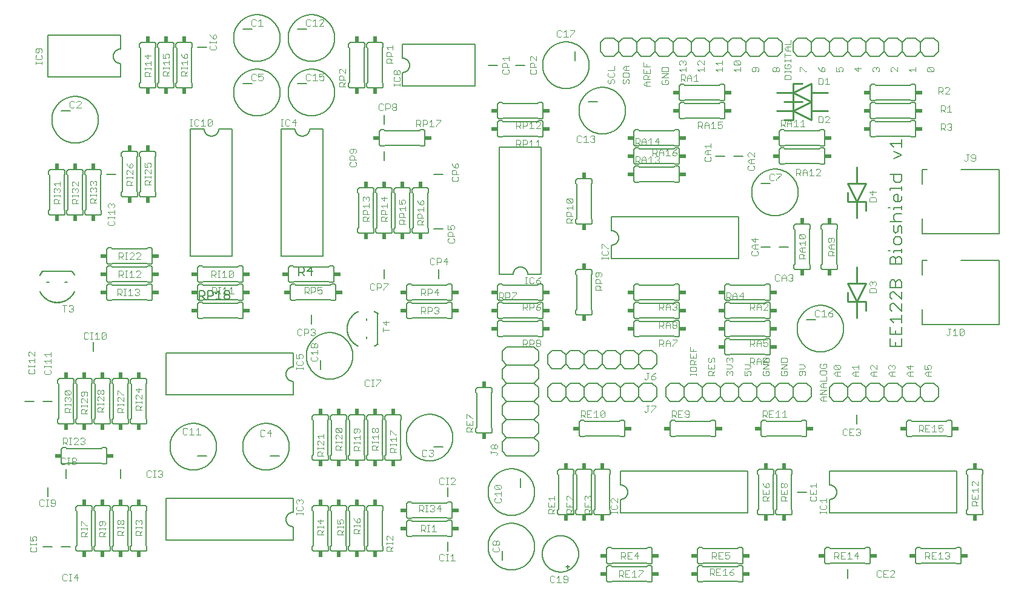
<source format=gto>
G75*
%MOIN*%
%OFA0B0*%
%FSLAX25Y25*%
%IPPOS*%
%LPD*%
%AMOC8*
5,1,8,0,0,1.08239X$1,22.5*
%
%ADD10C,0.00400*%
%ADD11C,0.00600*%
%ADD12R,0.03400X0.02400*%
%ADD13R,0.02400X0.03400*%
%ADD14C,0.00800*%
%ADD15C,0.00300*%
%ADD16C,0.00500*%
%ADD17C,0.00050*%
%ADD18C,0.01000*%
D10*
X0039997Y0032333D02*
X0039997Y0034103D01*
X0040587Y0034693D01*
X0041767Y0034693D01*
X0042357Y0034103D01*
X0042357Y0032333D01*
X0042357Y0033513D02*
X0043537Y0034693D01*
X0043537Y0035958D02*
X0043537Y0037138D01*
X0043537Y0036548D02*
X0039997Y0036548D01*
X0039997Y0035958D02*
X0039997Y0037138D01*
X0039997Y0038375D02*
X0039997Y0040735D01*
X0040587Y0040735D01*
X0042947Y0038375D01*
X0043537Y0038375D01*
X0049997Y0038965D02*
X0050587Y0038375D01*
X0051177Y0038375D01*
X0051767Y0038965D01*
X0051767Y0040735D01*
X0052947Y0040735D02*
X0050587Y0040735D01*
X0049997Y0040145D01*
X0049997Y0038965D01*
X0049997Y0037138D02*
X0049997Y0035958D01*
X0049997Y0036548D02*
X0053537Y0036548D01*
X0053537Y0035958D02*
X0053537Y0037138D01*
X0052947Y0038375D02*
X0053537Y0038965D01*
X0053537Y0040145D01*
X0052947Y0040735D01*
X0060060Y0040812D02*
X0060650Y0041402D01*
X0061240Y0041402D01*
X0061830Y0040812D01*
X0061830Y0039632D01*
X0061240Y0039042D01*
X0060650Y0039042D01*
X0060060Y0039632D01*
X0060060Y0040812D01*
X0061830Y0040812D02*
X0062420Y0041402D01*
X0063010Y0041402D01*
X0063600Y0040812D01*
X0063600Y0039632D01*
X0063010Y0039042D01*
X0062420Y0039042D01*
X0061830Y0039632D01*
X0063600Y0037805D02*
X0063600Y0036625D01*
X0063600Y0037215D02*
X0060060Y0037215D01*
X0060060Y0036625D02*
X0060060Y0037805D01*
X0060650Y0035360D02*
X0061830Y0035360D01*
X0062420Y0034770D01*
X0062420Y0033000D01*
X0063600Y0033000D02*
X0060060Y0033000D01*
X0060060Y0034770D01*
X0060650Y0035360D01*
X0062420Y0034180D02*
X0063600Y0035360D01*
X0070060Y0034770D02*
X0070650Y0035360D01*
X0071830Y0035360D01*
X0072420Y0034770D01*
X0072420Y0033000D01*
X0073600Y0033000D02*
X0070060Y0033000D01*
X0070060Y0034770D01*
X0070060Y0036625D02*
X0070060Y0037805D01*
X0070060Y0037215D02*
X0073600Y0037215D01*
X0073600Y0036625D02*
X0073600Y0037805D01*
X0073010Y0039042D02*
X0073600Y0039632D01*
X0073600Y0040812D01*
X0073010Y0041402D01*
X0072420Y0041402D01*
X0071830Y0040812D01*
X0071830Y0040222D01*
X0071830Y0040812D02*
X0071240Y0041402D01*
X0070650Y0041402D01*
X0070060Y0040812D01*
X0070060Y0039632D01*
X0070650Y0039042D01*
X0073600Y0035360D02*
X0072420Y0034180D01*
X0053537Y0034693D02*
X0052357Y0033513D01*
X0052357Y0034103D02*
X0052357Y0032333D01*
X0053537Y0032333D02*
X0049997Y0032333D01*
X0049997Y0034103D01*
X0050587Y0034693D01*
X0051767Y0034693D01*
X0052357Y0034103D01*
X0043537Y0032333D02*
X0039997Y0032333D01*
X0040257Y0083000D02*
X0039667Y0083590D01*
X0040257Y0083000D02*
X0041437Y0083000D01*
X0042027Y0083590D01*
X0042027Y0084180D01*
X0041437Y0084770D01*
X0040847Y0084770D01*
X0041437Y0084770D02*
X0042027Y0085360D01*
X0042027Y0085950D01*
X0041437Y0086540D01*
X0040257Y0086540D01*
X0039667Y0085950D01*
X0038402Y0085950D02*
X0037812Y0086540D01*
X0036632Y0086540D01*
X0036042Y0085950D01*
X0034805Y0086540D02*
X0033625Y0086540D01*
X0034215Y0086540D02*
X0034215Y0083000D01*
X0033625Y0083000D02*
X0034805Y0083000D01*
X0036042Y0083000D02*
X0038402Y0085360D01*
X0038402Y0085950D01*
X0038402Y0083000D02*
X0036042Y0083000D01*
X0032360Y0083000D02*
X0031180Y0084180D01*
X0031770Y0084180D02*
X0030000Y0084180D01*
X0030000Y0083000D02*
X0030000Y0086540D01*
X0031770Y0086540D01*
X0032360Y0085950D01*
X0032360Y0084770D01*
X0031770Y0084180D01*
X0040060Y0100000D02*
X0040060Y0101770D01*
X0040650Y0102360D01*
X0041830Y0102360D01*
X0042420Y0101770D01*
X0042420Y0100000D01*
X0043600Y0100000D02*
X0040060Y0100000D01*
X0042420Y0101180D02*
X0043600Y0102360D01*
X0043600Y0103625D02*
X0043600Y0104805D01*
X0043600Y0104215D02*
X0040060Y0104215D01*
X0040060Y0103625D02*
X0040060Y0104805D01*
X0040650Y0106042D02*
X0040060Y0106632D01*
X0040060Y0107812D01*
X0040650Y0108402D01*
X0041240Y0108402D01*
X0043600Y0106042D01*
X0043600Y0108402D01*
X0043010Y0109667D02*
X0043600Y0110257D01*
X0043600Y0111437D01*
X0043010Y0112027D01*
X0040650Y0112027D01*
X0040060Y0111437D01*
X0040060Y0110257D01*
X0040650Y0109667D01*
X0041240Y0109667D01*
X0041830Y0110257D01*
X0041830Y0112027D01*
X0049060Y0112437D02*
X0049650Y0113027D01*
X0050240Y0113027D01*
X0050830Y0112437D01*
X0050830Y0111257D01*
X0050240Y0110667D01*
X0049650Y0110667D01*
X0049060Y0111257D01*
X0049060Y0112437D01*
X0050830Y0112437D02*
X0051420Y0113027D01*
X0052010Y0113027D01*
X0052600Y0112437D01*
X0052600Y0111257D01*
X0052010Y0110667D01*
X0051420Y0110667D01*
X0050830Y0111257D01*
X0050240Y0109402D02*
X0049650Y0109402D01*
X0049060Y0108812D01*
X0049060Y0107632D01*
X0049650Y0107042D01*
X0049060Y0105805D02*
X0049060Y0104625D01*
X0049060Y0105215D02*
X0052600Y0105215D01*
X0052600Y0104625D02*
X0052600Y0105805D01*
X0052600Y0107042D02*
X0050240Y0109402D01*
X0052600Y0109402D02*
X0052600Y0107042D01*
X0059997Y0107340D02*
X0060587Y0106750D01*
X0059997Y0107340D02*
X0059997Y0108520D01*
X0060587Y0109110D01*
X0061177Y0109110D01*
X0063537Y0106750D01*
X0063537Y0109110D01*
X0063537Y0110375D02*
X0062947Y0110375D01*
X0060587Y0112735D01*
X0059997Y0112735D01*
X0059997Y0110375D01*
X0059997Y0105513D02*
X0059997Y0104333D01*
X0059997Y0104923D02*
X0063537Y0104923D01*
X0063537Y0104333D02*
X0063537Y0105513D01*
X0063537Y0103068D02*
X0062357Y0101888D01*
X0062357Y0102478D02*
X0062357Y0100708D01*
X0063537Y0100708D02*
X0059997Y0100708D01*
X0059997Y0102478D01*
X0060587Y0103068D01*
X0061767Y0103068D01*
X0062357Y0102478D01*
X0070060Y0102000D02*
X0070060Y0103770D01*
X0070650Y0104360D01*
X0071830Y0104360D01*
X0072420Y0103770D01*
X0072420Y0102000D01*
X0073600Y0102000D02*
X0070060Y0102000D01*
X0072420Y0103180D02*
X0073600Y0104360D01*
X0073600Y0105625D02*
X0073600Y0106805D01*
X0073600Y0106215D02*
X0070060Y0106215D01*
X0070060Y0105625D02*
X0070060Y0106805D01*
X0070650Y0108042D02*
X0070060Y0108632D01*
X0070060Y0109812D01*
X0070650Y0110402D01*
X0071240Y0110402D01*
X0073600Y0108042D01*
X0073600Y0110402D01*
X0071830Y0111667D02*
X0071830Y0114027D01*
X0073600Y0113437D02*
X0070060Y0113437D01*
X0071830Y0111667D01*
X0052600Y0103360D02*
X0051420Y0102180D01*
X0051420Y0102770D02*
X0051420Y0101000D01*
X0052600Y0101000D02*
X0049060Y0101000D01*
X0049060Y0102770D01*
X0049650Y0103360D01*
X0050830Y0103360D01*
X0051420Y0102770D01*
X0034537Y0103068D02*
X0033357Y0101888D01*
X0033357Y0102478D02*
X0033357Y0100708D01*
X0034537Y0100708D02*
X0030997Y0100708D01*
X0030997Y0102478D01*
X0031587Y0103068D01*
X0032767Y0103068D01*
X0033357Y0102478D01*
X0034537Y0104333D02*
X0034537Y0105513D01*
X0034537Y0104923D02*
X0030997Y0104923D01*
X0030997Y0104333D02*
X0030997Y0105513D01*
X0031587Y0106750D02*
X0030997Y0107340D01*
X0030997Y0108520D01*
X0031587Y0109110D01*
X0032177Y0109110D01*
X0032767Y0108520D01*
X0033357Y0109110D01*
X0033947Y0109110D01*
X0034537Y0108520D01*
X0034537Y0107340D01*
X0033947Y0106750D01*
X0032767Y0107930D02*
X0032767Y0108520D01*
X0033947Y0110375D02*
X0031587Y0112735D01*
X0033947Y0112735D01*
X0034537Y0112145D01*
X0034537Y0110965D01*
X0033947Y0110375D01*
X0031587Y0110375D01*
X0030997Y0110965D01*
X0030997Y0112145D01*
X0031587Y0112735D01*
X0030930Y0156063D02*
X0030930Y0159603D01*
X0029750Y0159603D02*
X0032110Y0159603D01*
X0033375Y0159013D02*
X0033965Y0159603D01*
X0035145Y0159603D01*
X0035735Y0159013D01*
X0035735Y0158423D01*
X0035145Y0157833D01*
X0035735Y0157243D01*
X0035735Y0156653D01*
X0035145Y0156063D01*
X0033965Y0156063D01*
X0033375Y0156653D01*
X0034555Y0157833D02*
X0035145Y0157833D01*
X0060000Y0165000D02*
X0060000Y0168540D01*
X0061770Y0168540D01*
X0062360Y0167950D01*
X0062360Y0166770D01*
X0061770Y0166180D01*
X0060000Y0166180D01*
X0061180Y0166180D02*
X0062360Y0165000D01*
X0063625Y0165000D02*
X0064805Y0165000D01*
X0064215Y0165000D02*
X0064215Y0168540D01*
X0063625Y0168540D02*
X0064805Y0168540D01*
X0066042Y0167360D02*
X0067222Y0168540D01*
X0067222Y0165000D01*
X0066042Y0165000D02*
X0068402Y0165000D01*
X0069667Y0165590D02*
X0070257Y0165000D01*
X0071437Y0165000D01*
X0072027Y0165590D01*
X0072027Y0166180D01*
X0071437Y0166770D01*
X0070847Y0166770D01*
X0071437Y0166770D02*
X0072027Y0167360D01*
X0072027Y0167950D01*
X0071437Y0168540D01*
X0070257Y0168540D01*
X0069667Y0167950D01*
X0069110Y0175063D02*
X0066750Y0175063D01*
X0067930Y0175063D02*
X0067930Y0178603D01*
X0066750Y0177423D01*
X0065513Y0178603D02*
X0064333Y0178603D01*
X0064923Y0178603D02*
X0064923Y0175063D01*
X0064333Y0175063D02*
X0065513Y0175063D01*
X0063068Y0175063D02*
X0061888Y0176243D01*
X0062478Y0176243D02*
X0060708Y0176243D01*
X0060708Y0175063D02*
X0060708Y0178603D01*
X0062478Y0178603D01*
X0063068Y0178013D01*
X0063068Y0176833D01*
X0062478Y0176243D01*
X0070375Y0175063D02*
X0072735Y0177423D01*
X0072735Y0178013D01*
X0072145Y0178603D01*
X0070965Y0178603D01*
X0070375Y0178013D01*
X0070375Y0175063D02*
X0072735Y0175063D01*
X0072735Y0185063D02*
X0070375Y0185063D01*
X0072735Y0187423D01*
X0072735Y0188013D01*
X0072145Y0188603D01*
X0070965Y0188603D01*
X0070375Y0188013D01*
X0069110Y0188013D02*
X0068520Y0188603D01*
X0067340Y0188603D01*
X0066750Y0188013D01*
X0065513Y0188603D02*
X0064333Y0188603D01*
X0064923Y0188603D02*
X0064923Y0185063D01*
X0064333Y0185063D02*
X0065513Y0185063D01*
X0066750Y0185063D02*
X0069110Y0187423D01*
X0069110Y0188013D01*
X0069110Y0185063D02*
X0066750Y0185063D01*
X0063068Y0185063D02*
X0061888Y0186243D01*
X0062478Y0186243D02*
X0060708Y0186243D01*
X0060708Y0185063D02*
X0060708Y0188603D01*
X0062478Y0188603D01*
X0063068Y0188013D01*
X0063068Y0186833D01*
X0062478Y0186243D01*
X0111708Y0178603D02*
X0111708Y0175063D01*
X0111708Y0176243D02*
X0113478Y0176243D01*
X0114068Y0176833D01*
X0114068Y0178013D01*
X0113478Y0178603D01*
X0111708Y0178603D01*
X0112888Y0176243D02*
X0114068Y0175063D01*
X0115333Y0175063D02*
X0116513Y0175063D01*
X0115923Y0175063D02*
X0115923Y0178603D01*
X0115333Y0178603D02*
X0116513Y0178603D01*
X0117750Y0177423D02*
X0118930Y0178603D01*
X0118930Y0175063D01*
X0117750Y0175063D02*
X0120110Y0175063D01*
X0121375Y0175653D02*
X0123735Y0178013D01*
X0123735Y0175653D01*
X0123145Y0175063D01*
X0121965Y0175063D01*
X0121375Y0175653D01*
X0121375Y0178013D01*
X0121965Y0178603D01*
X0123145Y0178603D01*
X0123735Y0178013D01*
X0122847Y0169540D02*
X0122847Y0166000D01*
X0121667Y0166000D02*
X0124027Y0166000D01*
X0121667Y0168360D02*
X0122847Y0169540D01*
X0119222Y0169540D02*
X0119222Y0166000D01*
X0118042Y0166000D02*
X0120402Y0166000D01*
X0118042Y0168360D02*
X0119222Y0169540D01*
X0116805Y0169540D02*
X0115625Y0169540D01*
X0116215Y0169540D02*
X0116215Y0166000D01*
X0115625Y0166000D02*
X0116805Y0166000D01*
X0114360Y0166000D02*
X0113180Y0167180D01*
X0113770Y0167180D02*
X0112000Y0167180D01*
X0112000Y0166000D02*
X0112000Y0169540D01*
X0113770Y0169540D01*
X0114360Y0168950D01*
X0114360Y0167770D01*
X0113770Y0167180D01*
X0163000Y0167180D02*
X0164770Y0167180D01*
X0165360Y0167770D01*
X0165360Y0168950D01*
X0164770Y0169540D01*
X0163000Y0169540D01*
X0163000Y0166000D01*
X0164180Y0167180D02*
X0165360Y0166000D01*
X0166625Y0166000D02*
X0166625Y0169540D01*
X0168395Y0169540D01*
X0168985Y0168950D01*
X0168985Y0167770D01*
X0168395Y0167180D01*
X0166625Y0167180D01*
X0170250Y0167770D02*
X0171430Y0168360D01*
X0172020Y0168360D01*
X0172610Y0167770D01*
X0172610Y0166590D01*
X0172020Y0166000D01*
X0170840Y0166000D01*
X0170250Y0166590D01*
X0170250Y0167770D02*
X0170250Y0169540D01*
X0172610Y0169540D01*
X0206060Y0150395D02*
X0207830Y0148625D01*
X0207830Y0150985D01*
X0209600Y0150395D02*
X0206060Y0150395D01*
X0206060Y0147360D02*
X0206060Y0145000D01*
X0206060Y0146180D02*
X0209600Y0146180D01*
X0227125Y0155063D02*
X0227125Y0158603D01*
X0228895Y0158603D01*
X0229485Y0158013D01*
X0229485Y0156833D01*
X0228895Y0156243D01*
X0227125Y0156243D01*
X0228305Y0156243D02*
X0229485Y0155063D01*
X0230750Y0155063D02*
X0230750Y0158603D01*
X0232520Y0158603D01*
X0233110Y0158013D01*
X0233110Y0156833D01*
X0232520Y0156243D01*
X0230750Y0156243D01*
X0234375Y0155653D02*
X0234965Y0155063D01*
X0236145Y0155063D01*
X0236735Y0155653D01*
X0236735Y0156243D01*
X0236145Y0156833D01*
X0235555Y0156833D01*
X0236145Y0156833D02*
X0236735Y0157423D01*
X0236735Y0158013D01*
X0236145Y0158603D01*
X0234965Y0158603D01*
X0234375Y0158013D01*
X0236145Y0165063D02*
X0236145Y0168603D01*
X0234375Y0166833D01*
X0236735Y0166833D01*
X0233110Y0166833D02*
X0232520Y0166243D01*
X0230750Y0166243D01*
X0230750Y0165063D02*
X0230750Y0168603D01*
X0232520Y0168603D01*
X0233110Y0168013D01*
X0233110Y0166833D01*
X0229485Y0166833D02*
X0228895Y0166243D01*
X0227125Y0166243D01*
X0228305Y0166243D02*
X0229485Y0165063D01*
X0229485Y0166833D02*
X0229485Y0168013D01*
X0228895Y0168603D01*
X0227125Y0168603D01*
X0227125Y0165063D01*
X0270000Y0164180D02*
X0271770Y0164180D01*
X0272360Y0164770D01*
X0272360Y0165950D01*
X0271770Y0166540D01*
X0270000Y0166540D01*
X0270000Y0163000D01*
X0271180Y0164180D02*
X0272360Y0163000D01*
X0273625Y0163000D02*
X0273625Y0166540D01*
X0275395Y0166540D01*
X0275985Y0165950D01*
X0275985Y0164770D01*
X0275395Y0164180D01*
X0273625Y0164180D01*
X0277250Y0163590D02*
X0279610Y0165950D01*
X0279610Y0166540D01*
X0277250Y0166540D01*
X0277250Y0163590D02*
X0277250Y0163000D01*
X0283125Y0160603D02*
X0284895Y0160603D01*
X0285485Y0160013D01*
X0285485Y0158833D01*
X0284895Y0158243D01*
X0283125Y0158243D01*
X0284305Y0158243D02*
X0285485Y0157063D01*
X0286750Y0157063D02*
X0286750Y0160603D01*
X0288520Y0160603D01*
X0289110Y0160013D01*
X0289110Y0158833D01*
X0288520Y0158243D01*
X0286750Y0158243D01*
X0290375Y0157653D02*
X0290965Y0157063D01*
X0292145Y0157063D01*
X0292735Y0157653D01*
X0292735Y0158243D01*
X0292145Y0158833D01*
X0290375Y0158833D01*
X0290375Y0157653D01*
X0290375Y0158833D02*
X0291555Y0160013D01*
X0292735Y0160603D01*
X0283125Y0160603D02*
X0283125Y0157063D01*
X0284333Y0171563D02*
X0285513Y0171563D01*
X0284923Y0171563D02*
X0284923Y0175103D01*
X0284333Y0175103D02*
X0285513Y0175103D01*
X0286750Y0174513D02*
X0286750Y0172153D01*
X0287340Y0171563D01*
X0288520Y0171563D01*
X0289110Y0172153D01*
X0290375Y0172153D02*
X0290965Y0171563D01*
X0292145Y0171563D01*
X0292735Y0172153D01*
X0292735Y0172743D01*
X0292145Y0173333D01*
X0290375Y0173333D01*
X0290375Y0172153D01*
X0290375Y0173333D02*
X0291555Y0174513D01*
X0292735Y0175103D01*
X0289110Y0174513D02*
X0288520Y0175103D01*
X0287340Y0175103D01*
X0286750Y0174513D01*
X0322997Y0173520D02*
X0323587Y0174110D01*
X0324767Y0174110D01*
X0325357Y0173520D01*
X0325357Y0171750D01*
X0326537Y0171750D02*
X0322997Y0171750D01*
X0322997Y0173520D01*
X0323587Y0175375D02*
X0324177Y0175375D01*
X0324767Y0175965D01*
X0324767Y0177735D01*
X0325947Y0177735D02*
X0323587Y0177735D01*
X0322997Y0177145D01*
X0322997Y0175965D01*
X0323587Y0175375D01*
X0325947Y0175375D02*
X0326537Y0175965D01*
X0326537Y0177145D01*
X0325947Y0177735D01*
X0326537Y0170485D02*
X0325357Y0169305D01*
X0325357Y0169895D02*
X0325357Y0168125D01*
X0326537Y0168125D02*
X0322997Y0168125D01*
X0322997Y0169895D01*
X0323587Y0170485D01*
X0324767Y0170485D01*
X0325357Y0169895D01*
X0326560Y0185000D02*
X0326560Y0186180D01*
X0326560Y0185590D02*
X0330100Y0185590D01*
X0330100Y0185000D02*
X0330100Y0186180D01*
X0329510Y0187417D02*
X0330100Y0188007D01*
X0330100Y0189187D01*
X0329510Y0189777D01*
X0329510Y0191042D02*
X0330100Y0191042D01*
X0329510Y0191042D02*
X0327150Y0193402D01*
X0326560Y0193402D01*
X0326560Y0191042D01*
X0327150Y0189777D02*
X0326560Y0189187D01*
X0326560Y0188007D01*
X0327150Y0187417D01*
X0329510Y0187417D01*
X0310600Y0205000D02*
X0307060Y0205000D01*
X0307060Y0206770D01*
X0307650Y0207360D01*
X0308830Y0207360D01*
X0309420Y0206770D01*
X0309420Y0205000D01*
X0309420Y0206180D02*
X0310600Y0207360D01*
X0310600Y0208625D02*
X0307060Y0208625D01*
X0307060Y0210395D01*
X0307650Y0210985D01*
X0308830Y0210985D01*
X0309420Y0210395D01*
X0309420Y0208625D01*
X0308240Y0212250D02*
X0307060Y0213430D01*
X0310600Y0213430D01*
X0310600Y0212250D02*
X0310600Y0214610D01*
X0310010Y0215875D02*
X0307650Y0218235D01*
X0310010Y0218235D01*
X0310600Y0217645D01*
X0310600Y0216465D01*
X0310010Y0215875D01*
X0307650Y0215875D01*
X0307060Y0216465D01*
X0307060Y0217645D01*
X0307650Y0218235D01*
X0345000Y0238000D02*
X0345000Y0241540D01*
X0346770Y0241540D01*
X0347360Y0240950D01*
X0347360Y0239770D01*
X0346770Y0239180D01*
X0345000Y0239180D01*
X0346180Y0239180D02*
X0347360Y0238000D01*
X0348625Y0238000D02*
X0348625Y0240360D01*
X0349805Y0241540D01*
X0350985Y0240360D01*
X0350985Y0238000D01*
X0352250Y0238000D02*
X0354610Y0238000D01*
X0353430Y0238000D02*
X0353430Y0241540D01*
X0352250Y0240360D01*
X0350985Y0239770D02*
X0348625Y0239770D01*
X0354499Y0242063D02*
X0354499Y0245603D01*
X0356269Y0245603D01*
X0356859Y0245013D01*
X0356859Y0243833D01*
X0356269Y0243243D01*
X0354499Y0243243D01*
X0355679Y0243243D02*
X0356859Y0242063D01*
X0356465Y0241540D02*
X0357645Y0241540D01*
X0358235Y0240950D01*
X0358235Y0240360D01*
X0357645Y0239770D01*
X0358235Y0239180D01*
X0358235Y0238590D01*
X0357645Y0238000D01*
X0356465Y0238000D01*
X0355875Y0238590D01*
X0357055Y0239770D02*
X0357645Y0239770D01*
X0355875Y0240950D02*
X0356465Y0241540D01*
X0358125Y0242063D02*
X0358125Y0244423D01*
X0359305Y0245603D01*
X0360485Y0244423D01*
X0360485Y0242063D01*
X0361750Y0242063D02*
X0364110Y0242063D01*
X0362930Y0242063D02*
X0362930Y0245603D01*
X0361750Y0244423D01*
X0360485Y0243833D02*
X0358125Y0243833D01*
X0357645Y0248000D02*
X0357645Y0251540D01*
X0355875Y0249770D01*
X0358235Y0249770D01*
X0354610Y0248000D02*
X0352250Y0248000D01*
X0353430Y0248000D02*
X0353430Y0251540D01*
X0352250Y0250360D01*
X0350985Y0250360D02*
X0350985Y0248000D01*
X0350985Y0249770D02*
X0348625Y0249770D01*
X0348625Y0250360D02*
X0349805Y0251540D01*
X0350985Y0250360D01*
X0348625Y0250360D02*
X0348625Y0248000D01*
X0347360Y0248000D02*
X0346180Y0249180D01*
X0346770Y0249180D02*
X0345000Y0249180D01*
X0345000Y0248000D02*
X0345000Y0251540D01*
X0346770Y0251540D01*
X0347360Y0250950D01*
X0347360Y0249770D01*
X0346770Y0249180D01*
X0365375Y0243833D02*
X0365375Y0242653D01*
X0365965Y0242063D01*
X0367145Y0242063D01*
X0367735Y0242653D01*
X0367735Y0243243D01*
X0367145Y0243833D01*
X0365375Y0243833D01*
X0366555Y0245013D01*
X0367735Y0245603D01*
X0379499Y0257063D02*
X0379499Y0260603D01*
X0381269Y0260603D01*
X0381859Y0260013D01*
X0381859Y0258833D01*
X0381269Y0258243D01*
X0379499Y0258243D01*
X0380679Y0258243D02*
X0381859Y0257063D01*
X0383125Y0257063D02*
X0383125Y0259423D01*
X0384305Y0260603D01*
X0385485Y0259423D01*
X0385485Y0257063D01*
X0386750Y0257063D02*
X0389110Y0257063D01*
X0387930Y0257063D02*
X0387930Y0260603D01*
X0386750Y0259423D01*
X0385485Y0258833D02*
X0383125Y0258833D01*
X0390375Y0258833D02*
X0391555Y0259423D01*
X0392145Y0259423D01*
X0392735Y0258833D01*
X0392735Y0257653D01*
X0392145Y0257063D01*
X0390965Y0257063D01*
X0390375Y0257653D01*
X0390375Y0258833D02*
X0390375Y0260603D01*
X0392735Y0260603D01*
X0425000Y0261540D02*
X0425000Y0258000D01*
X0425000Y0259180D02*
X0426770Y0259180D01*
X0427360Y0259770D01*
X0427360Y0260950D01*
X0426770Y0261540D01*
X0425000Y0261540D01*
X0426180Y0259180D02*
X0427360Y0258000D01*
X0428625Y0258000D02*
X0428625Y0260360D01*
X0429805Y0261540D01*
X0430985Y0260360D01*
X0430985Y0258000D01*
X0432250Y0258000D02*
X0434610Y0258000D01*
X0433430Y0258000D02*
X0433430Y0261540D01*
X0432250Y0260360D01*
X0430985Y0259770D02*
X0428625Y0259770D01*
X0435875Y0260360D02*
X0437055Y0261540D01*
X0437055Y0258000D01*
X0435875Y0258000D02*
X0438235Y0258000D01*
X0445700Y0260200D02*
X0447470Y0260200D01*
X0448060Y0260790D01*
X0448060Y0263150D01*
X0447470Y0263740D01*
X0445700Y0263740D01*
X0445700Y0260200D01*
X0449325Y0260200D02*
X0451685Y0262560D01*
X0451685Y0263150D01*
X0451095Y0263740D01*
X0449915Y0263740D01*
X0449325Y0263150D01*
X0449325Y0260200D02*
X0451685Y0260200D01*
X0451685Y0281200D02*
X0449325Y0281200D01*
X0450505Y0281200D02*
X0450505Y0284740D01*
X0449325Y0283560D01*
X0448060Y0284150D02*
X0447470Y0284740D01*
X0445700Y0284740D01*
X0445700Y0281200D01*
X0447470Y0281200D01*
X0448060Y0281790D01*
X0448060Y0284150D01*
X0448510Y0288250D02*
X0449100Y0288840D01*
X0449100Y0290020D01*
X0448510Y0290610D01*
X0447920Y0290610D01*
X0447330Y0290020D01*
X0447330Y0288250D01*
X0448510Y0288250D01*
X0447330Y0288250D02*
X0446150Y0289430D01*
X0445560Y0290610D01*
X0439100Y0288250D02*
X0438510Y0288250D01*
X0436150Y0290610D01*
X0435560Y0290610D01*
X0435560Y0288250D01*
X0430537Y0288256D02*
X0426997Y0288256D01*
X0426997Y0287666D02*
X0426997Y0288846D01*
X0427587Y0290083D02*
X0429947Y0290083D01*
X0430537Y0290673D01*
X0430537Y0291853D01*
X0429947Y0292443D01*
X0428767Y0292443D01*
X0428767Y0291263D01*
X0427587Y0292443D02*
X0426997Y0291853D01*
X0426997Y0290673D01*
X0427587Y0290083D01*
X0430537Y0288846D02*
X0430537Y0287666D01*
X0429947Y0286401D02*
X0427587Y0286401D01*
X0426997Y0285811D01*
X0426997Y0284041D01*
X0430537Y0284041D01*
X0430537Y0285811D01*
X0429947Y0286401D01*
X0424100Y0288840D02*
X0423510Y0288250D01*
X0422920Y0288250D01*
X0422330Y0288840D01*
X0422330Y0290020D01*
X0422920Y0290610D01*
X0423510Y0290610D01*
X0424100Y0290020D01*
X0424100Y0288840D01*
X0422330Y0288840D02*
X0421740Y0288250D01*
X0421150Y0288250D01*
X0420560Y0288840D01*
X0420560Y0290020D01*
X0421150Y0290610D01*
X0421740Y0290610D01*
X0422330Y0290020D01*
X0426997Y0293708D02*
X0426997Y0294888D01*
X0426997Y0294298D02*
X0430537Y0294298D01*
X0430537Y0293708D02*
X0430537Y0294888D01*
X0430537Y0297305D02*
X0426997Y0297305D01*
X0426997Y0296125D02*
X0426997Y0298485D01*
X0428177Y0299750D02*
X0426997Y0300930D01*
X0428177Y0302110D01*
X0430537Y0302110D01*
X0430537Y0303375D02*
X0430537Y0305735D01*
X0430537Y0303375D02*
X0426997Y0303375D01*
X0428767Y0302110D02*
X0428767Y0299750D01*
X0428177Y0299750D02*
X0430537Y0299750D01*
X0412850Y0290020D02*
X0412260Y0290610D01*
X0409900Y0290610D01*
X0409310Y0290020D01*
X0409310Y0288840D01*
X0409900Y0288250D01*
X0410490Y0288250D01*
X0411080Y0288840D01*
X0411080Y0290610D01*
X0412850Y0290020D02*
X0412850Y0288840D01*
X0412260Y0288250D01*
X0402850Y0288250D02*
X0402850Y0290610D01*
X0402850Y0289430D02*
X0399310Y0289430D01*
X0400490Y0288250D01*
X0399900Y0291875D02*
X0399310Y0292465D01*
X0399310Y0293645D01*
X0399900Y0294235D01*
X0402260Y0291875D01*
X0402850Y0292465D01*
X0402850Y0293645D01*
X0402260Y0294235D01*
X0399900Y0294235D01*
X0399900Y0291875D02*
X0402260Y0291875D01*
X0392850Y0291875D02*
X0392850Y0294235D01*
X0392850Y0293055D02*
X0389310Y0293055D01*
X0390490Y0291875D01*
X0392850Y0290610D02*
X0392850Y0288250D01*
X0392850Y0289430D02*
X0389310Y0289430D01*
X0390490Y0288250D01*
X0382850Y0288250D02*
X0382850Y0290610D01*
X0382850Y0289430D02*
X0379310Y0289430D01*
X0380490Y0288250D01*
X0378430Y0286540D02*
X0378430Y0283000D01*
X0377250Y0283000D02*
X0379610Y0283000D01*
X0377250Y0285360D02*
X0378430Y0286540D01*
X0375985Y0285360D02*
X0375985Y0283000D01*
X0375985Y0284770D02*
X0373625Y0284770D01*
X0373625Y0285360D02*
X0374805Y0286540D01*
X0375985Y0285360D01*
X0373625Y0285360D02*
X0373625Y0283000D01*
X0372360Y0283000D02*
X0371180Y0284180D01*
X0371770Y0284180D02*
X0370000Y0284180D01*
X0370000Y0283000D02*
X0370000Y0286540D01*
X0371770Y0286540D01*
X0372360Y0285950D01*
X0372360Y0284770D01*
X0371770Y0284180D01*
X0372850Y0288250D02*
X0372850Y0290610D01*
X0372850Y0289430D02*
X0369310Y0289430D01*
X0370490Y0288250D01*
X0369900Y0291875D02*
X0369310Y0292465D01*
X0369310Y0293645D01*
X0369900Y0294235D01*
X0370490Y0294235D01*
X0371080Y0293645D01*
X0371670Y0294235D01*
X0372260Y0294235D01*
X0372850Y0293645D01*
X0372850Y0292465D01*
X0372260Y0291875D01*
X0371080Y0293055D02*
X0371080Y0293645D01*
X0379310Y0293645D02*
X0379310Y0292465D01*
X0379900Y0291875D01*
X0379310Y0293645D02*
X0379900Y0294235D01*
X0380490Y0294235D01*
X0382850Y0291875D01*
X0382850Y0294235D01*
X0363100Y0290270D02*
X0362510Y0290860D01*
X0360150Y0290860D01*
X0359560Y0290270D01*
X0359560Y0288500D01*
X0363100Y0288500D01*
X0363100Y0290270D01*
X0363100Y0287235D02*
X0359560Y0287235D01*
X0359560Y0284875D02*
X0363100Y0287235D01*
X0363100Y0284875D02*
X0359560Y0284875D01*
X0360150Y0283610D02*
X0359560Y0283020D01*
X0359560Y0281840D01*
X0360150Y0281250D01*
X0362510Y0281250D01*
X0363100Y0281840D01*
X0363100Y0283020D01*
X0362510Y0283610D01*
X0361330Y0283610D01*
X0361330Y0282430D01*
X0353037Y0282609D02*
X0350677Y0282609D01*
X0349497Y0281429D01*
X0350677Y0280249D01*
X0353037Y0280249D01*
X0351267Y0280249D02*
X0351267Y0282609D01*
X0351857Y0283875D02*
X0351857Y0285645D01*
X0351267Y0286235D01*
X0350087Y0286235D01*
X0349497Y0285645D01*
X0349497Y0283875D01*
X0353037Y0283875D01*
X0351857Y0285055D02*
X0353037Y0286235D01*
X0353037Y0287500D02*
X0353037Y0289860D01*
X0353037Y0291125D02*
X0349497Y0291125D01*
X0349497Y0293485D01*
X0351267Y0292305D02*
X0351267Y0291125D01*
X0349497Y0289860D02*
X0349497Y0287500D01*
X0353037Y0287500D01*
X0351267Y0287500D02*
X0351267Y0288680D01*
X0341600Y0289000D02*
X0339240Y0289000D01*
X0338060Y0290180D01*
X0339240Y0291360D01*
X0341600Y0291360D01*
X0339830Y0291360D02*
X0339830Y0289000D01*
X0341010Y0287735D02*
X0338650Y0287735D01*
X0338060Y0287145D01*
X0338060Y0285375D01*
X0341600Y0285375D01*
X0341600Y0287145D01*
X0341010Y0287735D01*
X0341010Y0284110D02*
X0341600Y0283520D01*
X0341600Y0282340D01*
X0341010Y0281750D01*
X0339830Y0282340D02*
X0339830Y0283520D01*
X0340420Y0284110D01*
X0341010Y0284110D01*
X0339830Y0282340D02*
X0339240Y0281750D01*
X0338650Y0281750D01*
X0338060Y0282340D01*
X0338060Y0283520D01*
X0338650Y0284110D01*
X0333350Y0283520D02*
X0333350Y0282340D01*
X0332760Y0281750D01*
X0331580Y0282340D02*
X0331580Y0283520D01*
X0332170Y0284110D01*
X0332760Y0284110D01*
X0333350Y0283520D01*
X0332760Y0285375D02*
X0330400Y0285375D01*
X0329810Y0285965D01*
X0329810Y0287145D01*
X0330400Y0287735D01*
X0329810Y0289000D02*
X0333350Y0289000D01*
X0333350Y0291360D01*
X0332760Y0287735D02*
X0333350Y0287145D01*
X0333350Y0285965D01*
X0332760Y0285375D01*
X0330400Y0284110D02*
X0329810Y0283520D01*
X0329810Y0282340D01*
X0330400Y0281750D01*
X0330990Y0281750D01*
X0331580Y0282340D01*
X0292735Y0260013D02*
X0292145Y0260603D01*
X0290965Y0260603D01*
X0290375Y0260013D01*
X0292735Y0260013D02*
X0292735Y0259423D01*
X0290375Y0257063D01*
X0292735Y0257063D01*
X0289110Y0257063D02*
X0286750Y0257063D01*
X0287930Y0257063D02*
X0287930Y0260603D01*
X0286750Y0259423D01*
X0285485Y0258833D02*
X0284895Y0258243D01*
X0283125Y0258243D01*
X0283125Y0257063D02*
X0283125Y0260603D01*
X0284895Y0260603D01*
X0285485Y0260013D01*
X0285485Y0258833D01*
X0281859Y0258833D02*
X0281269Y0258243D01*
X0279499Y0258243D01*
X0279499Y0257063D02*
X0279499Y0260603D01*
X0281269Y0260603D01*
X0281859Y0260013D01*
X0281859Y0258833D01*
X0280679Y0258243D02*
X0281859Y0257063D01*
X0281269Y0250603D02*
X0279499Y0250603D01*
X0279499Y0247063D01*
X0279499Y0248243D02*
X0281269Y0248243D01*
X0281859Y0248833D01*
X0281859Y0250013D01*
X0281269Y0250603D01*
X0283125Y0250603D02*
X0284895Y0250603D01*
X0285485Y0250013D01*
X0285485Y0248833D01*
X0284895Y0248243D01*
X0283125Y0248243D01*
X0283125Y0247063D02*
X0283125Y0250603D01*
X0280679Y0248243D02*
X0281859Y0247063D01*
X0286750Y0247063D02*
X0289110Y0247063D01*
X0287930Y0247063D02*
X0287930Y0250603D01*
X0286750Y0249423D01*
X0290375Y0249423D02*
X0291555Y0250603D01*
X0291555Y0247063D01*
X0290375Y0247063D02*
X0292735Y0247063D01*
X0237735Y0261013D02*
X0235375Y0258653D01*
X0235375Y0258063D01*
X0234110Y0258063D02*
X0231750Y0258063D01*
X0232930Y0258063D02*
X0232930Y0261603D01*
X0231750Y0260423D01*
X0230485Y0259833D02*
X0229895Y0259243D01*
X0228125Y0259243D01*
X0228125Y0258063D02*
X0228125Y0261603D01*
X0229895Y0261603D01*
X0230485Y0261013D01*
X0230485Y0259833D01*
X0226859Y0259833D02*
X0226269Y0259243D01*
X0224499Y0259243D01*
X0224499Y0258063D02*
X0224499Y0261603D01*
X0226269Y0261603D01*
X0226859Y0261013D01*
X0226859Y0259833D01*
X0225679Y0259243D02*
X0226859Y0258063D01*
X0235375Y0261603D02*
X0237735Y0261603D01*
X0237735Y0261013D01*
X0215600Y0280500D02*
X0215600Y0281680D01*
X0215600Y0281090D02*
X0212060Y0281090D01*
X0212060Y0280500D02*
X0212060Y0281680D01*
X0212650Y0282917D02*
X0215010Y0282917D01*
X0215600Y0283507D01*
X0215600Y0284687D01*
X0215010Y0285277D01*
X0215010Y0286542D02*
X0214420Y0286542D01*
X0213830Y0287132D01*
X0213830Y0288312D01*
X0214420Y0288902D01*
X0215010Y0288902D01*
X0215600Y0288312D01*
X0215600Y0287132D01*
X0215010Y0286542D01*
X0213830Y0287132D02*
X0213240Y0286542D01*
X0212650Y0286542D01*
X0212060Y0287132D01*
X0212060Y0288312D01*
X0212650Y0288902D01*
X0213240Y0288902D01*
X0213830Y0288312D01*
X0212650Y0285277D02*
X0212060Y0284687D01*
X0212060Y0283507D01*
X0212650Y0282917D01*
X0211537Y0293125D02*
X0207997Y0293125D01*
X0207997Y0294895D01*
X0208587Y0295485D01*
X0209767Y0295485D01*
X0210357Y0294895D01*
X0210357Y0293125D01*
X0210357Y0294305D02*
X0211537Y0295485D01*
X0211537Y0296750D02*
X0207997Y0296750D01*
X0207997Y0298520D01*
X0208587Y0299110D01*
X0209767Y0299110D01*
X0210357Y0298520D01*
X0210357Y0296750D01*
X0211537Y0300375D02*
X0211537Y0302735D01*
X0211537Y0301555D02*
X0207997Y0301555D01*
X0209177Y0300375D01*
X0185600Y0289610D02*
X0185600Y0287250D01*
X0183240Y0289610D01*
X0182650Y0289610D01*
X0182060Y0289020D01*
X0182060Y0287840D01*
X0182650Y0287250D01*
X0182650Y0285985D02*
X0183830Y0285985D01*
X0184420Y0285395D01*
X0184420Y0283625D01*
X0185600Y0283625D02*
X0182060Y0283625D01*
X0182060Y0285395D01*
X0182650Y0285985D01*
X0182650Y0282360D02*
X0183830Y0282360D01*
X0184420Y0281770D01*
X0184420Y0280000D01*
X0185600Y0280000D02*
X0182060Y0280000D01*
X0182060Y0281770D01*
X0182650Y0282360D01*
X0184420Y0281180D02*
X0185600Y0282360D01*
X0157812Y0262040D02*
X0156042Y0260270D01*
X0158402Y0260270D01*
X0157812Y0258500D02*
X0157812Y0262040D01*
X0154777Y0261450D02*
X0154187Y0262040D01*
X0153007Y0262040D01*
X0152417Y0261450D01*
X0152417Y0259090D01*
X0153007Y0258500D01*
X0154187Y0258500D01*
X0154777Y0259090D01*
X0151180Y0258500D02*
X0150000Y0258500D01*
X0150590Y0258500D02*
X0150590Y0262040D01*
X0150000Y0262040D02*
X0151180Y0262040D01*
X0112027Y0261450D02*
X0109667Y0259090D01*
X0110257Y0258500D01*
X0111437Y0258500D01*
X0112027Y0259090D01*
X0112027Y0261450D01*
X0111437Y0262040D01*
X0110257Y0262040D01*
X0109667Y0261450D01*
X0109667Y0259090D01*
X0108402Y0258500D02*
X0106042Y0258500D01*
X0107222Y0258500D02*
X0107222Y0262040D01*
X0106042Y0260860D01*
X0104777Y0261450D02*
X0104187Y0262040D01*
X0103007Y0262040D01*
X0102417Y0261450D01*
X0102417Y0259090D01*
X0103007Y0258500D01*
X0104187Y0258500D01*
X0104777Y0259090D01*
X0101180Y0258500D02*
X0100000Y0258500D01*
X0100590Y0258500D02*
X0100590Y0262040D01*
X0100000Y0262040D02*
X0101180Y0262040D01*
X0078010Y0238027D02*
X0078600Y0237437D01*
X0078600Y0236257D01*
X0078010Y0235667D01*
X0076830Y0235667D02*
X0076240Y0236847D01*
X0076240Y0237437D01*
X0076830Y0238027D01*
X0078010Y0238027D01*
X0076830Y0235667D02*
X0075060Y0235667D01*
X0075060Y0238027D01*
X0075650Y0234402D02*
X0075060Y0233812D01*
X0075060Y0232632D01*
X0075650Y0232042D01*
X0075060Y0230805D02*
X0075060Y0229625D01*
X0075060Y0230215D02*
X0078600Y0230215D01*
X0078600Y0229625D02*
X0078600Y0230805D01*
X0078600Y0232042D02*
X0076240Y0234402D01*
X0075650Y0234402D01*
X0078600Y0234402D02*
X0078600Y0232042D01*
X0078600Y0228360D02*
X0077420Y0227180D01*
X0077420Y0227770D02*
X0077420Y0226000D01*
X0078600Y0226000D02*
X0075060Y0226000D01*
X0075060Y0227770D01*
X0075650Y0228360D01*
X0076830Y0228360D01*
X0077420Y0227770D01*
X0068537Y0228068D02*
X0067357Y0226888D01*
X0067357Y0227478D02*
X0067357Y0225708D01*
X0068537Y0225708D02*
X0064997Y0225708D01*
X0064997Y0227478D01*
X0065587Y0228068D01*
X0066767Y0228068D01*
X0067357Y0227478D01*
X0068537Y0229333D02*
X0068537Y0230513D01*
X0068537Y0229923D02*
X0064997Y0229923D01*
X0064997Y0229333D02*
X0064997Y0230513D01*
X0065587Y0231750D02*
X0064997Y0232340D01*
X0064997Y0233520D01*
X0065587Y0234110D01*
X0066177Y0234110D01*
X0068537Y0231750D01*
X0068537Y0234110D01*
X0067947Y0235375D02*
X0068537Y0235965D01*
X0068537Y0237145D01*
X0067947Y0237735D01*
X0067357Y0237735D01*
X0066767Y0237145D01*
X0066767Y0235375D01*
X0067947Y0235375D01*
X0066767Y0235375D02*
X0065587Y0236555D01*
X0064997Y0237735D01*
X0048600Y0227437D02*
X0048600Y0226257D01*
X0048010Y0225667D01*
X0048010Y0224402D02*
X0048600Y0223812D01*
X0048600Y0222632D01*
X0048010Y0222042D01*
X0048600Y0220805D02*
X0048600Y0219625D01*
X0048600Y0220215D02*
X0045060Y0220215D01*
X0045060Y0219625D02*
X0045060Y0220805D01*
X0045650Y0222042D02*
X0045060Y0222632D01*
X0045060Y0223812D01*
X0045650Y0224402D01*
X0046240Y0224402D01*
X0046830Y0223812D01*
X0047420Y0224402D01*
X0048010Y0224402D01*
X0046830Y0223812D02*
X0046830Y0223222D01*
X0045650Y0225667D02*
X0045060Y0226257D01*
X0045060Y0227437D01*
X0045650Y0228027D01*
X0046240Y0228027D01*
X0046830Y0227437D01*
X0047420Y0228027D01*
X0048010Y0228027D01*
X0048600Y0227437D01*
X0046830Y0227437D02*
X0046830Y0226847D01*
X0038537Y0227735D02*
X0038537Y0225375D01*
X0036177Y0227735D01*
X0035587Y0227735D01*
X0034997Y0227145D01*
X0034997Y0225965D01*
X0035587Y0225375D01*
X0035587Y0224110D02*
X0036177Y0224110D01*
X0036767Y0223520D01*
X0037357Y0224110D01*
X0037947Y0224110D01*
X0038537Y0223520D01*
X0038537Y0222340D01*
X0037947Y0221750D01*
X0038537Y0220513D02*
X0038537Y0219333D01*
X0038537Y0219923D02*
X0034997Y0219923D01*
X0034997Y0219333D02*
X0034997Y0220513D01*
X0035587Y0221750D02*
X0034997Y0222340D01*
X0034997Y0223520D01*
X0035587Y0224110D01*
X0036767Y0223520D02*
X0036767Y0222930D01*
X0036767Y0218068D02*
X0037357Y0217478D01*
X0037357Y0215708D01*
X0037357Y0216888D02*
X0038537Y0218068D01*
X0036767Y0218068D02*
X0035587Y0218068D01*
X0034997Y0217478D01*
X0034997Y0215708D01*
X0038537Y0215708D01*
X0028537Y0215708D02*
X0024997Y0215708D01*
X0024997Y0217478D01*
X0025587Y0218068D01*
X0026767Y0218068D01*
X0027357Y0217478D01*
X0027357Y0215708D01*
X0027357Y0216888D02*
X0028537Y0218068D01*
X0028537Y0219333D02*
X0028537Y0220513D01*
X0028537Y0219923D02*
X0024997Y0219923D01*
X0024997Y0219333D02*
X0024997Y0220513D01*
X0025587Y0221750D02*
X0024997Y0222340D01*
X0024997Y0223520D01*
X0025587Y0224110D01*
X0026177Y0224110D01*
X0026767Y0223520D01*
X0027357Y0224110D01*
X0027947Y0224110D01*
X0028537Y0223520D01*
X0028537Y0222340D01*
X0027947Y0221750D01*
X0026767Y0222930D02*
X0026767Y0223520D01*
X0026177Y0225375D02*
X0024997Y0226555D01*
X0028537Y0226555D01*
X0028537Y0225375D02*
X0028537Y0227735D01*
X0045060Y0217770D02*
X0045650Y0218360D01*
X0046830Y0218360D01*
X0047420Y0217770D01*
X0047420Y0216000D01*
X0048600Y0216000D02*
X0045060Y0216000D01*
X0045060Y0217770D01*
X0047420Y0217180D02*
X0048600Y0218360D01*
X0074997Y0285708D02*
X0074997Y0287478D01*
X0075587Y0288068D01*
X0076767Y0288068D01*
X0077357Y0287478D01*
X0077357Y0285708D01*
X0077357Y0286888D02*
X0078537Y0288068D01*
X0078537Y0289333D02*
X0078537Y0290513D01*
X0078537Y0289923D02*
X0074997Y0289923D01*
X0074997Y0289333D02*
X0074997Y0290513D01*
X0076177Y0291750D02*
X0074997Y0292930D01*
X0078537Y0292930D01*
X0078537Y0291750D02*
X0078537Y0294110D01*
X0076767Y0295375D02*
X0076767Y0297735D01*
X0078537Y0297145D02*
X0074997Y0297145D01*
X0076767Y0295375D01*
X0085060Y0295667D02*
X0086830Y0295667D01*
X0086240Y0296847D01*
X0086240Y0297437D01*
X0086830Y0298027D01*
X0088010Y0298027D01*
X0088600Y0297437D01*
X0088600Y0296257D01*
X0088010Y0295667D01*
X0088600Y0294402D02*
X0088600Y0292042D01*
X0088600Y0293222D02*
X0085060Y0293222D01*
X0086240Y0292042D01*
X0085060Y0290805D02*
X0085060Y0289625D01*
X0085060Y0290215D02*
X0088600Y0290215D01*
X0088600Y0289625D02*
X0088600Y0290805D01*
X0088600Y0288360D02*
X0087420Y0287180D01*
X0087420Y0287770D02*
X0087420Y0286000D01*
X0088600Y0286000D02*
X0085060Y0286000D01*
X0085060Y0287770D01*
X0085650Y0288360D01*
X0086830Y0288360D01*
X0087420Y0287770D01*
X0095060Y0287770D02*
X0095650Y0288360D01*
X0096830Y0288360D01*
X0097420Y0287770D01*
X0097420Y0286000D01*
X0098600Y0286000D02*
X0095060Y0286000D01*
X0095060Y0287770D01*
X0095060Y0289625D02*
X0095060Y0290805D01*
X0095060Y0290215D02*
X0098600Y0290215D01*
X0098600Y0289625D02*
X0098600Y0290805D01*
X0098600Y0292042D02*
X0098600Y0294402D01*
X0098600Y0293222D02*
X0095060Y0293222D01*
X0096240Y0292042D01*
X0096830Y0295667D02*
X0096830Y0297437D01*
X0097420Y0298027D01*
X0098010Y0298027D01*
X0098600Y0297437D01*
X0098600Y0296257D01*
X0098010Y0295667D01*
X0096830Y0295667D01*
X0095650Y0296847D01*
X0095060Y0298027D01*
X0085060Y0298027D02*
X0085060Y0295667D01*
X0097420Y0287180D02*
X0098600Y0288360D01*
X0078537Y0285708D02*
X0074997Y0285708D01*
X0018600Y0292500D02*
X0018600Y0293680D01*
X0018600Y0293090D02*
X0015060Y0293090D01*
X0015060Y0292500D02*
X0015060Y0293680D01*
X0015650Y0294917D02*
X0018010Y0294917D01*
X0018600Y0295507D01*
X0018600Y0296687D01*
X0018010Y0297277D01*
X0018010Y0298542D02*
X0018600Y0299132D01*
X0018600Y0300312D01*
X0018010Y0300902D01*
X0015650Y0300902D01*
X0015060Y0300312D01*
X0015060Y0299132D01*
X0015650Y0298542D01*
X0016240Y0298542D01*
X0016830Y0299132D01*
X0016830Y0300902D01*
X0015650Y0297277D02*
X0015060Y0296687D01*
X0015060Y0295507D01*
X0015650Y0294917D01*
X0195060Y0218645D02*
X0195650Y0219235D01*
X0196240Y0219235D01*
X0196830Y0218645D01*
X0197420Y0219235D01*
X0198010Y0219235D01*
X0198600Y0218645D01*
X0198600Y0217465D01*
X0198010Y0216875D01*
X0198600Y0215610D02*
X0198600Y0213250D01*
X0198600Y0214430D02*
X0195060Y0214430D01*
X0196240Y0213250D01*
X0195650Y0211985D02*
X0196830Y0211985D01*
X0197420Y0211395D01*
X0197420Y0209625D01*
X0198600Y0209625D02*
X0195060Y0209625D01*
X0195060Y0211395D01*
X0195650Y0211985D01*
X0195650Y0208360D02*
X0196830Y0208360D01*
X0197420Y0207770D01*
X0197420Y0206000D01*
X0198600Y0206000D02*
X0195060Y0206000D01*
X0195060Y0207770D01*
X0195650Y0208360D01*
X0197420Y0207180D02*
X0198600Y0208360D01*
X0205060Y0207770D02*
X0205060Y0206000D01*
X0208600Y0206000D01*
X0207420Y0206000D02*
X0207420Y0207770D01*
X0206830Y0208360D01*
X0205650Y0208360D01*
X0205060Y0207770D01*
X0205060Y0209625D02*
X0205060Y0211395D01*
X0205650Y0211985D01*
X0206830Y0211985D01*
X0207420Y0211395D01*
X0207420Y0209625D01*
X0208600Y0209625D02*
X0205060Y0209625D01*
X0207420Y0207180D02*
X0208600Y0208360D01*
X0208600Y0213250D02*
X0208600Y0215610D01*
X0208600Y0214430D02*
X0205060Y0214430D01*
X0206240Y0213250D01*
X0206830Y0216875D02*
X0206830Y0219235D01*
X0208600Y0218645D02*
X0205060Y0218645D01*
X0206830Y0216875D01*
X0196830Y0218055D02*
X0196830Y0218645D01*
X0195060Y0218645D02*
X0195060Y0217465D01*
X0195650Y0216875D01*
X0214997Y0217735D02*
X0214997Y0215375D01*
X0216767Y0215375D01*
X0216177Y0216555D01*
X0216177Y0217145D01*
X0216767Y0217735D01*
X0217947Y0217735D01*
X0218537Y0217145D01*
X0218537Y0215965D01*
X0217947Y0215375D01*
X0218537Y0214110D02*
X0218537Y0211750D01*
X0218537Y0212930D02*
X0214997Y0212930D01*
X0216177Y0211750D01*
X0216767Y0210485D02*
X0217357Y0209895D01*
X0217357Y0208125D01*
X0218537Y0208125D02*
X0214997Y0208125D01*
X0214997Y0209895D01*
X0215587Y0210485D01*
X0216767Y0210485D01*
X0216767Y0206859D02*
X0217357Y0206269D01*
X0217357Y0204499D01*
X0218537Y0204499D02*
X0214997Y0204499D01*
X0214997Y0206269D01*
X0215587Y0206859D01*
X0216767Y0206859D01*
X0217357Y0205679D02*
X0218537Y0206859D01*
X0225060Y0207625D02*
X0225060Y0209395D01*
X0225650Y0209985D01*
X0226830Y0209985D01*
X0227420Y0209395D01*
X0227420Y0207625D01*
X0228600Y0207625D02*
X0225060Y0207625D01*
X0225650Y0206360D02*
X0226830Y0206360D01*
X0227420Y0205770D01*
X0227420Y0204000D01*
X0228600Y0204000D02*
X0225060Y0204000D01*
X0225060Y0205770D01*
X0225650Y0206360D01*
X0227420Y0205180D02*
X0228600Y0206360D01*
X0228600Y0211250D02*
X0228600Y0213610D01*
X0228600Y0212430D02*
X0225060Y0212430D01*
X0226240Y0211250D01*
X0226830Y0214875D02*
X0226830Y0216645D01*
X0227420Y0217235D01*
X0228010Y0217235D01*
X0228600Y0216645D01*
X0228600Y0215465D01*
X0228010Y0214875D01*
X0226830Y0214875D01*
X0225650Y0216055D01*
X0225060Y0217235D01*
X0358125Y0160603D02*
X0358125Y0157063D01*
X0358125Y0158243D02*
X0359895Y0158243D01*
X0360485Y0158833D01*
X0360485Y0160013D01*
X0359895Y0160603D01*
X0358125Y0160603D01*
X0359305Y0158243D02*
X0360485Y0157063D01*
X0361750Y0157063D02*
X0361750Y0159423D01*
X0362930Y0160603D01*
X0364110Y0159423D01*
X0364110Y0157063D01*
X0365375Y0157653D02*
X0365965Y0157063D01*
X0367145Y0157063D01*
X0367735Y0157653D01*
X0367735Y0158243D01*
X0367145Y0158833D01*
X0366555Y0158833D01*
X0367145Y0158833D02*
X0367735Y0159423D01*
X0367735Y0160013D01*
X0367145Y0160603D01*
X0365965Y0160603D01*
X0365375Y0160013D01*
X0364110Y0158833D02*
X0361750Y0158833D01*
X0362930Y0150603D02*
X0364110Y0149423D01*
X0364110Y0147063D01*
X0365375Y0147653D02*
X0365375Y0148243D01*
X0365965Y0148833D01*
X0367145Y0148833D01*
X0367735Y0148243D01*
X0367735Y0147653D01*
X0367145Y0147063D01*
X0365965Y0147063D01*
X0365375Y0147653D01*
X0365965Y0148833D02*
X0365375Y0149423D01*
X0365375Y0150013D01*
X0365965Y0150603D01*
X0367145Y0150603D01*
X0367735Y0150013D01*
X0367735Y0149423D01*
X0367145Y0148833D01*
X0364110Y0148833D02*
X0361750Y0148833D01*
X0361750Y0149423D02*
X0361750Y0147063D01*
X0360485Y0147063D02*
X0359305Y0148243D01*
X0359895Y0148243D02*
X0358125Y0148243D01*
X0358125Y0147063D02*
X0358125Y0150603D01*
X0359895Y0150603D01*
X0360485Y0150013D01*
X0360485Y0148833D01*
X0359895Y0148243D01*
X0361750Y0149423D02*
X0362930Y0150603D01*
X0362930Y0140603D02*
X0364110Y0139423D01*
X0364110Y0137063D01*
X0365375Y0137063D02*
X0365375Y0137653D01*
X0367735Y0140013D01*
X0367735Y0140603D01*
X0365375Y0140603D01*
X0364110Y0138833D02*
X0361750Y0138833D01*
X0361750Y0139423D02*
X0361750Y0137063D01*
X0360485Y0137063D02*
X0359305Y0138243D01*
X0359895Y0138243D02*
X0358125Y0138243D01*
X0358125Y0137063D02*
X0358125Y0140603D01*
X0359895Y0140603D01*
X0360485Y0140013D01*
X0360485Y0138833D01*
X0359895Y0138243D01*
X0361750Y0139423D02*
X0362930Y0140603D01*
X0375060Y0136652D02*
X0375060Y0134292D01*
X0378600Y0134292D01*
X0378600Y0133027D02*
X0378600Y0130667D01*
X0375060Y0130667D01*
X0375060Y0133027D01*
X0376830Y0131847D02*
X0376830Y0130667D01*
X0376830Y0129402D02*
X0375650Y0129402D01*
X0375060Y0128812D01*
X0375060Y0127042D01*
X0378600Y0127042D01*
X0377420Y0127042D02*
X0377420Y0128812D01*
X0376830Y0129402D01*
X0377420Y0128222D02*
X0378600Y0129402D01*
X0378010Y0125777D02*
X0375650Y0125777D01*
X0375060Y0125187D01*
X0375060Y0124007D01*
X0375650Y0123417D01*
X0378010Y0123417D01*
X0378600Y0124007D01*
X0378600Y0125187D01*
X0378010Y0125777D01*
X0378600Y0122180D02*
X0378600Y0121000D01*
X0378600Y0121590D02*
X0375060Y0121590D01*
X0375060Y0121000D02*
X0375060Y0122180D01*
X0385060Y0122770D02*
X0385650Y0123360D01*
X0386830Y0123360D01*
X0387420Y0122770D01*
X0387420Y0121000D01*
X0388600Y0121000D02*
X0385060Y0121000D01*
X0385060Y0122770D01*
X0385060Y0124625D02*
X0388600Y0124625D01*
X0388600Y0126985D01*
X0388010Y0128250D02*
X0388600Y0128840D01*
X0388600Y0130020D01*
X0388010Y0130610D01*
X0387420Y0130610D01*
X0386830Y0130020D01*
X0386830Y0128840D01*
X0386240Y0128250D01*
X0385650Y0128250D01*
X0385060Y0128840D01*
X0385060Y0130020D01*
X0385650Y0130610D01*
X0385060Y0126985D02*
X0385060Y0124625D01*
X0386830Y0124625D02*
X0386830Y0125805D01*
X0388600Y0123360D02*
X0387420Y0122180D01*
X0395060Y0122770D02*
X0395650Y0123360D01*
X0396240Y0123360D01*
X0396830Y0122770D01*
X0397420Y0123360D01*
X0398010Y0123360D01*
X0398600Y0122770D01*
X0398600Y0121590D01*
X0398010Y0121000D01*
X0396830Y0122180D02*
X0396830Y0122770D01*
X0395060Y0122770D02*
X0395060Y0121590D01*
X0395650Y0121000D01*
X0395060Y0124625D02*
X0397420Y0124625D01*
X0398600Y0125805D01*
X0397420Y0126985D01*
X0395060Y0126985D01*
X0395650Y0128250D02*
X0395060Y0128840D01*
X0395060Y0130020D01*
X0395650Y0130610D01*
X0396240Y0130610D01*
X0396830Y0130020D01*
X0397420Y0130610D01*
X0398010Y0130610D01*
X0398600Y0130020D01*
X0398600Y0128840D01*
X0398010Y0128250D01*
X0396830Y0129430D02*
X0396830Y0130020D01*
X0405060Y0126985D02*
X0407420Y0126985D01*
X0408600Y0125805D01*
X0407420Y0124625D01*
X0405060Y0124625D01*
X0405060Y0123360D02*
X0405060Y0121000D01*
X0406830Y0121000D01*
X0406240Y0122180D01*
X0406240Y0122770D01*
X0406830Y0123360D01*
X0408010Y0123360D01*
X0408600Y0122770D01*
X0408600Y0121590D01*
X0408010Y0121000D01*
X0415060Y0121590D02*
X0415650Y0121000D01*
X0418010Y0121000D01*
X0418600Y0121590D01*
X0418600Y0122770D01*
X0418010Y0123360D01*
X0416830Y0123360D01*
X0416830Y0122180D01*
X0415650Y0123360D02*
X0415060Y0122770D01*
X0415060Y0121590D01*
X0415060Y0124625D02*
X0418600Y0126985D01*
X0415060Y0126985D01*
X0415375Y0127653D02*
X0415965Y0127063D01*
X0417145Y0127063D01*
X0417735Y0127653D01*
X0417735Y0128243D01*
X0417145Y0128833D01*
X0415375Y0128833D01*
X0415375Y0127653D01*
X0415060Y0128250D02*
X0415060Y0130020D01*
X0415650Y0130610D01*
X0418010Y0130610D01*
X0418600Y0130020D01*
X0418600Y0128250D01*
X0415060Y0128250D01*
X0415375Y0128833D02*
X0416555Y0130013D01*
X0417735Y0130603D01*
X0414110Y0129423D02*
X0414110Y0127063D01*
X0414110Y0128833D02*
X0411750Y0128833D01*
X0411750Y0129423D02*
X0412930Y0130603D01*
X0414110Y0129423D01*
X0411750Y0129423D02*
X0411750Y0127063D01*
X0410485Y0127063D02*
X0409305Y0128243D01*
X0409895Y0128243D02*
X0408125Y0128243D01*
X0408125Y0127063D02*
X0408125Y0130603D01*
X0409895Y0130603D01*
X0410485Y0130013D01*
X0410485Y0128833D01*
X0409895Y0128243D01*
X0415060Y0124625D02*
X0418600Y0124625D01*
X0425060Y0124625D02*
X0428600Y0126985D01*
X0425060Y0126985D01*
X0425060Y0128250D02*
X0425060Y0130020D01*
X0425650Y0130610D01*
X0428010Y0130610D01*
X0428600Y0130020D01*
X0428600Y0128250D01*
X0425060Y0128250D01*
X0425060Y0124625D02*
X0428600Y0124625D01*
X0428010Y0123360D02*
X0426830Y0123360D01*
X0426830Y0122180D01*
X0425650Y0121000D02*
X0428010Y0121000D01*
X0428600Y0121590D01*
X0428600Y0122770D01*
X0428010Y0123360D01*
X0425650Y0123360D02*
X0425060Y0122770D01*
X0425060Y0121590D01*
X0425650Y0121000D01*
X0435060Y0121590D02*
X0435650Y0121000D01*
X0436240Y0121000D01*
X0436830Y0121590D01*
X0436830Y0123360D01*
X0438010Y0123360D02*
X0435650Y0123360D01*
X0435060Y0122770D01*
X0435060Y0121590D01*
X0438010Y0121000D02*
X0438600Y0121590D01*
X0438600Y0122770D01*
X0438010Y0123360D01*
X0437420Y0124625D02*
X0438600Y0125805D01*
X0437420Y0126985D01*
X0435060Y0126985D01*
X0435060Y0124625D02*
X0437420Y0124625D01*
X0446560Y0125716D02*
X0447150Y0125126D01*
X0449510Y0125126D01*
X0450100Y0125716D01*
X0450100Y0126896D01*
X0449510Y0127486D01*
X0448330Y0127486D01*
X0448330Y0126306D01*
X0447150Y0127486D02*
X0446560Y0126896D01*
X0446560Y0125716D01*
X0447150Y0123861D02*
X0446560Y0123271D01*
X0446560Y0122091D01*
X0447150Y0121501D01*
X0449510Y0121501D01*
X0450100Y0122091D01*
X0450100Y0123271D01*
X0449510Y0123861D01*
X0447150Y0123861D01*
X0450100Y0120235D02*
X0450100Y0117875D01*
X0446560Y0117875D01*
X0447740Y0116610D02*
X0450100Y0116610D01*
X0448330Y0116610D02*
X0448330Y0114250D01*
X0447740Y0114250D02*
X0446560Y0115430D01*
X0447740Y0116610D01*
X0447740Y0114250D02*
X0450100Y0114250D01*
X0450100Y0112985D02*
X0446560Y0112985D01*
X0446560Y0110625D02*
X0450100Y0112985D01*
X0450100Y0110625D02*
X0446560Y0110625D01*
X0447740Y0109360D02*
X0450100Y0109360D01*
X0448330Y0109360D02*
X0448330Y0107000D01*
X0447740Y0107000D02*
X0446560Y0108180D01*
X0447740Y0109360D01*
X0447740Y0107000D02*
X0450100Y0107000D01*
X0455490Y0120750D02*
X0454310Y0121930D01*
X0455490Y0123110D01*
X0457850Y0123110D01*
X0457260Y0124375D02*
X0454900Y0126735D01*
X0457260Y0126735D01*
X0457850Y0126145D01*
X0457850Y0124965D01*
X0457260Y0124375D01*
X0454900Y0124375D01*
X0454310Y0124965D01*
X0454310Y0126145D01*
X0454900Y0126735D01*
X0456080Y0123110D02*
X0456080Y0120750D01*
X0455490Y0120750D02*
X0457850Y0120750D01*
X0464310Y0121930D02*
X0465490Y0123110D01*
X0467850Y0123110D01*
X0467850Y0124375D02*
X0467850Y0126735D01*
X0467850Y0125555D02*
X0464310Y0125555D01*
X0465490Y0124375D01*
X0466080Y0123110D02*
X0466080Y0120750D01*
X0465490Y0120750D02*
X0464310Y0121930D01*
X0465490Y0120750D02*
X0467850Y0120750D01*
X0474310Y0121930D02*
X0475490Y0123110D01*
X0477850Y0123110D01*
X0477850Y0124375D02*
X0475490Y0126735D01*
X0474900Y0126735D01*
X0474310Y0126145D01*
X0474310Y0124965D01*
X0474900Y0124375D01*
X0476080Y0123110D02*
X0476080Y0120750D01*
X0475490Y0120750D02*
X0474310Y0121930D01*
X0475490Y0120750D02*
X0477850Y0120750D01*
X0477850Y0124375D02*
X0477850Y0126735D01*
X0484310Y0126145D02*
X0484900Y0126735D01*
X0485490Y0126735D01*
X0486080Y0126145D01*
X0486670Y0126735D01*
X0487260Y0126735D01*
X0487850Y0126145D01*
X0487850Y0124965D01*
X0487260Y0124375D01*
X0487850Y0123110D02*
X0485490Y0123110D01*
X0484310Y0121930D01*
X0485490Y0120750D01*
X0487850Y0120750D01*
X0486080Y0120750D02*
X0486080Y0123110D01*
X0484900Y0124375D02*
X0484310Y0124965D01*
X0484310Y0126145D01*
X0486080Y0126145D02*
X0486080Y0125555D01*
X0494310Y0126145D02*
X0496080Y0124375D01*
X0496080Y0126735D01*
X0497850Y0126145D02*
X0494310Y0126145D01*
X0495490Y0123110D02*
X0494310Y0121930D01*
X0495490Y0120750D01*
X0497850Y0120750D01*
X0496080Y0120750D02*
X0496080Y0123110D01*
X0495490Y0123110D02*
X0497850Y0123110D01*
X0504310Y0121930D02*
X0505490Y0123110D01*
X0507850Y0123110D01*
X0507260Y0124375D02*
X0507850Y0124965D01*
X0507850Y0126145D01*
X0507260Y0126735D01*
X0506080Y0126735D01*
X0505490Y0126145D01*
X0505490Y0125555D01*
X0506080Y0124375D01*
X0504310Y0124375D01*
X0504310Y0126735D01*
X0506080Y0123110D02*
X0506080Y0120750D01*
X0505490Y0120750D02*
X0507850Y0120750D01*
X0505490Y0120750D02*
X0504310Y0121930D01*
X0504625Y0093540D02*
X0504625Y0090000D01*
X0506985Y0090000D01*
X0508250Y0090000D02*
X0510610Y0090000D01*
X0509430Y0090000D02*
X0509430Y0093540D01*
X0508250Y0092360D01*
X0506985Y0093540D02*
X0504625Y0093540D01*
X0503360Y0092950D02*
X0503360Y0091770D01*
X0502770Y0091180D01*
X0501000Y0091180D01*
X0501000Y0090000D02*
X0501000Y0093540D01*
X0502770Y0093540D01*
X0503360Y0092950D01*
X0504625Y0091770D02*
X0505805Y0091770D01*
X0503360Y0090000D02*
X0502180Y0091180D01*
X0511875Y0090590D02*
X0512465Y0090000D01*
X0513645Y0090000D01*
X0514235Y0090590D01*
X0514235Y0091770D01*
X0513645Y0092360D01*
X0513055Y0092360D01*
X0511875Y0091770D01*
X0511875Y0093540D01*
X0514235Y0093540D01*
X0530587Y0062735D02*
X0529997Y0062145D01*
X0529997Y0060965D01*
X0530587Y0060375D01*
X0530587Y0062735D02*
X0531177Y0062735D01*
X0533537Y0060375D01*
X0533537Y0062735D01*
X0533537Y0059110D02*
X0533537Y0056750D01*
X0533537Y0057930D02*
X0529997Y0057930D01*
X0531177Y0056750D01*
X0529997Y0055485D02*
X0529997Y0053125D01*
X0533537Y0053125D01*
X0533537Y0055485D01*
X0531767Y0054305D02*
X0531767Y0053125D01*
X0531767Y0051859D02*
X0532357Y0051269D01*
X0532357Y0049499D01*
X0533537Y0049499D02*
X0529997Y0049499D01*
X0529997Y0051269D01*
X0530587Y0051859D01*
X0531767Y0051859D01*
X0532357Y0050679D02*
X0533537Y0051859D01*
X0517145Y0023603D02*
X0515965Y0023603D01*
X0515375Y0023013D01*
X0516555Y0021833D02*
X0517145Y0021833D01*
X0517735Y0021243D01*
X0517735Y0020653D01*
X0517145Y0020063D01*
X0515965Y0020063D01*
X0515375Y0020653D01*
X0514110Y0020063D02*
X0511750Y0020063D01*
X0512930Y0020063D02*
X0512930Y0023603D01*
X0511750Y0022423D01*
X0510485Y0023603D02*
X0508125Y0023603D01*
X0508125Y0020063D01*
X0510485Y0020063D01*
X0509305Y0021833D02*
X0508125Y0021833D01*
X0506859Y0021833D02*
X0506269Y0021243D01*
X0504499Y0021243D01*
X0504499Y0020063D02*
X0504499Y0023603D01*
X0506269Y0023603D01*
X0506859Y0023013D01*
X0506859Y0021833D01*
X0505679Y0021243D02*
X0506859Y0020063D01*
X0517145Y0021833D02*
X0517735Y0022423D01*
X0517735Y0023013D01*
X0517145Y0023603D01*
X0467735Y0021833D02*
X0465375Y0021833D01*
X0467145Y0023603D01*
X0467145Y0020063D01*
X0464110Y0020063D02*
X0461750Y0020063D01*
X0462930Y0020063D02*
X0462930Y0023603D01*
X0461750Y0022423D01*
X0460485Y0023603D02*
X0458125Y0023603D01*
X0458125Y0020063D01*
X0460485Y0020063D01*
X0459305Y0021833D02*
X0458125Y0021833D01*
X0456859Y0021833D02*
X0456269Y0021243D01*
X0454499Y0021243D01*
X0454499Y0020063D02*
X0454499Y0023603D01*
X0456269Y0023603D01*
X0456859Y0023013D01*
X0456859Y0021833D01*
X0455679Y0021243D02*
X0456859Y0020063D01*
X0450100Y0045000D02*
X0450100Y0046180D01*
X0450100Y0045590D02*
X0446560Y0045590D01*
X0446560Y0045000D02*
X0446560Y0046180D01*
X0447150Y0047417D02*
X0449510Y0047417D01*
X0450100Y0048007D01*
X0450100Y0049187D01*
X0449510Y0049777D01*
X0450100Y0051042D02*
X0450100Y0053402D01*
X0450100Y0052222D02*
X0446560Y0052222D01*
X0447740Y0051042D01*
X0447150Y0049777D02*
X0446560Y0049187D01*
X0446560Y0048007D01*
X0447150Y0047417D01*
X0428537Y0052125D02*
X0424997Y0052125D01*
X0424997Y0053895D01*
X0425587Y0054485D01*
X0426767Y0054485D01*
X0427357Y0053895D01*
X0427357Y0052125D01*
X0427357Y0053305D02*
X0428537Y0054485D01*
X0428537Y0055750D02*
X0424997Y0055750D01*
X0424997Y0058110D01*
X0425587Y0059375D02*
X0426177Y0059375D01*
X0426767Y0059965D01*
X0426767Y0061145D01*
X0427357Y0061735D01*
X0427947Y0061735D01*
X0428537Y0061145D01*
X0428537Y0059965D01*
X0427947Y0059375D01*
X0427357Y0059375D01*
X0426767Y0059965D01*
X0426767Y0061145D02*
X0426177Y0061735D01*
X0425587Y0061735D01*
X0424997Y0061145D01*
X0424997Y0059965D01*
X0425587Y0059375D01*
X0426767Y0056930D02*
X0426767Y0055750D01*
X0428537Y0055750D02*
X0428537Y0058110D01*
X0418600Y0057985D02*
X0418600Y0055625D01*
X0415060Y0055625D01*
X0415060Y0057985D01*
X0416830Y0056805D02*
X0416830Y0055625D01*
X0416830Y0054360D02*
X0415650Y0054360D01*
X0415060Y0053770D01*
X0415060Y0052000D01*
X0418600Y0052000D01*
X0417420Y0052000D02*
X0417420Y0053770D01*
X0416830Y0054360D01*
X0417420Y0053180D02*
X0418600Y0054360D01*
X0418010Y0059250D02*
X0418600Y0059840D01*
X0418600Y0061020D01*
X0418010Y0061610D01*
X0417420Y0061610D01*
X0416830Y0061020D01*
X0416830Y0059250D01*
X0418010Y0059250D01*
X0416830Y0059250D02*
X0415650Y0060430D01*
X0415060Y0061610D01*
X0415000Y0098000D02*
X0415000Y0101540D01*
X0416770Y0101540D01*
X0417360Y0100950D01*
X0417360Y0099770D01*
X0416770Y0099180D01*
X0415000Y0099180D01*
X0416180Y0099180D02*
X0417360Y0098000D01*
X0418625Y0098000D02*
X0420985Y0098000D01*
X0422250Y0098000D02*
X0424610Y0098000D01*
X0423430Y0098000D02*
X0423430Y0101540D01*
X0422250Y0100360D01*
X0420985Y0101540D02*
X0418625Y0101540D01*
X0418625Y0098000D01*
X0418625Y0099770D02*
X0419805Y0099770D01*
X0425875Y0100360D02*
X0427055Y0101540D01*
X0427055Y0098000D01*
X0425875Y0098000D02*
X0428235Y0098000D01*
X0374610Y0098590D02*
X0374610Y0100950D01*
X0374020Y0101540D01*
X0372840Y0101540D01*
X0372250Y0100950D01*
X0372250Y0100360D01*
X0372840Y0099770D01*
X0374610Y0099770D01*
X0374610Y0098590D02*
X0374020Y0098000D01*
X0372840Y0098000D01*
X0372250Y0098590D01*
X0370985Y0098000D02*
X0368625Y0098000D01*
X0368625Y0101540D01*
X0370985Y0101540D01*
X0369805Y0099770D02*
X0368625Y0099770D01*
X0367360Y0099770D02*
X0366770Y0099180D01*
X0365000Y0099180D01*
X0365000Y0098000D02*
X0365000Y0101540D01*
X0366770Y0101540D01*
X0367360Y0100950D01*
X0367360Y0099770D01*
X0366180Y0099180D02*
X0367360Y0098000D01*
X0356035Y0103813D02*
X0353675Y0101453D01*
X0353675Y0100863D01*
X0351820Y0101453D02*
X0351820Y0104403D01*
X0351230Y0104403D02*
X0352410Y0104403D01*
X0353675Y0104403D02*
X0356035Y0104403D01*
X0356035Y0103813D01*
X0351820Y0101453D02*
X0351230Y0100863D01*
X0350640Y0100863D01*
X0350050Y0101453D01*
X0328235Y0100950D02*
X0325875Y0098590D01*
X0326465Y0098000D01*
X0327645Y0098000D01*
X0328235Y0098590D01*
X0328235Y0100950D01*
X0327645Y0101540D01*
X0326465Y0101540D01*
X0325875Y0100950D01*
X0325875Y0098590D01*
X0324610Y0098000D02*
X0322250Y0098000D01*
X0323430Y0098000D02*
X0323430Y0101540D01*
X0322250Y0100360D01*
X0320985Y0101540D02*
X0318625Y0101540D01*
X0318625Y0098000D01*
X0320985Y0098000D01*
X0319805Y0099770D02*
X0318625Y0099770D01*
X0317360Y0099770D02*
X0316770Y0099180D01*
X0315000Y0099180D01*
X0315000Y0098000D02*
X0315000Y0101540D01*
X0316770Y0101540D01*
X0317360Y0100950D01*
X0317360Y0099770D01*
X0316180Y0099180D02*
X0317360Y0098000D01*
X0350050Y0119453D02*
X0350640Y0118863D01*
X0351230Y0118863D01*
X0351820Y0119453D01*
X0351820Y0122403D01*
X0351230Y0122403D02*
X0352410Y0122403D01*
X0353675Y0120633D02*
X0355445Y0120633D01*
X0356035Y0120043D01*
X0356035Y0119453D01*
X0355445Y0118863D01*
X0354265Y0118863D01*
X0353675Y0119453D01*
X0353675Y0120633D01*
X0354855Y0121813D01*
X0356035Y0122403D01*
X0376830Y0134292D02*
X0376830Y0135472D01*
X0408125Y0137063D02*
X0408125Y0140603D01*
X0409895Y0140603D01*
X0410485Y0140013D01*
X0410485Y0138833D01*
X0409895Y0138243D01*
X0408125Y0138243D01*
X0409305Y0138243D02*
X0410485Y0137063D01*
X0411750Y0137063D02*
X0411750Y0139423D01*
X0412930Y0140603D01*
X0414110Y0139423D01*
X0414110Y0137063D01*
X0415375Y0137653D02*
X0415965Y0137063D01*
X0417145Y0137063D01*
X0417735Y0137653D01*
X0417735Y0138833D01*
X0417145Y0139423D01*
X0416555Y0139423D01*
X0415375Y0138833D01*
X0415375Y0140603D01*
X0417735Y0140603D01*
X0414110Y0138833D02*
X0411750Y0138833D01*
X0411750Y0157063D02*
X0411750Y0159423D01*
X0412930Y0160603D01*
X0414110Y0159423D01*
X0414110Y0157063D01*
X0415375Y0157063D02*
X0417735Y0159423D01*
X0417735Y0160013D01*
X0417145Y0160603D01*
X0415965Y0160603D01*
X0415375Y0160013D01*
X0414110Y0158833D02*
X0411750Y0158833D01*
X0410485Y0158833D02*
X0409895Y0158243D01*
X0408125Y0158243D01*
X0409305Y0158243D02*
X0410485Y0157063D01*
X0410485Y0158833D02*
X0410485Y0160013D01*
X0409895Y0160603D01*
X0408125Y0160603D01*
X0408125Y0157063D01*
X0415375Y0157063D02*
X0417735Y0157063D01*
X0404610Y0164770D02*
X0402250Y0164770D01*
X0404020Y0166540D01*
X0404020Y0163000D01*
X0400985Y0163000D02*
X0400985Y0165360D01*
X0399805Y0166540D01*
X0398625Y0165360D01*
X0398625Y0163000D01*
X0397360Y0163000D02*
X0396180Y0164180D01*
X0396770Y0164180D02*
X0395000Y0164180D01*
X0395000Y0163000D02*
X0395000Y0166540D01*
X0396770Y0166540D01*
X0397360Y0165950D01*
X0397360Y0164770D01*
X0396770Y0164180D01*
X0398625Y0164770D02*
X0400985Y0164770D01*
X0434997Y0185499D02*
X0434997Y0187269D01*
X0435587Y0187859D01*
X0436767Y0187859D01*
X0437357Y0187269D01*
X0437357Y0185499D01*
X0438537Y0185499D02*
X0434997Y0185499D01*
X0437357Y0186679D02*
X0438537Y0187859D01*
X0438537Y0189125D02*
X0436177Y0189125D01*
X0434997Y0190305D01*
X0436177Y0191485D01*
X0438537Y0191485D01*
X0438537Y0192750D02*
X0438537Y0195110D01*
X0438537Y0193930D02*
X0434997Y0193930D01*
X0436177Y0192750D01*
X0436767Y0191485D02*
X0436767Y0189125D01*
X0437947Y0196375D02*
X0435587Y0198735D01*
X0437947Y0198735D01*
X0438537Y0198145D01*
X0438537Y0196965D01*
X0437947Y0196375D01*
X0435587Y0196375D01*
X0434997Y0196965D01*
X0434997Y0198145D01*
X0435587Y0198735D01*
X0450997Y0196145D02*
X0450997Y0194965D01*
X0451587Y0194375D01*
X0452177Y0194375D01*
X0452767Y0194965D01*
X0452767Y0196735D01*
X0453947Y0196735D02*
X0451587Y0196735D01*
X0450997Y0196145D01*
X0453947Y0196735D02*
X0454537Y0196145D01*
X0454537Y0194965D01*
X0453947Y0194375D01*
X0454537Y0193110D02*
X0452177Y0193110D01*
X0450997Y0191930D01*
X0452177Y0190750D01*
X0454537Y0190750D01*
X0454537Y0189485D02*
X0453357Y0188305D01*
X0453357Y0188895D02*
X0453357Y0187125D01*
X0454537Y0187125D02*
X0450997Y0187125D01*
X0450997Y0188895D01*
X0451587Y0189485D01*
X0452767Y0189485D01*
X0453357Y0188895D01*
X0452767Y0190750D02*
X0452767Y0193110D01*
X0473860Y0172095D02*
X0474450Y0172685D01*
X0475040Y0172685D01*
X0475630Y0172095D01*
X0476220Y0172685D01*
X0476810Y0172685D01*
X0477400Y0172095D01*
X0477400Y0170915D01*
X0476810Y0170325D01*
X0476810Y0169060D02*
X0474450Y0169060D01*
X0473860Y0168470D01*
X0473860Y0166700D01*
X0477400Y0166700D01*
X0477400Y0168470D01*
X0476810Y0169060D01*
X0474450Y0170325D02*
X0473860Y0170915D01*
X0473860Y0172095D01*
X0475630Y0172095D02*
X0475630Y0171505D01*
X0473860Y0216700D02*
X0473860Y0218470D01*
X0474450Y0219060D01*
X0476810Y0219060D01*
X0477400Y0218470D01*
X0477400Y0216700D01*
X0473860Y0216700D01*
X0475630Y0220325D02*
X0475630Y0222685D01*
X0477400Y0222095D02*
X0473860Y0222095D01*
X0475630Y0220325D01*
X0446735Y0231063D02*
X0444375Y0231063D01*
X0446735Y0233423D01*
X0446735Y0234013D01*
X0446145Y0234603D01*
X0444965Y0234603D01*
X0444375Y0234013D01*
X0441930Y0234603D02*
X0441930Y0231063D01*
X0440750Y0231063D02*
X0443110Y0231063D01*
X0440750Y0233423D02*
X0441930Y0234603D01*
X0439485Y0233423D02*
X0439485Y0231063D01*
X0439485Y0232833D02*
X0437125Y0232833D01*
X0437125Y0233423D02*
X0437125Y0231063D01*
X0435859Y0231063D02*
X0434679Y0232243D01*
X0435269Y0232243D02*
X0433499Y0232243D01*
X0433499Y0231063D02*
X0433499Y0234603D01*
X0435269Y0234603D01*
X0435859Y0234013D01*
X0435859Y0232833D01*
X0435269Y0232243D01*
X0437125Y0233423D02*
X0438305Y0234603D01*
X0439485Y0233423D01*
X0513000Y0256000D02*
X0513000Y0259540D01*
X0514770Y0259540D01*
X0515360Y0258950D01*
X0515360Y0257770D01*
X0514770Y0257180D01*
X0513000Y0257180D01*
X0514180Y0257180D02*
X0515360Y0256000D01*
X0516625Y0256590D02*
X0517215Y0256000D01*
X0518395Y0256000D01*
X0518985Y0256590D01*
X0518985Y0257180D01*
X0518395Y0257770D01*
X0517805Y0257770D01*
X0518395Y0257770D02*
X0518985Y0258360D01*
X0518985Y0258950D01*
X0518395Y0259540D01*
X0517215Y0259540D01*
X0516625Y0258950D01*
X0516625Y0266000D02*
X0518985Y0266000D01*
X0517805Y0266000D02*
X0517805Y0269540D01*
X0516625Y0268360D01*
X0515360Y0267770D02*
X0514770Y0267180D01*
X0513000Y0267180D01*
X0513000Y0266000D02*
X0513000Y0269540D01*
X0514770Y0269540D01*
X0515360Y0268950D01*
X0515360Y0267770D01*
X0514180Y0267180D02*
X0515360Y0266000D01*
X0515375Y0276063D02*
X0517735Y0278423D01*
X0517735Y0279013D01*
X0517145Y0279603D01*
X0515965Y0279603D01*
X0515375Y0279013D01*
X0514110Y0279013D02*
X0514110Y0277833D01*
X0513520Y0277243D01*
X0511750Y0277243D01*
X0512930Y0277243D02*
X0514110Y0276063D01*
X0515375Y0276063D02*
X0517735Y0276063D01*
X0514110Y0279013D02*
X0513520Y0279603D01*
X0511750Y0279603D01*
X0511750Y0276063D01*
X0508510Y0288250D02*
X0506150Y0290610D01*
X0508510Y0290610D01*
X0509100Y0290020D01*
X0509100Y0288840D01*
X0508510Y0288250D01*
X0506150Y0288250D01*
X0505560Y0288840D01*
X0505560Y0290020D01*
X0506150Y0290610D01*
X0499100Y0290610D02*
X0499100Y0288250D01*
X0499100Y0289430D02*
X0495560Y0289430D01*
X0496740Y0288250D01*
X0489100Y0288250D02*
X0486740Y0290610D01*
X0486150Y0290610D01*
X0485560Y0290020D01*
X0485560Y0288840D01*
X0486150Y0288250D01*
X0489100Y0288250D02*
X0489100Y0290610D01*
X0479100Y0290020D02*
X0479100Y0288840D01*
X0478510Y0288250D01*
X0477330Y0289430D02*
X0477330Y0290020D01*
X0477920Y0290610D01*
X0478510Y0290610D01*
X0479100Y0290020D01*
X0477330Y0290020D02*
X0476740Y0290610D01*
X0476150Y0290610D01*
X0475560Y0290020D01*
X0475560Y0288840D01*
X0476150Y0288250D01*
X0469100Y0290020D02*
X0465560Y0290020D01*
X0467330Y0288250D01*
X0467330Y0290610D01*
X0459100Y0290020D02*
X0459100Y0288840D01*
X0458510Y0288250D01*
X0457330Y0288250D02*
X0456740Y0289430D01*
X0456740Y0290020D01*
X0457330Y0290610D01*
X0458510Y0290610D01*
X0459100Y0290020D01*
X0457330Y0288250D02*
X0455560Y0288250D01*
X0455560Y0290610D01*
X0292735Y0140013D02*
X0292735Y0139423D01*
X0292145Y0138833D01*
X0290965Y0138833D01*
X0290375Y0139423D01*
X0290375Y0140013D01*
X0290965Y0140603D01*
X0292145Y0140603D01*
X0292735Y0140013D01*
X0292145Y0138833D02*
X0292735Y0138243D01*
X0292735Y0137653D01*
X0292145Y0137063D01*
X0290965Y0137063D01*
X0290375Y0137653D01*
X0290375Y0138243D01*
X0290965Y0138833D01*
X0289110Y0138833D02*
X0288520Y0138243D01*
X0286750Y0138243D01*
X0286750Y0137063D02*
X0286750Y0140603D01*
X0288520Y0140603D01*
X0289110Y0140013D01*
X0289110Y0138833D01*
X0285485Y0138833D02*
X0285485Y0140013D01*
X0284895Y0140603D01*
X0283125Y0140603D01*
X0283125Y0137063D01*
X0283125Y0138243D02*
X0284895Y0138243D01*
X0285485Y0138833D01*
X0284305Y0138243D02*
X0285485Y0137063D01*
X0255600Y0097250D02*
X0255010Y0097250D01*
X0252650Y0099610D01*
X0252060Y0099610D01*
X0252060Y0097250D01*
X0252060Y0095985D02*
X0252060Y0093625D01*
X0255600Y0093625D01*
X0255600Y0095985D01*
X0253830Y0094805D02*
X0253830Y0093625D01*
X0253830Y0092360D02*
X0254420Y0091770D01*
X0254420Y0090000D01*
X0255600Y0090000D02*
X0252060Y0090000D01*
X0252060Y0091770D01*
X0252650Y0092360D01*
X0253830Y0092360D01*
X0254420Y0091180D02*
X0255600Y0092360D01*
X0265560Y0082395D02*
X0266150Y0082985D01*
X0266740Y0082985D01*
X0267330Y0082395D01*
X0267330Y0081215D01*
X0266740Y0080625D01*
X0266150Y0080625D01*
X0265560Y0081215D01*
X0265560Y0082395D01*
X0267330Y0082395D02*
X0267920Y0082985D01*
X0268510Y0082985D01*
X0269100Y0082395D01*
X0269100Y0081215D01*
X0268510Y0080625D01*
X0267920Y0080625D01*
X0267330Y0081215D01*
X0265560Y0079360D02*
X0265560Y0078180D01*
X0265560Y0078770D02*
X0268510Y0078770D01*
X0269100Y0078180D01*
X0269100Y0077590D01*
X0268510Y0077000D01*
X0297060Y0053430D02*
X0300600Y0053430D01*
X0300600Y0052250D02*
X0300600Y0054610D01*
X0298240Y0052250D02*
X0297060Y0053430D01*
X0297060Y0050985D02*
X0297060Y0048625D01*
X0300600Y0048625D01*
X0300600Y0050985D01*
X0298830Y0049805D02*
X0298830Y0048625D01*
X0298830Y0047360D02*
X0297650Y0047360D01*
X0297060Y0046770D01*
X0297060Y0045000D01*
X0300600Y0045000D01*
X0299420Y0045000D02*
X0299420Y0046770D01*
X0298830Y0047360D01*
X0299420Y0046180D02*
X0300600Y0047360D01*
X0307060Y0046770D02*
X0307060Y0045000D01*
X0310600Y0045000D01*
X0309420Y0045000D02*
X0309420Y0046770D01*
X0308830Y0047360D01*
X0307650Y0047360D01*
X0307060Y0046770D01*
X0307060Y0048625D02*
X0310600Y0048625D01*
X0310600Y0050985D01*
X0310600Y0052250D02*
X0308240Y0054610D01*
X0307650Y0054610D01*
X0307060Y0054020D01*
X0307060Y0052840D01*
X0307650Y0052250D01*
X0307060Y0050985D02*
X0307060Y0048625D01*
X0308830Y0048625D02*
X0308830Y0049805D01*
X0310600Y0047360D02*
X0309420Y0046180D01*
X0317060Y0046770D02*
X0317060Y0045000D01*
X0320600Y0045000D01*
X0319420Y0045000D02*
X0319420Y0046770D01*
X0318830Y0047360D01*
X0317650Y0047360D01*
X0317060Y0046770D01*
X0317060Y0048625D02*
X0320600Y0048625D01*
X0320600Y0050985D01*
X0320010Y0052250D02*
X0320600Y0052840D01*
X0320600Y0054020D01*
X0320010Y0054610D01*
X0319420Y0054610D01*
X0318830Y0054020D01*
X0318830Y0053430D01*
X0318830Y0054020D02*
X0318240Y0054610D01*
X0317650Y0054610D01*
X0317060Y0054020D01*
X0317060Y0052840D01*
X0317650Y0052250D01*
X0317060Y0050985D02*
X0317060Y0048625D01*
X0318830Y0048625D02*
X0318830Y0049805D01*
X0320600Y0047360D02*
X0319420Y0046180D01*
X0310600Y0052250D02*
X0310600Y0054610D01*
X0331560Y0052812D02*
X0331560Y0051632D01*
X0332150Y0051042D01*
X0332150Y0049777D02*
X0331560Y0049187D01*
X0331560Y0048007D01*
X0332150Y0047417D01*
X0334510Y0047417D01*
X0335100Y0048007D01*
X0335100Y0049187D01*
X0334510Y0049777D01*
X0335100Y0051042D02*
X0332740Y0053402D01*
X0332150Y0053402D01*
X0331560Y0052812D01*
X0335100Y0053402D02*
X0335100Y0051042D01*
X0335100Y0046180D02*
X0335100Y0045000D01*
X0335100Y0045590D02*
X0331560Y0045590D01*
X0331560Y0045000D02*
X0331560Y0046180D01*
X0337125Y0023603D02*
X0338895Y0023603D01*
X0339485Y0023013D01*
X0339485Y0021833D01*
X0338895Y0021243D01*
X0337125Y0021243D01*
X0338305Y0021243D02*
X0339485Y0020063D01*
X0340750Y0020063D02*
X0343110Y0020063D01*
X0341930Y0021833D02*
X0340750Y0021833D01*
X0340750Y0023603D02*
X0340750Y0020063D01*
X0340750Y0023603D02*
X0343110Y0023603D01*
X0344375Y0021833D02*
X0346145Y0023603D01*
X0346145Y0020063D01*
X0346735Y0021833D02*
X0344375Y0021833D01*
X0337125Y0020063D02*
X0337125Y0023603D01*
X0337770Y0013540D02*
X0336000Y0013540D01*
X0336000Y0010000D01*
X0336000Y0011180D02*
X0337770Y0011180D01*
X0338360Y0011770D01*
X0338360Y0012950D01*
X0337770Y0013540D01*
X0339625Y0013540D02*
X0339625Y0010000D01*
X0341985Y0010000D01*
X0343250Y0010000D02*
X0345610Y0010000D01*
X0344430Y0010000D02*
X0344430Y0013540D01*
X0343250Y0012360D01*
X0341985Y0013540D02*
X0339625Y0013540D01*
X0339625Y0011770D02*
X0340805Y0011770D01*
X0338360Y0010000D02*
X0337180Y0011180D01*
X0346875Y0010590D02*
X0346875Y0010000D01*
X0346875Y0010590D02*
X0349235Y0012950D01*
X0349235Y0013540D01*
X0346875Y0013540D01*
X0386000Y0014540D02*
X0386000Y0011000D01*
X0386000Y0012180D02*
X0387770Y0012180D01*
X0388360Y0012770D01*
X0388360Y0013950D01*
X0387770Y0014540D01*
X0386000Y0014540D01*
X0387180Y0012180D02*
X0388360Y0011000D01*
X0389625Y0011000D02*
X0391985Y0011000D01*
X0393250Y0011000D02*
X0395610Y0011000D01*
X0394430Y0011000D02*
X0394430Y0014540D01*
X0393250Y0013360D01*
X0391985Y0014540D02*
X0389625Y0014540D01*
X0389625Y0011000D01*
X0389625Y0012770D02*
X0390805Y0012770D01*
X0396875Y0012770D02*
X0398055Y0013950D01*
X0399235Y0014540D01*
X0398645Y0012770D02*
X0396875Y0012770D01*
X0396875Y0011590D01*
X0397465Y0011000D01*
X0398645Y0011000D01*
X0399235Y0011590D01*
X0399235Y0012180D01*
X0398645Y0012770D01*
X0396145Y0020063D02*
X0394965Y0020063D01*
X0394375Y0020653D01*
X0394375Y0021833D02*
X0395555Y0022423D01*
X0396145Y0022423D01*
X0396735Y0021833D01*
X0396735Y0020653D01*
X0396145Y0020063D01*
X0394375Y0021833D02*
X0394375Y0023603D01*
X0396735Y0023603D01*
X0393110Y0023603D02*
X0390750Y0023603D01*
X0390750Y0020063D01*
X0393110Y0020063D01*
X0391930Y0021833D02*
X0390750Y0021833D01*
X0389485Y0021833D02*
X0388895Y0021243D01*
X0387125Y0021243D01*
X0388305Y0021243D02*
X0389485Y0020063D01*
X0389485Y0021833D02*
X0389485Y0023013D01*
X0388895Y0023603D01*
X0387125Y0023603D01*
X0387125Y0020063D01*
X0307735Y0010013D02*
X0307735Y0007653D01*
X0307145Y0007063D01*
X0305965Y0007063D01*
X0305375Y0007653D01*
X0305965Y0008833D02*
X0307735Y0008833D01*
X0307735Y0010013D02*
X0307145Y0010603D01*
X0305965Y0010603D01*
X0305375Y0010013D01*
X0305375Y0009423D01*
X0305965Y0008833D01*
X0304110Y0007063D02*
X0301750Y0007063D01*
X0302930Y0007063D02*
X0302930Y0010603D01*
X0301750Y0009423D01*
X0300485Y0010013D02*
X0299895Y0010603D01*
X0298715Y0010603D01*
X0298125Y0010013D01*
X0298125Y0007653D01*
X0298715Y0007063D01*
X0299895Y0007063D01*
X0300485Y0007653D01*
X0235402Y0035000D02*
X0233042Y0035000D01*
X0234222Y0035000D02*
X0234222Y0038540D01*
X0233042Y0037360D01*
X0231805Y0038540D02*
X0230625Y0038540D01*
X0231215Y0038540D02*
X0231215Y0035000D01*
X0230625Y0035000D02*
X0231805Y0035000D01*
X0229360Y0035000D02*
X0228180Y0036180D01*
X0228770Y0036180D02*
X0227000Y0036180D01*
X0227000Y0035000D02*
X0227000Y0038540D01*
X0228770Y0038540D01*
X0229360Y0037950D01*
X0229360Y0036770D01*
X0228770Y0036180D01*
X0228360Y0046000D02*
X0227180Y0047180D01*
X0227770Y0047180D02*
X0226000Y0047180D01*
X0226000Y0046000D02*
X0226000Y0049540D01*
X0227770Y0049540D01*
X0228360Y0048950D01*
X0228360Y0047770D01*
X0227770Y0047180D01*
X0229625Y0046000D02*
X0230805Y0046000D01*
X0230215Y0046000D02*
X0230215Y0049540D01*
X0229625Y0049540D02*
X0230805Y0049540D01*
X0232042Y0048950D02*
X0232632Y0049540D01*
X0233812Y0049540D01*
X0234402Y0048950D01*
X0234402Y0048360D01*
X0233812Y0047770D01*
X0234402Y0047180D01*
X0234402Y0046590D01*
X0233812Y0046000D01*
X0232632Y0046000D01*
X0232042Y0046590D01*
X0233222Y0047770D02*
X0233812Y0047770D01*
X0235667Y0047770D02*
X0238027Y0047770D01*
X0237437Y0046000D02*
X0237437Y0049540D01*
X0235667Y0047770D01*
X0211537Y0032735D02*
X0211537Y0030375D01*
X0209177Y0032735D01*
X0208587Y0032735D01*
X0207997Y0032145D01*
X0207997Y0030965D01*
X0208587Y0030375D01*
X0207997Y0029138D02*
X0207997Y0027958D01*
X0207997Y0028548D02*
X0211537Y0028548D01*
X0211537Y0027958D02*
X0211537Y0029138D01*
X0211537Y0026693D02*
X0210357Y0025513D01*
X0210357Y0026103D02*
X0210357Y0024333D01*
X0211537Y0024333D02*
X0207997Y0024333D01*
X0207997Y0026103D01*
X0208587Y0026693D01*
X0209767Y0026693D01*
X0210357Y0026103D01*
X0193600Y0034000D02*
X0190060Y0034000D01*
X0190060Y0035770D01*
X0190650Y0036360D01*
X0191830Y0036360D01*
X0192420Y0035770D01*
X0192420Y0034000D01*
X0192420Y0035180D02*
X0193600Y0036360D01*
X0193600Y0037625D02*
X0193600Y0038805D01*
X0193600Y0038215D02*
X0190060Y0038215D01*
X0190060Y0037625D02*
X0190060Y0038805D01*
X0191830Y0040042D02*
X0190650Y0041222D01*
X0190060Y0042402D01*
X0191830Y0041812D02*
X0191830Y0040042D01*
X0193010Y0040042D01*
X0193600Y0040632D01*
X0193600Y0041812D01*
X0193010Y0042402D01*
X0192420Y0042402D01*
X0191830Y0041812D01*
X0184537Y0041145D02*
X0184537Y0039965D01*
X0183947Y0039375D01*
X0182767Y0039375D02*
X0182177Y0040555D01*
X0182177Y0041145D01*
X0182767Y0041735D01*
X0183947Y0041735D01*
X0184537Y0041145D01*
X0182767Y0039375D02*
X0180997Y0039375D01*
X0180997Y0041735D01*
X0180997Y0038138D02*
X0180997Y0036958D01*
X0180997Y0037548D02*
X0184537Y0037548D01*
X0184537Y0036958D02*
X0184537Y0038138D01*
X0184537Y0035693D02*
X0183357Y0034513D01*
X0183357Y0035103D02*
X0183357Y0033333D01*
X0184537Y0033333D02*
X0180997Y0033333D01*
X0180997Y0035103D01*
X0181587Y0035693D01*
X0182767Y0035693D01*
X0183357Y0035103D01*
X0173537Y0035693D02*
X0172357Y0034513D01*
X0172357Y0035103D02*
X0172357Y0033333D01*
X0173537Y0033333D02*
X0169997Y0033333D01*
X0169997Y0035103D01*
X0170587Y0035693D01*
X0171767Y0035693D01*
X0172357Y0035103D01*
X0173537Y0036958D02*
X0173537Y0038138D01*
X0173537Y0037548D02*
X0169997Y0037548D01*
X0169997Y0036958D02*
X0169997Y0038138D01*
X0171767Y0039375D02*
X0171767Y0041735D01*
X0173537Y0041145D02*
X0169997Y0041145D01*
X0171767Y0039375D01*
X0162037Y0044333D02*
X0162037Y0045513D01*
X0162037Y0044923D02*
X0158497Y0044923D01*
X0158497Y0044333D02*
X0158497Y0045513D01*
X0159087Y0046750D02*
X0161447Y0046750D01*
X0162037Y0047340D01*
X0162037Y0048520D01*
X0161447Y0049110D01*
X0161447Y0050375D02*
X0162037Y0050965D01*
X0162037Y0052145D01*
X0161447Y0052735D01*
X0160857Y0052735D01*
X0160267Y0052145D01*
X0160267Y0051555D01*
X0160267Y0052145D02*
X0159677Y0052735D01*
X0159087Y0052735D01*
X0158497Y0052145D01*
X0158497Y0050965D01*
X0159087Y0050375D01*
X0159087Y0049110D02*
X0158497Y0048520D01*
X0158497Y0047340D01*
X0159087Y0046750D01*
X0169997Y0076708D02*
X0169997Y0078478D01*
X0170587Y0079068D01*
X0171767Y0079068D01*
X0172357Y0078478D01*
X0172357Y0076708D01*
X0172357Y0077888D02*
X0173537Y0079068D01*
X0173537Y0080333D02*
X0173537Y0081513D01*
X0173537Y0080923D02*
X0169997Y0080923D01*
X0169997Y0080333D02*
X0169997Y0081513D01*
X0170587Y0082750D02*
X0169997Y0083340D01*
X0169997Y0084520D01*
X0170587Y0085110D01*
X0171177Y0085110D01*
X0173537Y0082750D01*
X0173537Y0085110D01*
X0173537Y0086375D02*
X0173537Y0088735D01*
X0173537Y0087555D02*
X0169997Y0087555D01*
X0171177Y0086375D01*
X0180060Y0086632D02*
X0180650Y0086042D01*
X0180060Y0086632D02*
X0180060Y0087812D01*
X0180650Y0088402D01*
X0181240Y0088402D01*
X0183600Y0086042D01*
X0183600Y0088402D01*
X0183010Y0089667D02*
X0180650Y0092027D01*
X0183010Y0092027D01*
X0183600Y0091437D01*
X0183600Y0090257D01*
X0183010Y0089667D01*
X0180650Y0089667D01*
X0180060Y0090257D01*
X0180060Y0091437D01*
X0180650Y0092027D01*
X0189997Y0091145D02*
X0189997Y0089965D01*
X0190587Y0089375D01*
X0191177Y0089375D01*
X0191767Y0089965D01*
X0191767Y0091735D01*
X0192947Y0091735D02*
X0190587Y0091735D01*
X0189997Y0091145D01*
X0192947Y0091735D02*
X0193537Y0091145D01*
X0193537Y0089965D01*
X0192947Y0089375D01*
X0193537Y0088110D02*
X0193537Y0085750D01*
X0193537Y0086930D02*
X0189997Y0086930D01*
X0191177Y0085750D01*
X0189997Y0084513D02*
X0189997Y0083333D01*
X0189997Y0083923D02*
X0193537Y0083923D01*
X0193537Y0083333D02*
X0193537Y0084513D01*
X0193537Y0082068D02*
X0192357Y0080888D01*
X0192357Y0081478D02*
X0192357Y0079708D01*
X0193537Y0079708D02*
X0189997Y0079708D01*
X0189997Y0081478D01*
X0190587Y0082068D01*
X0191767Y0082068D01*
X0192357Y0081478D01*
X0200060Y0081770D02*
X0200060Y0080000D01*
X0203600Y0080000D01*
X0202420Y0080000D02*
X0202420Y0081770D01*
X0201830Y0082360D01*
X0200650Y0082360D01*
X0200060Y0081770D01*
X0200060Y0083625D02*
X0200060Y0084805D01*
X0200060Y0084215D02*
X0203600Y0084215D01*
X0203600Y0083625D02*
X0203600Y0084805D01*
X0203600Y0086042D02*
X0203600Y0088402D01*
X0203600Y0087222D02*
X0200060Y0087222D01*
X0201240Y0086042D01*
X0201240Y0089667D02*
X0200650Y0089667D01*
X0200060Y0090257D01*
X0200060Y0091437D01*
X0200650Y0092027D01*
X0201240Y0092027D01*
X0201830Y0091437D01*
X0201830Y0090257D01*
X0201240Y0089667D01*
X0201830Y0090257D02*
X0202420Y0089667D01*
X0203010Y0089667D01*
X0203600Y0090257D01*
X0203600Y0091437D01*
X0203010Y0092027D01*
X0202420Y0092027D01*
X0201830Y0091437D01*
X0209997Y0090735D02*
X0209997Y0088375D01*
X0209997Y0090735D02*
X0210587Y0090735D01*
X0212947Y0088375D01*
X0213537Y0088375D01*
X0213537Y0087110D02*
X0213537Y0084750D01*
X0213537Y0085930D02*
X0209997Y0085930D01*
X0211177Y0084750D01*
X0209997Y0083513D02*
X0209997Y0082333D01*
X0209997Y0082923D02*
X0213537Y0082923D01*
X0213537Y0082333D02*
X0213537Y0083513D01*
X0213537Y0081068D02*
X0212357Y0079888D01*
X0212357Y0080478D02*
X0212357Y0078708D01*
X0213537Y0078708D02*
X0209997Y0078708D01*
X0209997Y0080478D01*
X0210587Y0081068D01*
X0211767Y0081068D01*
X0212357Y0080478D01*
X0203600Y0082360D02*
X0202420Y0081180D01*
X0183600Y0080000D02*
X0180060Y0080000D01*
X0180060Y0081770D01*
X0180650Y0082360D01*
X0181830Y0082360D01*
X0182420Y0081770D01*
X0182420Y0080000D01*
X0182420Y0081180D02*
X0183600Y0082360D01*
X0183600Y0083625D02*
X0183600Y0084805D01*
X0183600Y0084215D02*
X0180060Y0084215D01*
X0180060Y0083625D02*
X0180060Y0084805D01*
X0173537Y0076708D02*
X0169997Y0076708D01*
X0162037Y0124333D02*
X0162037Y0125513D01*
X0162037Y0124923D02*
X0158497Y0124923D01*
X0158497Y0124333D02*
X0158497Y0125513D01*
X0159087Y0126750D02*
X0161447Y0126750D01*
X0162037Y0127340D01*
X0162037Y0128520D01*
X0161447Y0129110D01*
X0161447Y0130375D02*
X0162037Y0130965D01*
X0162037Y0132145D01*
X0161447Y0132735D01*
X0160267Y0132735D01*
X0159677Y0132145D01*
X0159677Y0131555D01*
X0160267Y0130375D01*
X0158497Y0130375D01*
X0158497Y0132735D01*
X0159087Y0129110D02*
X0158497Y0128520D01*
X0158497Y0127340D01*
X0159087Y0126750D01*
D11*
X0156800Y0125800D02*
X0156800Y0133300D01*
X0086800Y0133300D01*
X0086800Y0110300D01*
X0156800Y0110300D01*
X0156800Y0117800D01*
X0156674Y0117802D01*
X0156549Y0117808D01*
X0156424Y0117818D01*
X0156299Y0117832D01*
X0156174Y0117849D01*
X0156050Y0117871D01*
X0155927Y0117896D01*
X0155805Y0117926D01*
X0155684Y0117959D01*
X0155564Y0117996D01*
X0155445Y0118036D01*
X0155328Y0118081D01*
X0155211Y0118129D01*
X0155097Y0118181D01*
X0154984Y0118236D01*
X0154873Y0118295D01*
X0154764Y0118357D01*
X0154657Y0118423D01*
X0154552Y0118492D01*
X0154449Y0118564D01*
X0154348Y0118639D01*
X0154250Y0118718D01*
X0154155Y0118800D01*
X0154062Y0118884D01*
X0153972Y0118972D01*
X0153884Y0119062D01*
X0153800Y0119155D01*
X0153718Y0119250D01*
X0153639Y0119348D01*
X0153564Y0119449D01*
X0153492Y0119552D01*
X0153423Y0119657D01*
X0153357Y0119764D01*
X0153295Y0119873D01*
X0153236Y0119984D01*
X0153181Y0120097D01*
X0153129Y0120211D01*
X0153081Y0120328D01*
X0153036Y0120445D01*
X0152996Y0120564D01*
X0152959Y0120684D01*
X0152926Y0120805D01*
X0152896Y0120927D01*
X0152871Y0121050D01*
X0152849Y0121174D01*
X0152832Y0121299D01*
X0152818Y0121424D01*
X0152808Y0121549D01*
X0152802Y0121674D01*
X0152800Y0121800D01*
X0152802Y0121926D01*
X0152808Y0122051D01*
X0152818Y0122176D01*
X0152832Y0122301D01*
X0152849Y0122426D01*
X0152871Y0122550D01*
X0152896Y0122673D01*
X0152926Y0122795D01*
X0152959Y0122916D01*
X0152996Y0123036D01*
X0153036Y0123155D01*
X0153081Y0123272D01*
X0153129Y0123389D01*
X0153181Y0123503D01*
X0153236Y0123616D01*
X0153295Y0123727D01*
X0153357Y0123836D01*
X0153423Y0123943D01*
X0153492Y0124048D01*
X0153564Y0124151D01*
X0153639Y0124252D01*
X0153718Y0124350D01*
X0153800Y0124445D01*
X0153884Y0124538D01*
X0153972Y0124628D01*
X0154062Y0124716D01*
X0154155Y0124800D01*
X0154250Y0124882D01*
X0154348Y0124961D01*
X0154449Y0125036D01*
X0154552Y0125108D01*
X0154657Y0125177D01*
X0154764Y0125243D01*
X0154873Y0125305D01*
X0154984Y0125364D01*
X0155097Y0125419D01*
X0155211Y0125471D01*
X0155328Y0125519D01*
X0155445Y0125564D01*
X0155564Y0125604D01*
X0155684Y0125641D01*
X0155805Y0125674D01*
X0155927Y0125704D01*
X0156050Y0125729D01*
X0156174Y0125751D01*
X0156299Y0125768D01*
X0156424Y0125782D01*
X0156549Y0125792D01*
X0156674Y0125798D01*
X0156800Y0125800D01*
X0168300Y0099300D02*
X0175300Y0099300D01*
X0175360Y0099298D01*
X0175421Y0099293D01*
X0175480Y0099284D01*
X0175539Y0099271D01*
X0175598Y0099255D01*
X0175655Y0099235D01*
X0175710Y0099212D01*
X0175765Y0099185D01*
X0175817Y0099156D01*
X0175868Y0099123D01*
X0175917Y0099087D01*
X0175963Y0099049D01*
X0176007Y0099007D01*
X0176049Y0098963D01*
X0176087Y0098917D01*
X0176123Y0098868D01*
X0176156Y0098817D01*
X0176185Y0098765D01*
X0176212Y0098710D01*
X0176235Y0098655D01*
X0176255Y0098598D01*
X0176271Y0098539D01*
X0176284Y0098480D01*
X0176293Y0098421D01*
X0176298Y0098360D01*
X0176300Y0098300D01*
X0176300Y0096800D01*
X0175800Y0096300D01*
X0175800Y0077300D01*
X0176300Y0076800D01*
X0176300Y0075300D01*
X0176298Y0075240D01*
X0176293Y0075179D01*
X0176284Y0075120D01*
X0176271Y0075061D01*
X0176255Y0075002D01*
X0176235Y0074945D01*
X0176212Y0074890D01*
X0176185Y0074835D01*
X0176156Y0074783D01*
X0176123Y0074732D01*
X0176087Y0074683D01*
X0176049Y0074637D01*
X0176007Y0074593D01*
X0175963Y0074551D01*
X0175917Y0074513D01*
X0175868Y0074477D01*
X0175817Y0074444D01*
X0175765Y0074415D01*
X0175710Y0074388D01*
X0175655Y0074365D01*
X0175598Y0074345D01*
X0175539Y0074329D01*
X0175480Y0074316D01*
X0175421Y0074307D01*
X0175360Y0074302D01*
X0175300Y0074300D01*
X0168300Y0074300D01*
X0168240Y0074302D01*
X0168179Y0074307D01*
X0168120Y0074316D01*
X0168061Y0074329D01*
X0168002Y0074345D01*
X0167945Y0074365D01*
X0167890Y0074388D01*
X0167835Y0074415D01*
X0167783Y0074444D01*
X0167732Y0074477D01*
X0167683Y0074513D01*
X0167637Y0074551D01*
X0167593Y0074593D01*
X0167551Y0074637D01*
X0167513Y0074683D01*
X0167477Y0074732D01*
X0167444Y0074783D01*
X0167415Y0074835D01*
X0167388Y0074890D01*
X0167365Y0074945D01*
X0167345Y0075002D01*
X0167329Y0075061D01*
X0167316Y0075120D01*
X0167307Y0075179D01*
X0167302Y0075240D01*
X0167300Y0075300D01*
X0167300Y0076800D01*
X0167800Y0077300D01*
X0167800Y0096300D01*
X0167300Y0096800D01*
X0167300Y0098300D01*
X0167302Y0098360D01*
X0167307Y0098421D01*
X0167316Y0098480D01*
X0167329Y0098539D01*
X0167345Y0098598D01*
X0167365Y0098655D01*
X0167388Y0098710D01*
X0167415Y0098765D01*
X0167444Y0098817D01*
X0167477Y0098868D01*
X0167513Y0098917D01*
X0167551Y0098963D01*
X0167593Y0099007D01*
X0167637Y0099049D01*
X0167683Y0099087D01*
X0167732Y0099123D01*
X0167783Y0099156D01*
X0167835Y0099185D01*
X0167890Y0099212D01*
X0167945Y0099235D01*
X0168002Y0099255D01*
X0168061Y0099271D01*
X0168120Y0099284D01*
X0168179Y0099293D01*
X0168240Y0099298D01*
X0168300Y0099300D01*
X0177300Y0098300D02*
X0177300Y0096800D01*
X0177800Y0096300D01*
X0177800Y0077300D01*
X0177300Y0076800D01*
X0177300Y0075300D01*
X0177302Y0075240D01*
X0177307Y0075179D01*
X0177316Y0075120D01*
X0177329Y0075061D01*
X0177345Y0075002D01*
X0177365Y0074945D01*
X0177388Y0074890D01*
X0177415Y0074835D01*
X0177444Y0074783D01*
X0177477Y0074732D01*
X0177513Y0074683D01*
X0177551Y0074637D01*
X0177593Y0074593D01*
X0177637Y0074551D01*
X0177683Y0074513D01*
X0177732Y0074477D01*
X0177783Y0074444D01*
X0177835Y0074415D01*
X0177890Y0074388D01*
X0177945Y0074365D01*
X0178002Y0074345D01*
X0178061Y0074329D01*
X0178120Y0074316D01*
X0178179Y0074307D01*
X0178240Y0074302D01*
X0178300Y0074300D01*
X0185300Y0074300D01*
X0185360Y0074302D01*
X0185421Y0074307D01*
X0185480Y0074316D01*
X0185539Y0074329D01*
X0185598Y0074345D01*
X0185655Y0074365D01*
X0185710Y0074388D01*
X0185765Y0074415D01*
X0185817Y0074444D01*
X0185868Y0074477D01*
X0185917Y0074513D01*
X0185963Y0074551D01*
X0186007Y0074593D01*
X0186049Y0074637D01*
X0186087Y0074683D01*
X0186123Y0074732D01*
X0186156Y0074783D01*
X0186185Y0074835D01*
X0186212Y0074890D01*
X0186235Y0074945D01*
X0186255Y0075002D01*
X0186271Y0075061D01*
X0186284Y0075120D01*
X0186293Y0075179D01*
X0186298Y0075240D01*
X0186300Y0075300D01*
X0186300Y0076800D01*
X0185800Y0077300D01*
X0185800Y0096300D01*
X0186300Y0096800D01*
X0186300Y0098300D01*
X0187300Y0098300D02*
X0187300Y0096800D01*
X0187800Y0096300D01*
X0187800Y0077300D01*
X0187300Y0076800D01*
X0187300Y0075300D01*
X0187302Y0075240D01*
X0187307Y0075179D01*
X0187316Y0075120D01*
X0187329Y0075061D01*
X0187345Y0075002D01*
X0187365Y0074945D01*
X0187388Y0074890D01*
X0187415Y0074835D01*
X0187444Y0074783D01*
X0187477Y0074732D01*
X0187513Y0074683D01*
X0187551Y0074637D01*
X0187593Y0074593D01*
X0187637Y0074551D01*
X0187683Y0074513D01*
X0187732Y0074477D01*
X0187783Y0074444D01*
X0187835Y0074415D01*
X0187890Y0074388D01*
X0187945Y0074365D01*
X0188002Y0074345D01*
X0188061Y0074329D01*
X0188120Y0074316D01*
X0188179Y0074307D01*
X0188240Y0074302D01*
X0188300Y0074300D01*
X0195300Y0074300D01*
X0195360Y0074302D01*
X0195421Y0074307D01*
X0195480Y0074316D01*
X0195539Y0074329D01*
X0195598Y0074345D01*
X0195655Y0074365D01*
X0195710Y0074388D01*
X0195765Y0074415D01*
X0195817Y0074444D01*
X0195868Y0074477D01*
X0195917Y0074513D01*
X0195963Y0074551D01*
X0196007Y0074593D01*
X0196049Y0074637D01*
X0196087Y0074683D01*
X0196123Y0074732D01*
X0196156Y0074783D01*
X0196185Y0074835D01*
X0196212Y0074890D01*
X0196235Y0074945D01*
X0196255Y0075002D01*
X0196271Y0075061D01*
X0196284Y0075120D01*
X0196293Y0075179D01*
X0196298Y0075240D01*
X0196300Y0075300D01*
X0196300Y0076800D01*
X0195800Y0077300D01*
X0195800Y0096300D01*
X0196300Y0096800D01*
X0196300Y0098300D01*
X0196298Y0098360D01*
X0196293Y0098421D01*
X0196284Y0098480D01*
X0196271Y0098539D01*
X0196255Y0098598D01*
X0196235Y0098655D01*
X0196212Y0098710D01*
X0196185Y0098765D01*
X0196156Y0098817D01*
X0196123Y0098868D01*
X0196087Y0098917D01*
X0196049Y0098963D01*
X0196007Y0099007D01*
X0195963Y0099049D01*
X0195917Y0099087D01*
X0195868Y0099123D01*
X0195817Y0099156D01*
X0195765Y0099185D01*
X0195710Y0099212D01*
X0195655Y0099235D01*
X0195598Y0099255D01*
X0195539Y0099271D01*
X0195480Y0099284D01*
X0195421Y0099293D01*
X0195360Y0099298D01*
X0195300Y0099300D01*
X0188300Y0099300D01*
X0188240Y0099298D01*
X0188179Y0099293D01*
X0188120Y0099284D01*
X0188061Y0099271D01*
X0188002Y0099255D01*
X0187945Y0099235D01*
X0187890Y0099212D01*
X0187835Y0099185D01*
X0187783Y0099156D01*
X0187732Y0099123D01*
X0187683Y0099087D01*
X0187637Y0099049D01*
X0187593Y0099007D01*
X0187551Y0098963D01*
X0187513Y0098917D01*
X0187477Y0098868D01*
X0187444Y0098817D01*
X0187415Y0098765D01*
X0187388Y0098710D01*
X0187365Y0098655D01*
X0187345Y0098598D01*
X0187329Y0098539D01*
X0187316Y0098480D01*
X0187307Y0098421D01*
X0187302Y0098360D01*
X0187300Y0098300D01*
X0186300Y0098300D02*
X0186298Y0098360D01*
X0186293Y0098421D01*
X0186284Y0098480D01*
X0186271Y0098539D01*
X0186255Y0098598D01*
X0186235Y0098655D01*
X0186212Y0098710D01*
X0186185Y0098765D01*
X0186156Y0098817D01*
X0186123Y0098868D01*
X0186087Y0098917D01*
X0186049Y0098963D01*
X0186007Y0099007D01*
X0185963Y0099049D01*
X0185917Y0099087D01*
X0185868Y0099123D01*
X0185817Y0099156D01*
X0185765Y0099185D01*
X0185710Y0099212D01*
X0185655Y0099235D01*
X0185598Y0099255D01*
X0185539Y0099271D01*
X0185480Y0099284D01*
X0185421Y0099293D01*
X0185360Y0099298D01*
X0185300Y0099300D01*
X0178300Y0099300D01*
X0178240Y0099298D01*
X0178179Y0099293D01*
X0178120Y0099284D01*
X0178061Y0099271D01*
X0178002Y0099255D01*
X0177945Y0099235D01*
X0177890Y0099212D01*
X0177835Y0099185D01*
X0177783Y0099156D01*
X0177732Y0099123D01*
X0177683Y0099087D01*
X0177637Y0099049D01*
X0177593Y0099007D01*
X0177551Y0098963D01*
X0177513Y0098917D01*
X0177477Y0098868D01*
X0177444Y0098817D01*
X0177415Y0098765D01*
X0177388Y0098710D01*
X0177365Y0098655D01*
X0177345Y0098598D01*
X0177329Y0098539D01*
X0177316Y0098480D01*
X0177307Y0098421D01*
X0177302Y0098360D01*
X0177300Y0098300D01*
X0197300Y0098300D02*
X0197300Y0096800D01*
X0197800Y0096300D01*
X0197800Y0077300D01*
X0197300Y0076800D01*
X0197300Y0075300D01*
X0197302Y0075240D01*
X0197307Y0075179D01*
X0197316Y0075120D01*
X0197329Y0075061D01*
X0197345Y0075002D01*
X0197365Y0074945D01*
X0197388Y0074890D01*
X0197415Y0074835D01*
X0197444Y0074783D01*
X0197477Y0074732D01*
X0197513Y0074683D01*
X0197551Y0074637D01*
X0197593Y0074593D01*
X0197637Y0074551D01*
X0197683Y0074513D01*
X0197732Y0074477D01*
X0197783Y0074444D01*
X0197835Y0074415D01*
X0197890Y0074388D01*
X0197945Y0074365D01*
X0198002Y0074345D01*
X0198061Y0074329D01*
X0198120Y0074316D01*
X0198179Y0074307D01*
X0198240Y0074302D01*
X0198300Y0074300D01*
X0205300Y0074300D01*
X0205360Y0074302D01*
X0205421Y0074307D01*
X0205480Y0074316D01*
X0205539Y0074329D01*
X0205598Y0074345D01*
X0205655Y0074365D01*
X0205710Y0074388D01*
X0205765Y0074415D01*
X0205817Y0074444D01*
X0205868Y0074477D01*
X0205917Y0074513D01*
X0205963Y0074551D01*
X0206007Y0074593D01*
X0206049Y0074637D01*
X0206087Y0074683D01*
X0206123Y0074732D01*
X0206156Y0074783D01*
X0206185Y0074835D01*
X0206212Y0074890D01*
X0206235Y0074945D01*
X0206255Y0075002D01*
X0206271Y0075061D01*
X0206284Y0075120D01*
X0206293Y0075179D01*
X0206298Y0075240D01*
X0206300Y0075300D01*
X0206300Y0076800D01*
X0205800Y0077300D01*
X0205800Y0096300D01*
X0206300Y0096800D01*
X0206300Y0098300D01*
X0206298Y0098360D01*
X0206293Y0098421D01*
X0206284Y0098480D01*
X0206271Y0098539D01*
X0206255Y0098598D01*
X0206235Y0098655D01*
X0206212Y0098710D01*
X0206185Y0098765D01*
X0206156Y0098817D01*
X0206123Y0098868D01*
X0206087Y0098917D01*
X0206049Y0098963D01*
X0206007Y0099007D01*
X0205963Y0099049D01*
X0205917Y0099087D01*
X0205868Y0099123D01*
X0205817Y0099156D01*
X0205765Y0099185D01*
X0205710Y0099212D01*
X0205655Y0099235D01*
X0205598Y0099255D01*
X0205539Y0099271D01*
X0205480Y0099284D01*
X0205421Y0099293D01*
X0205360Y0099298D01*
X0205300Y0099300D01*
X0198300Y0099300D01*
X0198240Y0099298D01*
X0198179Y0099293D01*
X0198120Y0099284D01*
X0198061Y0099271D01*
X0198002Y0099255D01*
X0197945Y0099235D01*
X0197890Y0099212D01*
X0197835Y0099185D01*
X0197783Y0099156D01*
X0197732Y0099123D01*
X0197683Y0099087D01*
X0197637Y0099049D01*
X0197593Y0099007D01*
X0197551Y0098963D01*
X0197513Y0098917D01*
X0197477Y0098868D01*
X0197444Y0098817D01*
X0197415Y0098765D01*
X0197388Y0098710D01*
X0197365Y0098655D01*
X0197345Y0098598D01*
X0197329Y0098539D01*
X0197316Y0098480D01*
X0197307Y0098421D01*
X0197302Y0098360D01*
X0197300Y0098300D01*
X0207300Y0098300D02*
X0207300Y0096800D01*
X0207800Y0096300D01*
X0207800Y0077300D01*
X0207300Y0076800D01*
X0207300Y0075300D01*
X0207302Y0075240D01*
X0207307Y0075179D01*
X0207316Y0075120D01*
X0207329Y0075061D01*
X0207345Y0075002D01*
X0207365Y0074945D01*
X0207388Y0074890D01*
X0207415Y0074835D01*
X0207444Y0074783D01*
X0207477Y0074732D01*
X0207513Y0074683D01*
X0207551Y0074637D01*
X0207593Y0074593D01*
X0207637Y0074551D01*
X0207683Y0074513D01*
X0207732Y0074477D01*
X0207783Y0074444D01*
X0207835Y0074415D01*
X0207890Y0074388D01*
X0207945Y0074365D01*
X0208002Y0074345D01*
X0208061Y0074329D01*
X0208120Y0074316D01*
X0208179Y0074307D01*
X0208240Y0074302D01*
X0208300Y0074300D01*
X0215300Y0074300D01*
X0215360Y0074302D01*
X0215421Y0074307D01*
X0215480Y0074316D01*
X0215539Y0074329D01*
X0215598Y0074345D01*
X0215655Y0074365D01*
X0215710Y0074388D01*
X0215765Y0074415D01*
X0215817Y0074444D01*
X0215868Y0074477D01*
X0215917Y0074513D01*
X0215963Y0074551D01*
X0216007Y0074593D01*
X0216049Y0074637D01*
X0216087Y0074683D01*
X0216123Y0074732D01*
X0216156Y0074783D01*
X0216185Y0074835D01*
X0216212Y0074890D01*
X0216235Y0074945D01*
X0216255Y0075002D01*
X0216271Y0075061D01*
X0216284Y0075120D01*
X0216293Y0075179D01*
X0216298Y0075240D01*
X0216300Y0075300D01*
X0216300Y0076800D01*
X0215800Y0077300D01*
X0215800Y0096300D01*
X0216300Y0096800D01*
X0216300Y0098300D01*
X0216298Y0098360D01*
X0216293Y0098421D01*
X0216284Y0098480D01*
X0216271Y0098539D01*
X0216255Y0098598D01*
X0216235Y0098655D01*
X0216212Y0098710D01*
X0216185Y0098765D01*
X0216156Y0098817D01*
X0216123Y0098868D01*
X0216087Y0098917D01*
X0216049Y0098963D01*
X0216007Y0099007D01*
X0215963Y0099049D01*
X0215917Y0099087D01*
X0215868Y0099123D01*
X0215817Y0099156D01*
X0215765Y0099185D01*
X0215710Y0099212D01*
X0215655Y0099235D01*
X0215598Y0099255D01*
X0215539Y0099271D01*
X0215480Y0099284D01*
X0215421Y0099293D01*
X0215360Y0099298D01*
X0215300Y0099300D01*
X0208300Y0099300D01*
X0208240Y0099298D01*
X0208179Y0099293D01*
X0208120Y0099284D01*
X0208061Y0099271D01*
X0208002Y0099255D01*
X0207945Y0099235D01*
X0207890Y0099212D01*
X0207835Y0099185D01*
X0207783Y0099156D01*
X0207732Y0099123D01*
X0207683Y0099087D01*
X0207637Y0099049D01*
X0207593Y0099007D01*
X0207551Y0098963D01*
X0207513Y0098917D01*
X0207477Y0098868D01*
X0207444Y0098817D01*
X0207415Y0098765D01*
X0207388Y0098710D01*
X0207365Y0098655D01*
X0207345Y0098598D01*
X0207329Y0098539D01*
X0207316Y0098480D01*
X0207307Y0098421D01*
X0207302Y0098360D01*
X0207300Y0098300D01*
X0257300Y0091800D02*
X0257300Y0090300D01*
X0257302Y0090240D01*
X0257307Y0090179D01*
X0257316Y0090120D01*
X0257329Y0090061D01*
X0257345Y0090002D01*
X0257365Y0089945D01*
X0257388Y0089890D01*
X0257415Y0089835D01*
X0257444Y0089783D01*
X0257477Y0089732D01*
X0257513Y0089683D01*
X0257551Y0089637D01*
X0257593Y0089593D01*
X0257637Y0089551D01*
X0257683Y0089513D01*
X0257732Y0089477D01*
X0257783Y0089444D01*
X0257835Y0089415D01*
X0257890Y0089388D01*
X0257945Y0089365D01*
X0258002Y0089345D01*
X0258061Y0089329D01*
X0258120Y0089316D01*
X0258179Y0089307D01*
X0258240Y0089302D01*
X0258300Y0089300D01*
X0265300Y0089300D01*
X0265360Y0089302D01*
X0265421Y0089307D01*
X0265480Y0089316D01*
X0265539Y0089329D01*
X0265598Y0089345D01*
X0265655Y0089365D01*
X0265710Y0089388D01*
X0265765Y0089415D01*
X0265817Y0089444D01*
X0265868Y0089477D01*
X0265917Y0089513D01*
X0265963Y0089551D01*
X0266007Y0089593D01*
X0266049Y0089637D01*
X0266087Y0089683D01*
X0266123Y0089732D01*
X0266156Y0089783D01*
X0266185Y0089835D01*
X0266212Y0089890D01*
X0266235Y0089945D01*
X0266255Y0090002D01*
X0266271Y0090061D01*
X0266284Y0090120D01*
X0266293Y0090179D01*
X0266298Y0090240D01*
X0266300Y0090300D01*
X0266300Y0091800D01*
X0265800Y0092300D01*
X0265800Y0111300D01*
X0266300Y0111800D01*
X0266300Y0113300D01*
X0266298Y0113360D01*
X0266293Y0113421D01*
X0266284Y0113480D01*
X0266271Y0113539D01*
X0266255Y0113598D01*
X0266235Y0113655D01*
X0266212Y0113710D01*
X0266185Y0113765D01*
X0266156Y0113817D01*
X0266123Y0113868D01*
X0266087Y0113917D01*
X0266049Y0113963D01*
X0266007Y0114007D01*
X0265963Y0114049D01*
X0265917Y0114087D01*
X0265868Y0114123D01*
X0265817Y0114156D01*
X0265765Y0114185D01*
X0265710Y0114212D01*
X0265655Y0114235D01*
X0265598Y0114255D01*
X0265539Y0114271D01*
X0265480Y0114284D01*
X0265421Y0114293D01*
X0265360Y0114298D01*
X0265300Y0114300D01*
X0258300Y0114300D01*
X0258240Y0114298D01*
X0258179Y0114293D01*
X0258120Y0114284D01*
X0258061Y0114271D01*
X0258002Y0114255D01*
X0257945Y0114235D01*
X0257890Y0114212D01*
X0257835Y0114185D01*
X0257783Y0114156D01*
X0257732Y0114123D01*
X0257683Y0114087D01*
X0257637Y0114049D01*
X0257593Y0114007D01*
X0257551Y0113963D01*
X0257513Y0113917D01*
X0257477Y0113868D01*
X0257444Y0113817D01*
X0257415Y0113765D01*
X0257388Y0113710D01*
X0257365Y0113655D01*
X0257345Y0113598D01*
X0257329Y0113539D01*
X0257316Y0113480D01*
X0257307Y0113421D01*
X0257302Y0113360D01*
X0257300Y0113300D01*
X0257300Y0111800D01*
X0257800Y0111300D01*
X0257800Y0092300D01*
X0257300Y0091800D01*
X0296800Y0109300D02*
X0296800Y0114300D01*
X0299300Y0116800D01*
X0304300Y0116800D01*
X0306800Y0114300D01*
X0309300Y0116800D01*
X0314300Y0116800D01*
X0316800Y0114300D01*
X0319300Y0116800D01*
X0324300Y0116800D01*
X0326800Y0114300D01*
X0329300Y0116800D01*
X0334300Y0116800D01*
X0336800Y0114300D01*
X0339300Y0116800D01*
X0344300Y0116800D01*
X0346800Y0114300D01*
X0349300Y0116800D01*
X0354300Y0116800D01*
X0356800Y0114300D01*
X0356800Y0109300D01*
X0354300Y0106800D01*
X0349300Y0106800D01*
X0346800Y0109300D01*
X0344300Y0106800D01*
X0339300Y0106800D01*
X0336800Y0109300D01*
X0336800Y0114300D01*
X0326800Y0114300D02*
X0326800Y0109300D01*
X0324300Y0106800D01*
X0319300Y0106800D01*
X0316800Y0109300D01*
X0314300Y0106800D01*
X0309300Y0106800D01*
X0306800Y0109300D01*
X0304300Y0106800D01*
X0299300Y0106800D01*
X0296800Y0109300D01*
X0306800Y0109300D02*
X0306800Y0114300D01*
X0316800Y0114300D02*
X0316800Y0109300D01*
X0326800Y0109300D02*
X0329300Y0106800D01*
X0334300Y0106800D01*
X0336800Y0109300D01*
X0346800Y0109300D02*
X0346800Y0114300D01*
X0344300Y0124800D02*
X0339300Y0124800D01*
X0336800Y0127300D01*
X0336800Y0132300D01*
X0339300Y0134800D01*
X0344300Y0134800D01*
X0346800Y0132300D01*
X0349300Y0134800D01*
X0354300Y0134800D01*
X0356800Y0132300D01*
X0356800Y0127300D01*
X0354300Y0124800D01*
X0349300Y0124800D01*
X0346800Y0127300D01*
X0344300Y0124800D01*
X0346800Y0127300D02*
X0346800Y0132300D01*
X0336800Y0132300D02*
X0334300Y0134800D01*
X0329300Y0134800D01*
X0326800Y0132300D01*
X0324300Y0134800D01*
X0319300Y0134800D01*
X0316800Y0132300D01*
X0314300Y0134800D01*
X0309300Y0134800D01*
X0306800Y0132300D01*
X0304300Y0134800D01*
X0299300Y0134800D01*
X0296800Y0132300D01*
X0296800Y0127300D01*
X0299300Y0124800D01*
X0304300Y0124800D01*
X0306800Y0127300D01*
X0306800Y0132300D01*
X0306800Y0127300D02*
X0309300Y0124800D01*
X0314300Y0124800D01*
X0316800Y0127300D01*
X0316800Y0132300D01*
X0316800Y0127300D02*
X0319300Y0124800D01*
X0324300Y0124800D01*
X0326800Y0127300D01*
X0326800Y0132300D01*
X0326800Y0127300D02*
X0329300Y0124800D01*
X0334300Y0124800D01*
X0336800Y0127300D01*
X0345300Y0142300D02*
X0346800Y0142300D01*
X0347300Y0142800D01*
X0366300Y0142800D01*
X0366800Y0142300D01*
X0368300Y0142300D01*
X0368360Y0142302D01*
X0368421Y0142307D01*
X0368480Y0142316D01*
X0368539Y0142329D01*
X0368598Y0142345D01*
X0368655Y0142365D01*
X0368710Y0142388D01*
X0368765Y0142415D01*
X0368817Y0142444D01*
X0368868Y0142477D01*
X0368917Y0142513D01*
X0368963Y0142551D01*
X0369007Y0142593D01*
X0369049Y0142637D01*
X0369087Y0142683D01*
X0369123Y0142732D01*
X0369156Y0142783D01*
X0369185Y0142835D01*
X0369212Y0142890D01*
X0369235Y0142945D01*
X0369255Y0143002D01*
X0369271Y0143061D01*
X0369284Y0143120D01*
X0369293Y0143179D01*
X0369298Y0143240D01*
X0369300Y0143300D01*
X0369300Y0150300D01*
X0369298Y0150360D01*
X0369293Y0150421D01*
X0369284Y0150480D01*
X0369271Y0150539D01*
X0369255Y0150598D01*
X0369235Y0150655D01*
X0369212Y0150710D01*
X0369185Y0150765D01*
X0369156Y0150817D01*
X0369123Y0150868D01*
X0369087Y0150917D01*
X0369049Y0150963D01*
X0369007Y0151007D01*
X0368963Y0151049D01*
X0368917Y0151087D01*
X0368868Y0151123D01*
X0368817Y0151156D01*
X0368765Y0151185D01*
X0368710Y0151212D01*
X0368655Y0151235D01*
X0368598Y0151255D01*
X0368539Y0151271D01*
X0368480Y0151284D01*
X0368421Y0151293D01*
X0368360Y0151298D01*
X0368300Y0151300D01*
X0366800Y0151300D01*
X0366300Y0150800D01*
X0347300Y0150800D01*
X0346800Y0151300D01*
X0345300Y0151300D01*
X0345240Y0151298D01*
X0345179Y0151293D01*
X0345120Y0151284D01*
X0345061Y0151271D01*
X0345002Y0151255D01*
X0344945Y0151235D01*
X0344890Y0151212D01*
X0344835Y0151185D01*
X0344783Y0151156D01*
X0344732Y0151123D01*
X0344683Y0151087D01*
X0344637Y0151049D01*
X0344593Y0151007D01*
X0344551Y0150963D01*
X0344513Y0150917D01*
X0344477Y0150868D01*
X0344444Y0150817D01*
X0344415Y0150765D01*
X0344388Y0150710D01*
X0344365Y0150655D01*
X0344345Y0150598D01*
X0344329Y0150539D01*
X0344316Y0150480D01*
X0344307Y0150421D01*
X0344302Y0150360D01*
X0344300Y0150300D01*
X0344300Y0143300D01*
X0344302Y0143240D01*
X0344307Y0143179D01*
X0344316Y0143120D01*
X0344329Y0143061D01*
X0344345Y0143002D01*
X0344365Y0142945D01*
X0344388Y0142890D01*
X0344415Y0142835D01*
X0344444Y0142783D01*
X0344477Y0142732D01*
X0344513Y0142683D01*
X0344551Y0142637D01*
X0344593Y0142593D01*
X0344637Y0142551D01*
X0344683Y0142513D01*
X0344732Y0142477D01*
X0344783Y0142444D01*
X0344835Y0142415D01*
X0344890Y0142388D01*
X0344945Y0142365D01*
X0345002Y0142345D01*
X0345061Y0142329D01*
X0345120Y0142316D01*
X0345179Y0142307D01*
X0345240Y0142302D01*
X0345300Y0142300D01*
X0345300Y0152300D02*
X0346800Y0152300D01*
X0347300Y0152800D01*
X0366300Y0152800D01*
X0366800Y0152300D01*
X0368300Y0152300D01*
X0368360Y0152302D01*
X0368421Y0152307D01*
X0368480Y0152316D01*
X0368539Y0152329D01*
X0368598Y0152345D01*
X0368655Y0152365D01*
X0368710Y0152388D01*
X0368765Y0152415D01*
X0368817Y0152444D01*
X0368868Y0152477D01*
X0368917Y0152513D01*
X0368963Y0152551D01*
X0369007Y0152593D01*
X0369049Y0152637D01*
X0369087Y0152683D01*
X0369123Y0152732D01*
X0369156Y0152783D01*
X0369185Y0152835D01*
X0369212Y0152890D01*
X0369235Y0152945D01*
X0369255Y0153002D01*
X0369271Y0153061D01*
X0369284Y0153120D01*
X0369293Y0153179D01*
X0369298Y0153240D01*
X0369300Y0153300D01*
X0369300Y0160300D01*
X0369298Y0160360D01*
X0369293Y0160421D01*
X0369284Y0160480D01*
X0369271Y0160539D01*
X0369255Y0160598D01*
X0369235Y0160655D01*
X0369212Y0160710D01*
X0369185Y0160765D01*
X0369156Y0160817D01*
X0369123Y0160868D01*
X0369087Y0160917D01*
X0369049Y0160963D01*
X0369007Y0161007D01*
X0368963Y0161049D01*
X0368917Y0161087D01*
X0368868Y0161123D01*
X0368817Y0161156D01*
X0368765Y0161185D01*
X0368710Y0161212D01*
X0368655Y0161235D01*
X0368598Y0161255D01*
X0368539Y0161271D01*
X0368480Y0161284D01*
X0368421Y0161293D01*
X0368360Y0161298D01*
X0368300Y0161300D01*
X0366800Y0161300D01*
X0366300Y0160800D01*
X0347300Y0160800D01*
X0346800Y0161300D01*
X0345300Y0161300D01*
X0345240Y0161298D01*
X0345179Y0161293D01*
X0345120Y0161284D01*
X0345061Y0161271D01*
X0345002Y0161255D01*
X0344945Y0161235D01*
X0344890Y0161212D01*
X0344835Y0161185D01*
X0344783Y0161156D01*
X0344732Y0161123D01*
X0344683Y0161087D01*
X0344637Y0161049D01*
X0344593Y0161007D01*
X0344551Y0160963D01*
X0344513Y0160917D01*
X0344477Y0160868D01*
X0344444Y0160817D01*
X0344415Y0160765D01*
X0344388Y0160710D01*
X0344365Y0160655D01*
X0344345Y0160598D01*
X0344329Y0160539D01*
X0344316Y0160480D01*
X0344307Y0160421D01*
X0344302Y0160360D01*
X0344300Y0160300D01*
X0344300Y0153300D01*
X0344302Y0153240D01*
X0344307Y0153179D01*
X0344316Y0153120D01*
X0344329Y0153061D01*
X0344345Y0153002D01*
X0344365Y0152945D01*
X0344388Y0152890D01*
X0344415Y0152835D01*
X0344444Y0152783D01*
X0344477Y0152732D01*
X0344513Y0152683D01*
X0344551Y0152637D01*
X0344593Y0152593D01*
X0344637Y0152551D01*
X0344683Y0152513D01*
X0344732Y0152477D01*
X0344783Y0152444D01*
X0344835Y0152415D01*
X0344890Y0152388D01*
X0344945Y0152365D01*
X0345002Y0152345D01*
X0345061Y0152329D01*
X0345120Y0152316D01*
X0345179Y0152307D01*
X0345240Y0152302D01*
X0345300Y0152300D01*
X0345300Y0162300D02*
X0346800Y0162300D01*
X0347300Y0162800D01*
X0366300Y0162800D01*
X0366800Y0162300D01*
X0368300Y0162300D01*
X0368360Y0162302D01*
X0368421Y0162307D01*
X0368480Y0162316D01*
X0368539Y0162329D01*
X0368598Y0162345D01*
X0368655Y0162365D01*
X0368710Y0162388D01*
X0368765Y0162415D01*
X0368817Y0162444D01*
X0368868Y0162477D01*
X0368917Y0162513D01*
X0368963Y0162551D01*
X0369007Y0162593D01*
X0369049Y0162637D01*
X0369087Y0162683D01*
X0369123Y0162732D01*
X0369156Y0162783D01*
X0369185Y0162835D01*
X0369212Y0162890D01*
X0369235Y0162945D01*
X0369255Y0163002D01*
X0369271Y0163061D01*
X0369284Y0163120D01*
X0369293Y0163179D01*
X0369298Y0163240D01*
X0369300Y0163300D01*
X0369300Y0170300D01*
X0369298Y0170360D01*
X0369293Y0170421D01*
X0369284Y0170480D01*
X0369271Y0170539D01*
X0369255Y0170598D01*
X0369235Y0170655D01*
X0369212Y0170710D01*
X0369185Y0170765D01*
X0369156Y0170817D01*
X0369123Y0170868D01*
X0369087Y0170917D01*
X0369049Y0170963D01*
X0369007Y0171007D01*
X0368963Y0171049D01*
X0368917Y0171087D01*
X0368868Y0171123D01*
X0368817Y0171156D01*
X0368765Y0171185D01*
X0368710Y0171212D01*
X0368655Y0171235D01*
X0368598Y0171255D01*
X0368539Y0171271D01*
X0368480Y0171284D01*
X0368421Y0171293D01*
X0368360Y0171298D01*
X0368300Y0171300D01*
X0366800Y0171300D01*
X0366300Y0170800D01*
X0347300Y0170800D01*
X0346800Y0171300D01*
X0345300Y0171300D01*
X0345240Y0171298D01*
X0345179Y0171293D01*
X0345120Y0171284D01*
X0345061Y0171271D01*
X0345002Y0171255D01*
X0344945Y0171235D01*
X0344890Y0171212D01*
X0344835Y0171185D01*
X0344783Y0171156D01*
X0344732Y0171123D01*
X0344683Y0171087D01*
X0344637Y0171049D01*
X0344593Y0171007D01*
X0344551Y0170963D01*
X0344513Y0170917D01*
X0344477Y0170868D01*
X0344444Y0170817D01*
X0344415Y0170765D01*
X0344388Y0170710D01*
X0344365Y0170655D01*
X0344345Y0170598D01*
X0344329Y0170539D01*
X0344316Y0170480D01*
X0344307Y0170421D01*
X0344302Y0170360D01*
X0344300Y0170300D01*
X0344300Y0163300D01*
X0344302Y0163240D01*
X0344307Y0163179D01*
X0344316Y0163120D01*
X0344329Y0163061D01*
X0344345Y0163002D01*
X0344365Y0162945D01*
X0344388Y0162890D01*
X0344415Y0162835D01*
X0344444Y0162783D01*
X0344477Y0162732D01*
X0344513Y0162683D01*
X0344551Y0162637D01*
X0344593Y0162593D01*
X0344637Y0162551D01*
X0344683Y0162513D01*
X0344732Y0162477D01*
X0344783Y0162444D01*
X0344835Y0162415D01*
X0344890Y0162388D01*
X0344945Y0162365D01*
X0345002Y0162345D01*
X0345061Y0162329D01*
X0345120Y0162316D01*
X0345179Y0162307D01*
X0345240Y0162302D01*
X0345300Y0162300D01*
X0321300Y0156800D02*
X0321300Y0155300D01*
X0321298Y0155240D01*
X0321293Y0155179D01*
X0321284Y0155120D01*
X0321271Y0155061D01*
X0321255Y0155002D01*
X0321235Y0154945D01*
X0321212Y0154890D01*
X0321185Y0154835D01*
X0321156Y0154783D01*
X0321123Y0154732D01*
X0321087Y0154683D01*
X0321049Y0154637D01*
X0321007Y0154593D01*
X0320963Y0154551D01*
X0320917Y0154513D01*
X0320868Y0154477D01*
X0320817Y0154444D01*
X0320765Y0154415D01*
X0320710Y0154388D01*
X0320655Y0154365D01*
X0320598Y0154345D01*
X0320539Y0154329D01*
X0320480Y0154316D01*
X0320421Y0154307D01*
X0320360Y0154302D01*
X0320300Y0154300D01*
X0313300Y0154300D01*
X0313240Y0154302D01*
X0313179Y0154307D01*
X0313120Y0154316D01*
X0313061Y0154329D01*
X0313002Y0154345D01*
X0312945Y0154365D01*
X0312890Y0154388D01*
X0312835Y0154415D01*
X0312783Y0154444D01*
X0312732Y0154477D01*
X0312683Y0154513D01*
X0312637Y0154551D01*
X0312593Y0154593D01*
X0312551Y0154637D01*
X0312513Y0154683D01*
X0312477Y0154732D01*
X0312444Y0154783D01*
X0312415Y0154835D01*
X0312388Y0154890D01*
X0312365Y0154945D01*
X0312345Y0155002D01*
X0312329Y0155061D01*
X0312316Y0155120D01*
X0312307Y0155179D01*
X0312302Y0155240D01*
X0312300Y0155300D01*
X0312300Y0156800D01*
X0312800Y0157300D01*
X0312800Y0176300D01*
X0312300Y0176800D01*
X0312300Y0178300D01*
X0312302Y0178360D01*
X0312307Y0178421D01*
X0312316Y0178480D01*
X0312329Y0178539D01*
X0312345Y0178598D01*
X0312365Y0178655D01*
X0312388Y0178710D01*
X0312415Y0178765D01*
X0312444Y0178817D01*
X0312477Y0178868D01*
X0312513Y0178917D01*
X0312551Y0178963D01*
X0312593Y0179007D01*
X0312637Y0179049D01*
X0312683Y0179087D01*
X0312732Y0179123D01*
X0312783Y0179156D01*
X0312835Y0179185D01*
X0312890Y0179212D01*
X0312945Y0179235D01*
X0313002Y0179255D01*
X0313061Y0179271D01*
X0313120Y0179284D01*
X0313179Y0179293D01*
X0313240Y0179298D01*
X0313300Y0179300D01*
X0320300Y0179300D01*
X0320360Y0179298D01*
X0320421Y0179293D01*
X0320480Y0179284D01*
X0320539Y0179271D01*
X0320598Y0179255D01*
X0320655Y0179235D01*
X0320710Y0179212D01*
X0320765Y0179185D01*
X0320817Y0179156D01*
X0320868Y0179123D01*
X0320917Y0179087D01*
X0320963Y0179049D01*
X0321007Y0179007D01*
X0321049Y0178963D01*
X0321087Y0178917D01*
X0321123Y0178868D01*
X0321156Y0178817D01*
X0321185Y0178765D01*
X0321212Y0178710D01*
X0321235Y0178655D01*
X0321255Y0178598D01*
X0321271Y0178539D01*
X0321284Y0178480D01*
X0321293Y0178421D01*
X0321298Y0178360D01*
X0321300Y0178300D01*
X0321300Y0176800D01*
X0320800Y0176300D01*
X0320800Y0157300D01*
X0321300Y0156800D01*
X0294300Y0153300D02*
X0294300Y0160300D01*
X0294298Y0160360D01*
X0294293Y0160421D01*
X0294284Y0160480D01*
X0294271Y0160539D01*
X0294255Y0160598D01*
X0294235Y0160655D01*
X0294212Y0160710D01*
X0294185Y0160765D01*
X0294156Y0160817D01*
X0294123Y0160868D01*
X0294087Y0160917D01*
X0294049Y0160963D01*
X0294007Y0161007D01*
X0293963Y0161049D01*
X0293917Y0161087D01*
X0293868Y0161123D01*
X0293817Y0161156D01*
X0293765Y0161185D01*
X0293710Y0161212D01*
X0293655Y0161235D01*
X0293598Y0161255D01*
X0293539Y0161271D01*
X0293480Y0161284D01*
X0293421Y0161293D01*
X0293360Y0161298D01*
X0293300Y0161300D01*
X0291800Y0161300D01*
X0291300Y0160800D01*
X0272300Y0160800D01*
X0271800Y0161300D01*
X0270300Y0161300D01*
X0270240Y0161298D01*
X0270179Y0161293D01*
X0270120Y0161284D01*
X0270061Y0161271D01*
X0270002Y0161255D01*
X0269945Y0161235D01*
X0269890Y0161212D01*
X0269835Y0161185D01*
X0269783Y0161156D01*
X0269732Y0161123D01*
X0269683Y0161087D01*
X0269637Y0161049D01*
X0269593Y0161007D01*
X0269551Y0160963D01*
X0269513Y0160917D01*
X0269477Y0160868D01*
X0269444Y0160817D01*
X0269415Y0160765D01*
X0269388Y0160710D01*
X0269365Y0160655D01*
X0269345Y0160598D01*
X0269329Y0160539D01*
X0269316Y0160480D01*
X0269307Y0160421D01*
X0269302Y0160360D01*
X0269300Y0160300D01*
X0269300Y0153300D01*
X0269302Y0153240D01*
X0269307Y0153179D01*
X0269316Y0153120D01*
X0269329Y0153061D01*
X0269345Y0153002D01*
X0269365Y0152945D01*
X0269388Y0152890D01*
X0269415Y0152835D01*
X0269444Y0152783D01*
X0269477Y0152732D01*
X0269513Y0152683D01*
X0269551Y0152637D01*
X0269593Y0152593D01*
X0269637Y0152551D01*
X0269683Y0152513D01*
X0269732Y0152477D01*
X0269783Y0152444D01*
X0269835Y0152415D01*
X0269890Y0152388D01*
X0269945Y0152365D01*
X0270002Y0152345D01*
X0270061Y0152329D01*
X0270120Y0152316D01*
X0270179Y0152307D01*
X0270240Y0152302D01*
X0270300Y0152300D01*
X0271800Y0152300D01*
X0272300Y0152800D01*
X0291300Y0152800D01*
X0291800Y0152300D01*
X0293300Y0152300D01*
X0293360Y0152302D01*
X0293421Y0152307D01*
X0293480Y0152316D01*
X0293539Y0152329D01*
X0293598Y0152345D01*
X0293655Y0152365D01*
X0293710Y0152388D01*
X0293765Y0152415D01*
X0293817Y0152444D01*
X0293868Y0152477D01*
X0293917Y0152513D01*
X0293963Y0152551D01*
X0294007Y0152593D01*
X0294049Y0152637D01*
X0294087Y0152683D01*
X0294123Y0152732D01*
X0294156Y0152783D01*
X0294185Y0152835D01*
X0294212Y0152890D01*
X0294235Y0152945D01*
X0294255Y0153002D01*
X0294271Y0153061D01*
X0294284Y0153120D01*
X0294293Y0153179D01*
X0294298Y0153240D01*
X0294300Y0153300D01*
X0293300Y0151300D02*
X0291800Y0151300D01*
X0291300Y0150800D01*
X0272300Y0150800D01*
X0271800Y0151300D01*
X0270300Y0151300D01*
X0270240Y0151298D01*
X0270179Y0151293D01*
X0270120Y0151284D01*
X0270061Y0151271D01*
X0270002Y0151255D01*
X0269945Y0151235D01*
X0269890Y0151212D01*
X0269835Y0151185D01*
X0269783Y0151156D01*
X0269732Y0151123D01*
X0269683Y0151087D01*
X0269637Y0151049D01*
X0269593Y0151007D01*
X0269551Y0150963D01*
X0269513Y0150917D01*
X0269477Y0150868D01*
X0269444Y0150817D01*
X0269415Y0150765D01*
X0269388Y0150710D01*
X0269365Y0150655D01*
X0269345Y0150598D01*
X0269329Y0150539D01*
X0269316Y0150480D01*
X0269307Y0150421D01*
X0269302Y0150360D01*
X0269300Y0150300D01*
X0269300Y0143300D01*
X0269302Y0143240D01*
X0269307Y0143179D01*
X0269316Y0143120D01*
X0269329Y0143061D01*
X0269345Y0143002D01*
X0269365Y0142945D01*
X0269388Y0142890D01*
X0269415Y0142835D01*
X0269444Y0142783D01*
X0269477Y0142732D01*
X0269513Y0142683D01*
X0269551Y0142637D01*
X0269593Y0142593D01*
X0269637Y0142551D01*
X0269683Y0142513D01*
X0269732Y0142477D01*
X0269783Y0142444D01*
X0269835Y0142415D01*
X0269890Y0142388D01*
X0269945Y0142365D01*
X0270002Y0142345D01*
X0270061Y0142329D01*
X0270120Y0142316D01*
X0270179Y0142307D01*
X0270240Y0142302D01*
X0270300Y0142300D01*
X0271800Y0142300D01*
X0272300Y0142800D01*
X0291300Y0142800D01*
X0291800Y0142300D01*
X0293300Y0142300D01*
X0293360Y0142302D01*
X0293421Y0142307D01*
X0293480Y0142316D01*
X0293539Y0142329D01*
X0293598Y0142345D01*
X0293655Y0142365D01*
X0293710Y0142388D01*
X0293765Y0142415D01*
X0293817Y0142444D01*
X0293868Y0142477D01*
X0293917Y0142513D01*
X0293963Y0142551D01*
X0294007Y0142593D01*
X0294049Y0142637D01*
X0294087Y0142683D01*
X0294123Y0142732D01*
X0294156Y0142783D01*
X0294185Y0142835D01*
X0294212Y0142890D01*
X0294235Y0142945D01*
X0294255Y0143002D01*
X0294271Y0143061D01*
X0294284Y0143120D01*
X0294293Y0143179D01*
X0294298Y0143240D01*
X0294300Y0143300D01*
X0294300Y0150300D01*
X0294298Y0150360D01*
X0294293Y0150421D01*
X0294284Y0150480D01*
X0294271Y0150539D01*
X0294255Y0150598D01*
X0294235Y0150655D01*
X0294212Y0150710D01*
X0294185Y0150765D01*
X0294156Y0150817D01*
X0294123Y0150868D01*
X0294087Y0150917D01*
X0294049Y0150963D01*
X0294007Y0151007D01*
X0293963Y0151049D01*
X0293917Y0151087D01*
X0293868Y0151123D01*
X0293817Y0151156D01*
X0293765Y0151185D01*
X0293710Y0151212D01*
X0293655Y0151235D01*
X0293598Y0151255D01*
X0293539Y0151271D01*
X0293480Y0151284D01*
X0293421Y0151293D01*
X0293360Y0151298D01*
X0293300Y0151300D01*
X0293300Y0162300D02*
X0291800Y0162300D01*
X0291300Y0162800D01*
X0272300Y0162800D01*
X0271800Y0162300D01*
X0270300Y0162300D01*
X0270240Y0162302D01*
X0270179Y0162307D01*
X0270120Y0162316D01*
X0270061Y0162329D01*
X0270002Y0162345D01*
X0269945Y0162365D01*
X0269890Y0162388D01*
X0269835Y0162415D01*
X0269783Y0162444D01*
X0269732Y0162477D01*
X0269683Y0162513D01*
X0269637Y0162551D01*
X0269593Y0162593D01*
X0269551Y0162637D01*
X0269513Y0162683D01*
X0269477Y0162732D01*
X0269444Y0162783D01*
X0269415Y0162835D01*
X0269388Y0162890D01*
X0269365Y0162945D01*
X0269345Y0163002D01*
X0269329Y0163061D01*
X0269316Y0163120D01*
X0269307Y0163179D01*
X0269302Y0163240D01*
X0269300Y0163300D01*
X0269300Y0170300D01*
X0269302Y0170360D01*
X0269307Y0170421D01*
X0269316Y0170480D01*
X0269329Y0170539D01*
X0269345Y0170598D01*
X0269365Y0170655D01*
X0269388Y0170710D01*
X0269415Y0170765D01*
X0269444Y0170817D01*
X0269477Y0170868D01*
X0269513Y0170917D01*
X0269551Y0170963D01*
X0269593Y0171007D01*
X0269637Y0171049D01*
X0269683Y0171087D01*
X0269732Y0171123D01*
X0269783Y0171156D01*
X0269835Y0171185D01*
X0269890Y0171212D01*
X0269945Y0171235D01*
X0270002Y0171255D01*
X0270061Y0171271D01*
X0270120Y0171284D01*
X0270179Y0171293D01*
X0270240Y0171298D01*
X0270300Y0171300D01*
X0271800Y0171300D01*
X0272300Y0170800D01*
X0291300Y0170800D01*
X0291800Y0171300D01*
X0293300Y0171300D01*
X0293360Y0171298D01*
X0293421Y0171293D01*
X0293480Y0171284D01*
X0293539Y0171271D01*
X0293598Y0171255D01*
X0293655Y0171235D01*
X0293710Y0171212D01*
X0293765Y0171185D01*
X0293817Y0171156D01*
X0293868Y0171123D01*
X0293917Y0171087D01*
X0293963Y0171049D01*
X0294007Y0171007D01*
X0294049Y0170963D01*
X0294087Y0170917D01*
X0294123Y0170868D01*
X0294156Y0170817D01*
X0294185Y0170765D01*
X0294212Y0170710D01*
X0294235Y0170655D01*
X0294255Y0170598D01*
X0294271Y0170539D01*
X0294284Y0170480D01*
X0294293Y0170421D01*
X0294298Y0170360D01*
X0294300Y0170300D01*
X0294300Y0163300D01*
X0294298Y0163240D01*
X0294293Y0163179D01*
X0294284Y0163120D01*
X0294271Y0163061D01*
X0294255Y0163002D01*
X0294235Y0162945D01*
X0294212Y0162890D01*
X0294185Y0162835D01*
X0294156Y0162783D01*
X0294123Y0162732D01*
X0294087Y0162683D01*
X0294049Y0162637D01*
X0294007Y0162593D01*
X0293963Y0162551D01*
X0293917Y0162513D01*
X0293868Y0162477D01*
X0293817Y0162444D01*
X0293765Y0162415D01*
X0293710Y0162388D01*
X0293655Y0162365D01*
X0293598Y0162345D01*
X0293539Y0162329D01*
X0293480Y0162316D01*
X0293421Y0162307D01*
X0293360Y0162302D01*
X0293300Y0162300D01*
X0293300Y0176800D02*
X0285800Y0176800D01*
X0285798Y0176926D01*
X0285792Y0177051D01*
X0285782Y0177176D01*
X0285768Y0177301D01*
X0285751Y0177426D01*
X0285729Y0177550D01*
X0285704Y0177673D01*
X0285674Y0177795D01*
X0285641Y0177916D01*
X0285604Y0178036D01*
X0285564Y0178155D01*
X0285519Y0178272D01*
X0285471Y0178389D01*
X0285419Y0178503D01*
X0285364Y0178616D01*
X0285305Y0178727D01*
X0285243Y0178836D01*
X0285177Y0178943D01*
X0285108Y0179048D01*
X0285036Y0179151D01*
X0284961Y0179252D01*
X0284882Y0179350D01*
X0284800Y0179445D01*
X0284716Y0179538D01*
X0284628Y0179628D01*
X0284538Y0179716D01*
X0284445Y0179800D01*
X0284350Y0179882D01*
X0284252Y0179961D01*
X0284151Y0180036D01*
X0284048Y0180108D01*
X0283943Y0180177D01*
X0283836Y0180243D01*
X0283727Y0180305D01*
X0283616Y0180364D01*
X0283503Y0180419D01*
X0283389Y0180471D01*
X0283272Y0180519D01*
X0283155Y0180564D01*
X0283036Y0180604D01*
X0282916Y0180641D01*
X0282795Y0180674D01*
X0282673Y0180704D01*
X0282550Y0180729D01*
X0282426Y0180751D01*
X0282301Y0180768D01*
X0282176Y0180782D01*
X0282051Y0180792D01*
X0281926Y0180798D01*
X0281800Y0180800D01*
X0281674Y0180798D01*
X0281549Y0180792D01*
X0281424Y0180782D01*
X0281299Y0180768D01*
X0281174Y0180751D01*
X0281050Y0180729D01*
X0280927Y0180704D01*
X0280805Y0180674D01*
X0280684Y0180641D01*
X0280564Y0180604D01*
X0280445Y0180564D01*
X0280328Y0180519D01*
X0280211Y0180471D01*
X0280097Y0180419D01*
X0279984Y0180364D01*
X0279873Y0180305D01*
X0279764Y0180243D01*
X0279657Y0180177D01*
X0279552Y0180108D01*
X0279449Y0180036D01*
X0279348Y0179961D01*
X0279250Y0179882D01*
X0279155Y0179800D01*
X0279062Y0179716D01*
X0278972Y0179628D01*
X0278884Y0179538D01*
X0278800Y0179445D01*
X0278718Y0179350D01*
X0278639Y0179252D01*
X0278564Y0179151D01*
X0278492Y0179048D01*
X0278423Y0178943D01*
X0278357Y0178836D01*
X0278295Y0178727D01*
X0278236Y0178616D01*
X0278181Y0178503D01*
X0278129Y0178389D01*
X0278081Y0178272D01*
X0278036Y0178155D01*
X0277996Y0178036D01*
X0277959Y0177916D01*
X0277926Y0177795D01*
X0277896Y0177673D01*
X0277871Y0177550D01*
X0277849Y0177426D01*
X0277832Y0177301D01*
X0277818Y0177176D01*
X0277808Y0177051D01*
X0277802Y0176926D01*
X0277800Y0176800D01*
X0270300Y0176800D01*
X0270300Y0246800D01*
X0293300Y0246800D01*
X0293300Y0176800D01*
X0331800Y0185300D02*
X0331800Y0192800D01*
X0331926Y0192802D01*
X0332051Y0192808D01*
X0332176Y0192818D01*
X0332301Y0192832D01*
X0332426Y0192849D01*
X0332550Y0192871D01*
X0332673Y0192896D01*
X0332795Y0192926D01*
X0332916Y0192959D01*
X0333036Y0192996D01*
X0333155Y0193036D01*
X0333272Y0193081D01*
X0333389Y0193129D01*
X0333503Y0193181D01*
X0333616Y0193236D01*
X0333727Y0193295D01*
X0333836Y0193357D01*
X0333943Y0193423D01*
X0334048Y0193492D01*
X0334151Y0193564D01*
X0334252Y0193639D01*
X0334350Y0193718D01*
X0334445Y0193800D01*
X0334538Y0193884D01*
X0334628Y0193972D01*
X0334716Y0194062D01*
X0334800Y0194155D01*
X0334882Y0194250D01*
X0334961Y0194348D01*
X0335036Y0194449D01*
X0335108Y0194552D01*
X0335177Y0194657D01*
X0335243Y0194764D01*
X0335305Y0194873D01*
X0335364Y0194984D01*
X0335419Y0195097D01*
X0335471Y0195211D01*
X0335519Y0195328D01*
X0335564Y0195445D01*
X0335604Y0195564D01*
X0335641Y0195684D01*
X0335674Y0195805D01*
X0335704Y0195927D01*
X0335729Y0196050D01*
X0335751Y0196174D01*
X0335768Y0196299D01*
X0335782Y0196424D01*
X0335792Y0196549D01*
X0335798Y0196674D01*
X0335800Y0196800D01*
X0335798Y0196926D01*
X0335792Y0197051D01*
X0335782Y0197176D01*
X0335768Y0197301D01*
X0335751Y0197426D01*
X0335729Y0197550D01*
X0335704Y0197673D01*
X0335674Y0197795D01*
X0335641Y0197916D01*
X0335604Y0198036D01*
X0335564Y0198155D01*
X0335519Y0198272D01*
X0335471Y0198389D01*
X0335419Y0198503D01*
X0335364Y0198616D01*
X0335305Y0198727D01*
X0335243Y0198836D01*
X0335177Y0198943D01*
X0335108Y0199048D01*
X0335036Y0199151D01*
X0334961Y0199252D01*
X0334882Y0199350D01*
X0334800Y0199445D01*
X0334716Y0199538D01*
X0334628Y0199628D01*
X0334538Y0199716D01*
X0334445Y0199800D01*
X0334350Y0199882D01*
X0334252Y0199961D01*
X0334151Y0200036D01*
X0334048Y0200108D01*
X0333943Y0200177D01*
X0333836Y0200243D01*
X0333727Y0200305D01*
X0333616Y0200364D01*
X0333503Y0200419D01*
X0333389Y0200471D01*
X0333272Y0200519D01*
X0333155Y0200564D01*
X0333036Y0200604D01*
X0332916Y0200641D01*
X0332795Y0200674D01*
X0332673Y0200704D01*
X0332550Y0200729D01*
X0332426Y0200751D01*
X0332301Y0200768D01*
X0332176Y0200782D01*
X0332051Y0200792D01*
X0331926Y0200798D01*
X0331800Y0200800D01*
X0331800Y0208300D01*
X0401800Y0208300D01*
X0401800Y0185300D01*
X0331800Y0185300D01*
X0320300Y0204300D02*
X0313300Y0204300D01*
X0313240Y0204302D01*
X0313179Y0204307D01*
X0313120Y0204316D01*
X0313061Y0204329D01*
X0313002Y0204345D01*
X0312945Y0204365D01*
X0312890Y0204388D01*
X0312835Y0204415D01*
X0312783Y0204444D01*
X0312732Y0204477D01*
X0312683Y0204513D01*
X0312637Y0204551D01*
X0312593Y0204593D01*
X0312551Y0204637D01*
X0312513Y0204683D01*
X0312477Y0204732D01*
X0312444Y0204783D01*
X0312415Y0204835D01*
X0312388Y0204890D01*
X0312365Y0204945D01*
X0312345Y0205002D01*
X0312329Y0205061D01*
X0312316Y0205120D01*
X0312307Y0205179D01*
X0312302Y0205240D01*
X0312300Y0205300D01*
X0312300Y0206800D01*
X0312800Y0207300D01*
X0312800Y0226300D01*
X0312300Y0226800D01*
X0312300Y0228300D01*
X0312302Y0228360D01*
X0312307Y0228421D01*
X0312316Y0228480D01*
X0312329Y0228539D01*
X0312345Y0228598D01*
X0312365Y0228655D01*
X0312388Y0228710D01*
X0312415Y0228765D01*
X0312444Y0228817D01*
X0312477Y0228868D01*
X0312513Y0228917D01*
X0312551Y0228963D01*
X0312593Y0229007D01*
X0312637Y0229049D01*
X0312683Y0229087D01*
X0312732Y0229123D01*
X0312783Y0229156D01*
X0312835Y0229185D01*
X0312890Y0229212D01*
X0312945Y0229235D01*
X0313002Y0229255D01*
X0313061Y0229271D01*
X0313120Y0229284D01*
X0313179Y0229293D01*
X0313240Y0229298D01*
X0313300Y0229300D01*
X0320300Y0229300D01*
X0320360Y0229298D01*
X0320421Y0229293D01*
X0320480Y0229284D01*
X0320539Y0229271D01*
X0320598Y0229255D01*
X0320655Y0229235D01*
X0320710Y0229212D01*
X0320765Y0229185D01*
X0320817Y0229156D01*
X0320868Y0229123D01*
X0320917Y0229087D01*
X0320963Y0229049D01*
X0321007Y0229007D01*
X0321049Y0228963D01*
X0321087Y0228917D01*
X0321123Y0228868D01*
X0321156Y0228817D01*
X0321185Y0228765D01*
X0321212Y0228710D01*
X0321235Y0228655D01*
X0321255Y0228598D01*
X0321271Y0228539D01*
X0321284Y0228480D01*
X0321293Y0228421D01*
X0321298Y0228360D01*
X0321300Y0228300D01*
X0321300Y0226800D01*
X0320800Y0226300D01*
X0320800Y0207300D01*
X0321300Y0206800D01*
X0321300Y0205300D01*
X0321298Y0205240D01*
X0321293Y0205179D01*
X0321284Y0205120D01*
X0321271Y0205061D01*
X0321255Y0205002D01*
X0321235Y0204945D01*
X0321212Y0204890D01*
X0321185Y0204835D01*
X0321156Y0204783D01*
X0321123Y0204732D01*
X0321087Y0204683D01*
X0321049Y0204637D01*
X0321007Y0204593D01*
X0320963Y0204551D01*
X0320917Y0204513D01*
X0320868Y0204477D01*
X0320817Y0204444D01*
X0320765Y0204415D01*
X0320710Y0204388D01*
X0320655Y0204365D01*
X0320598Y0204345D01*
X0320539Y0204329D01*
X0320480Y0204316D01*
X0320421Y0204307D01*
X0320360Y0204302D01*
X0320300Y0204300D01*
X0344300Y0228300D02*
X0344300Y0235300D01*
X0344302Y0235360D01*
X0344307Y0235421D01*
X0344316Y0235480D01*
X0344329Y0235539D01*
X0344345Y0235598D01*
X0344365Y0235655D01*
X0344388Y0235710D01*
X0344415Y0235765D01*
X0344444Y0235817D01*
X0344477Y0235868D01*
X0344513Y0235917D01*
X0344551Y0235963D01*
X0344593Y0236007D01*
X0344637Y0236049D01*
X0344683Y0236087D01*
X0344732Y0236123D01*
X0344783Y0236156D01*
X0344835Y0236185D01*
X0344890Y0236212D01*
X0344945Y0236235D01*
X0345002Y0236255D01*
X0345061Y0236271D01*
X0345120Y0236284D01*
X0345179Y0236293D01*
X0345240Y0236298D01*
X0345300Y0236300D01*
X0346800Y0236300D01*
X0347300Y0235800D01*
X0366300Y0235800D01*
X0366800Y0236300D01*
X0368300Y0236300D01*
X0368300Y0237300D02*
X0366800Y0237300D01*
X0366300Y0237800D01*
X0347300Y0237800D01*
X0346800Y0237300D01*
X0345300Y0237300D01*
X0345240Y0237302D01*
X0345179Y0237307D01*
X0345120Y0237316D01*
X0345061Y0237329D01*
X0345002Y0237345D01*
X0344945Y0237365D01*
X0344890Y0237388D01*
X0344835Y0237415D01*
X0344783Y0237444D01*
X0344732Y0237477D01*
X0344683Y0237513D01*
X0344637Y0237551D01*
X0344593Y0237593D01*
X0344551Y0237637D01*
X0344513Y0237683D01*
X0344477Y0237732D01*
X0344444Y0237783D01*
X0344415Y0237835D01*
X0344388Y0237890D01*
X0344365Y0237945D01*
X0344345Y0238002D01*
X0344329Y0238061D01*
X0344316Y0238120D01*
X0344307Y0238179D01*
X0344302Y0238240D01*
X0344300Y0238300D01*
X0344300Y0245300D01*
X0344302Y0245360D01*
X0344307Y0245421D01*
X0344316Y0245480D01*
X0344329Y0245539D01*
X0344345Y0245598D01*
X0344365Y0245655D01*
X0344388Y0245710D01*
X0344415Y0245765D01*
X0344444Y0245817D01*
X0344477Y0245868D01*
X0344513Y0245917D01*
X0344551Y0245963D01*
X0344593Y0246007D01*
X0344637Y0246049D01*
X0344683Y0246087D01*
X0344732Y0246123D01*
X0344783Y0246156D01*
X0344835Y0246185D01*
X0344890Y0246212D01*
X0344945Y0246235D01*
X0345002Y0246255D01*
X0345061Y0246271D01*
X0345120Y0246284D01*
X0345179Y0246293D01*
X0345240Y0246298D01*
X0345300Y0246300D01*
X0346800Y0246300D01*
X0347300Y0245800D01*
X0366300Y0245800D01*
X0366800Y0246300D01*
X0368300Y0246300D01*
X0368300Y0247300D02*
X0366800Y0247300D01*
X0366300Y0247800D01*
X0347300Y0247800D01*
X0346800Y0247300D01*
X0345300Y0247300D01*
X0345240Y0247302D01*
X0345179Y0247307D01*
X0345120Y0247316D01*
X0345061Y0247329D01*
X0345002Y0247345D01*
X0344945Y0247365D01*
X0344890Y0247388D01*
X0344835Y0247415D01*
X0344783Y0247444D01*
X0344732Y0247477D01*
X0344683Y0247513D01*
X0344637Y0247551D01*
X0344593Y0247593D01*
X0344551Y0247637D01*
X0344513Y0247683D01*
X0344477Y0247732D01*
X0344444Y0247783D01*
X0344415Y0247835D01*
X0344388Y0247890D01*
X0344365Y0247945D01*
X0344345Y0248002D01*
X0344329Y0248061D01*
X0344316Y0248120D01*
X0344307Y0248179D01*
X0344302Y0248240D01*
X0344300Y0248300D01*
X0344300Y0255300D01*
X0344302Y0255360D01*
X0344307Y0255421D01*
X0344316Y0255480D01*
X0344329Y0255539D01*
X0344345Y0255598D01*
X0344365Y0255655D01*
X0344388Y0255710D01*
X0344415Y0255765D01*
X0344444Y0255817D01*
X0344477Y0255868D01*
X0344513Y0255917D01*
X0344551Y0255963D01*
X0344593Y0256007D01*
X0344637Y0256049D01*
X0344683Y0256087D01*
X0344732Y0256123D01*
X0344783Y0256156D01*
X0344835Y0256185D01*
X0344890Y0256212D01*
X0344945Y0256235D01*
X0345002Y0256255D01*
X0345061Y0256271D01*
X0345120Y0256284D01*
X0345179Y0256293D01*
X0345240Y0256298D01*
X0345300Y0256300D01*
X0346800Y0256300D01*
X0347300Y0255800D01*
X0366300Y0255800D01*
X0366800Y0256300D01*
X0368300Y0256300D01*
X0368360Y0256298D01*
X0368421Y0256293D01*
X0368480Y0256284D01*
X0368539Y0256271D01*
X0368598Y0256255D01*
X0368655Y0256235D01*
X0368710Y0256212D01*
X0368765Y0256185D01*
X0368817Y0256156D01*
X0368868Y0256123D01*
X0368917Y0256087D01*
X0368963Y0256049D01*
X0369007Y0256007D01*
X0369049Y0255963D01*
X0369087Y0255917D01*
X0369123Y0255868D01*
X0369156Y0255817D01*
X0369185Y0255765D01*
X0369212Y0255710D01*
X0369235Y0255655D01*
X0369255Y0255598D01*
X0369271Y0255539D01*
X0369284Y0255480D01*
X0369293Y0255421D01*
X0369298Y0255360D01*
X0369300Y0255300D01*
X0369300Y0248300D01*
X0369298Y0248240D01*
X0369293Y0248179D01*
X0369284Y0248120D01*
X0369271Y0248061D01*
X0369255Y0248002D01*
X0369235Y0247945D01*
X0369212Y0247890D01*
X0369185Y0247835D01*
X0369156Y0247783D01*
X0369123Y0247732D01*
X0369087Y0247683D01*
X0369049Y0247637D01*
X0369007Y0247593D01*
X0368963Y0247551D01*
X0368917Y0247513D01*
X0368868Y0247477D01*
X0368817Y0247444D01*
X0368765Y0247415D01*
X0368710Y0247388D01*
X0368655Y0247365D01*
X0368598Y0247345D01*
X0368539Y0247329D01*
X0368480Y0247316D01*
X0368421Y0247307D01*
X0368360Y0247302D01*
X0368300Y0247300D01*
X0368300Y0246300D02*
X0368360Y0246298D01*
X0368421Y0246293D01*
X0368480Y0246284D01*
X0368539Y0246271D01*
X0368598Y0246255D01*
X0368655Y0246235D01*
X0368710Y0246212D01*
X0368765Y0246185D01*
X0368817Y0246156D01*
X0368868Y0246123D01*
X0368917Y0246087D01*
X0368963Y0246049D01*
X0369007Y0246007D01*
X0369049Y0245963D01*
X0369087Y0245917D01*
X0369123Y0245868D01*
X0369156Y0245817D01*
X0369185Y0245765D01*
X0369212Y0245710D01*
X0369235Y0245655D01*
X0369255Y0245598D01*
X0369271Y0245539D01*
X0369284Y0245480D01*
X0369293Y0245421D01*
X0369298Y0245360D01*
X0369300Y0245300D01*
X0369300Y0238300D01*
X0369298Y0238240D01*
X0369293Y0238179D01*
X0369284Y0238120D01*
X0369271Y0238061D01*
X0369255Y0238002D01*
X0369235Y0237945D01*
X0369212Y0237890D01*
X0369185Y0237835D01*
X0369156Y0237783D01*
X0369123Y0237732D01*
X0369087Y0237683D01*
X0369049Y0237637D01*
X0369007Y0237593D01*
X0368963Y0237551D01*
X0368917Y0237513D01*
X0368868Y0237477D01*
X0368817Y0237444D01*
X0368765Y0237415D01*
X0368710Y0237388D01*
X0368655Y0237365D01*
X0368598Y0237345D01*
X0368539Y0237329D01*
X0368480Y0237316D01*
X0368421Y0237307D01*
X0368360Y0237302D01*
X0368300Y0237300D01*
X0368300Y0236300D02*
X0368360Y0236298D01*
X0368421Y0236293D01*
X0368480Y0236284D01*
X0368539Y0236271D01*
X0368598Y0236255D01*
X0368655Y0236235D01*
X0368710Y0236212D01*
X0368765Y0236185D01*
X0368817Y0236156D01*
X0368868Y0236123D01*
X0368917Y0236087D01*
X0368963Y0236049D01*
X0369007Y0236007D01*
X0369049Y0235963D01*
X0369087Y0235917D01*
X0369123Y0235868D01*
X0369156Y0235817D01*
X0369185Y0235765D01*
X0369212Y0235710D01*
X0369235Y0235655D01*
X0369255Y0235598D01*
X0369271Y0235539D01*
X0369284Y0235480D01*
X0369293Y0235421D01*
X0369298Y0235360D01*
X0369300Y0235300D01*
X0369300Y0228300D01*
X0369298Y0228240D01*
X0369293Y0228179D01*
X0369284Y0228120D01*
X0369271Y0228061D01*
X0369255Y0228002D01*
X0369235Y0227945D01*
X0369212Y0227890D01*
X0369185Y0227835D01*
X0369156Y0227783D01*
X0369123Y0227732D01*
X0369087Y0227683D01*
X0369049Y0227637D01*
X0369007Y0227593D01*
X0368963Y0227551D01*
X0368917Y0227513D01*
X0368868Y0227477D01*
X0368817Y0227444D01*
X0368765Y0227415D01*
X0368710Y0227388D01*
X0368655Y0227365D01*
X0368598Y0227345D01*
X0368539Y0227329D01*
X0368480Y0227316D01*
X0368421Y0227307D01*
X0368360Y0227302D01*
X0368300Y0227300D01*
X0366800Y0227300D01*
X0366300Y0227800D01*
X0347300Y0227800D01*
X0346800Y0227300D01*
X0345300Y0227300D01*
X0345240Y0227302D01*
X0345179Y0227307D01*
X0345120Y0227316D01*
X0345061Y0227329D01*
X0345002Y0227345D01*
X0344945Y0227365D01*
X0344890Y0227388D01*
X0344835Y0227415D01*
X0344783Y0227444D01*
X0344732Y0227477D01*
X0344683Y0227513D01*
X0344637Y0227551D01*
X0344593Y0227593D01*
X0344551Y0227637D01*
X0344513Y0227683D01*
X0344477Y0227732D01*
X0344444Y0227783D01*
X0344415Y0227835D01*
X0344388Y0227890D01*
X0344365Y0227945D01*
X0344345Y0228002D01*
X0344329Y0228061D01*
X0344316Y0228120D01*
X0344307Y0228179D01*
X0344302Y0228240D01*
X0344300Y0228300D01*
X0294300Y0253300D02*
X0294300Y0260300D01*
X0294298Y0260360D01*
X0294293Y0260421D01*
X0294284Y0260480D01*
X0294271Y0260539D01*
X0294255Y0260598D01*
X0294235Y0260655D01*
X0294212Y0260710D01*
X0294185Y0260765D01*
X0294156Y0260817D01*
X0294123Y0260868D01*
X0294087Y0260917D01*
X0294049Y0260963D01*
X0294007Y0261007D01*
X0293963Y0261049D01*
X0293917Y0261087D01*
X0293868Y0261123D01*
X0293817Y0261156D01*
X0293765Y0261185D01*
X0293710Y0261212D01*
X0293655Y0261235D01*
X0293598Y0261255D01*
X0293539Y0261271D01*
X0293480Y0261284D01*
X0293421Y0261293D01*
X0293360Y0261298D01*
X0293300Y0261300D01*
X0291800Y0261300D01*
X0291300Y0260800D01*
X0272300Y0260800D01*
X0271800Y0261300D01*
X0270300Y0261300D01*
X0270240Y0261298D01*
X0270179Y0261293D01*
X0270120Y0261284D01*
X0270061Y0261271D01*
X0270002Y0261255D01*
X0269945Y0261235D01*
X0269890Y0261212D01*
X0269835Y0261185D01*
X0269783Y0261156D01*
X0269732Y0261123D01*
X0269683Y0261087D01*
X0269637Y0261049D01*
X0269593Y0261007D01*
X0269551Y0260963D01*
X0269513Y0260917D01*
X0269477Y0260868D01*
X0269444Y0260817D01*
X0269415Y0260765D01*
X0269388Y0260710D01*
X0269365Y0260655D01*
X0269345Y0260598D01*
X0269329Y0260539D01*
X0269316Y0260480D01*
X0269307Y0260421D01*
X0269302Y0260360D01*
X0269300Y0260300D01*
X0269300Y0253300D01*
X0269302Y0253240D01*
X0269307Y0253179D01*
X0269316Y0253120D01*
X0269329Y0253061D01*
X0269345Y0253002D01*
X0269365Y0252945D01*
X0269388Y0252890D01*
X0269415Y0252835D01*
X0269444Y0252783D01*
X0269477Y0252732D01*
X0269513Y0252683D01*
X0269551Y0252637D01*
X0269593Y0252593D01*
X0269637Y0252551D01*
X0269683Y0252513D01*
X0269732Y0252477D01*
X0269783Y0252444D01*
X0269835Y0252415D01*
X0269890Y0252388D01*
X0269945Y0252365D01*
X0270002Y0252345D01*
X0270061Y0252329D01*
X0270120Y0252316D01*
X0270179Y0252307D01*
X0270240Y0252302D01*
X0270300Y0252300D01*
X0271800Y0252300D01*
X0272300Y0252800D01*
X0291300Y0252800D01*
X0291800Y0252300D01*
X0293300Y0252300D01*
X0293360Y0252302D01*
X0293421Y0252307D01*
X0293480Y0252316D01*
X0293539Y0252329D01*
X0293598Y0252345D01*
X0293655Y0252365D01*
X0293710Y0252388D01*
X0293765Y0252415D01*
X0293817Y0252444D01*
X0293868Y0252477D01*
X0293917Y0252513D01*
X0293963Y0252551D01*
X0294007Y0252593D01*
X0294049Y0252637D01*
X0294087Y0252683D01*
X0294123Y0252732D01*
X0294156Y0252783D01*
X0294185Y0252835D01*
X0294212Y0252890D01*
X0294235Y0252945D01*
X0294255Y0253002D01*
X0294271Y0253061D01*
X0294284Y0253120D01*
X0294293Y0253179D01*
X0294298Y0253240D01*
X0294300Y0253300D01*
X0293300Y0262300D02*
X0291800Y0262300D01*
X0291300Y0262800D01*
X0272300Y0262800D01*
X0271800Y0262300D01*
X0270300Y0262300D01*
X0270240Y0262302D01*
X0270179Y0262307D01*
X0270120Y0262316D01*
X0270061Y0262329D01*
X0270002Y0262345D01*
X0269945Y0262365D01*
X0269890Y0262388D01*
X0269835Y0262415D01*
X0269783Y0262444D01*
X0269732Y0262477D01*
X0269683Y0262513D01*
X0269637Y0262551D01*
X0269593Y0262593D01*
X0269551Y0262637D01*
X0269513Y0262683D01*
X0269477Y0262732D01*
X0269444Y0262783D01*
X0269415Y0262835D01*
X0269388Y0262890D01*
X0269365Y0262945D01*
X0269345Y0263002D01*
X0269329Y0263061D01*
X0269316Y0263120D01*
X0269307Y0263179D01*
X0269302Y0263240D01*
X0269300Y0263300D01*
X0269300Y0270300D01*
X0269302Y0270360D01*
X0269307Y0270421D01*
X0269316Y0270480D01*
X0269329Y0270539D01*
X0269345Y0270598D01*
X0269365Y0270655D01*
X0269388Y0270710D01*
X0269415Y0270765D01*
X0269444Y0270817D01*
X0269477Y0270868D01*
X0269513Y0270917D01*
X0269551Y0270963D01*
X0269593Y0271007D01*
X0269637Y0271049D01*
X0269683Y0271087D01*
X0269732Y0271123D01*
X0269783Y0271156D01*
X0269835Y0271185D01*
X0269890Y0271212D01*
X0269945Y0271235D01*
X0270002Y0271255D01*
X0270061Y0271271D01*
X0270120Y0271284D01*
X0270179Y0271293D01*
X0270240Y0271298D01*
X0270300Y0271300D01*
X0271800Y0271300D01*
X0272300Y0270800D01*
X0291300Y0270800D01*
X0291800Y0271300D01*
X0293300Y0271300D01*
X0293360Y0271298D01*
X0293421Y0271293D01*
X0293480Y0271284D01*
X0293539Y0271271D01*
X0293598Y0271255D01*
X0293655Y0271235D01*
X0293710Y0271212D01*
X0293765Y0271185D01*
X0293817Y0271156D01*
X0293868Y0271123D01*
X0293917Y0271087D01*
X0293963Y0271049D01*
X0294007Y0271007D01*
X0294049Y0270963D01*
X0294087Y0270917D01*
X0294123Y0270868D01*
X0294156Y0270817D01*
X0294185Y0270765D01*
X0294212Y0270710D01*
X0294235Y0270655D01*
X0294255Y0270598D01*
X0294271Y0270539D01*
X0294284Y0270480D01*
X0294293Y0270421D01*
X0294298Y0270360D01*
X0294300Y0270300D01*
X0294300Y0263300D01*
X0294298Y0263240D01*
X0294293Y0263179D01*
X0294284Y0263120D01*
X0294271Y0263061D01*
X0294255Y0263002D01*
X0294235Y0262945D01*
X0294212Y0262890D01*
X0294185Y0262835D01*
X0294156Y0262783D01*
X0294123Y0262732D01*
X0294087Y0262683D01*
X0294049Y0262637D01*
X0294007Y0262593D01*
X0293963Y0262551D01*
X0293917Y0262513D01*
X0293868Y0262477D01*
X0293817Y0262444D01*
X0293765Y0262415D01*
X0293710Y0262388D01*
X0293655Y0262365D01*
X0293598Y0262345D01*
X0293539Y0262329D01*
X0293480Y0262316D01*
X0293421Y0262307D01*
X0293360Y0262302D01*
X0293300Y0262300D01*
X0256800Y0280300D02*
X0256800Y0303300D01*
X0216800Y0303300D01*
X0216800Y0295800D01*
X0216926Y0295798D01*
X0217051Y0295792D01*
X0217176Y0295782D01*
X0217301Y0295768D01*
X0217426Y0295751D01*
X0217550Y0295729D01*
X0217673Y0295704D01*
X0217795Y0295674D01*
X0217916Y0295641D01*
X0218036Y0295604D01*
X0218155Y0295564D01*
X0218272Y0295519D01*
X0218389Y0295471D01*
X0218503Y0295419D01*
X0218616Y0295364D01*
X0218727Y0295305D01*
X0218836Y0295243D01*
X0218943Y0295177D01*
X0219048Y0295108D01*
X0219151Y0295036D01*
X0219252Y0294961D01*
X0219350Y0294882D01*
X0219445Y0294800D01*
X0219538Y0294716D01*
X0219628Y0294628D01*
X0219716Y0294538D01*
X0219800Y0294445D01*
X0219882Y0294350D01*
X0219961Y0294252D01*
X0220036Y0294151D01*
X0220108Y0294048D01*
X0220177Y0293943D01*
X0220243Y0293836D01*
X0220305Y0293727D01*
X0220364Y0293616D01*
X0220419Y0293503D01*
X0220471Y0293389D01*
X0220519Y0293272D01*
X0220564Y0293155D01*
X0220604Y0293036D01*
X0220641Y0292916D01*
X0220674Y0292795D01*
X0220704Y0292673D01*
X0220729Y0292550D01*
X0220751Y0292426D01*
X0220768Y0292301D01*
X0220782Y0292176D01*
X0220792Y0292051D01*
X0220798Y0291926D01*
X0220800Y0291800D01*
X0220798Y0291674D01*
X0220792Y0291549D01*
X0220782Y0291424D01*
X0220768Y0291299D01*
X0220751Y0291174D01*
X0220729Y0291050D01*
X0220704Y0290927D01*
X0220674Y0290805D01*
X0220641Y0290684D01*
X0220604Y0290564D01*
X0220564Y0290445D01*
X0220519Y0290328D01*
X0220471Y0290211D01*
X0220419Y0290097D01*
X0220364Y0289984D01*
X0220305Y0289873D01*
X0220243Y0289764D01*
X0220177Y0289657D01*
X0220108Y0289552D01*
X0220036Y0289449D01*
X0219961Y0289348D01*
X0219882Y0289250D01*
X0219800Y0289155D01*
X0219716Y0289062D01*
X0219628Y0288972D01*
X0219538Y0288884D01*
X0219445Y0288800D01*
X0219350Y0288718D01*
X0219252Y0288639D01*
X0219151Y0288564D01*
X0219048Y0288492D01*
X0218943Y0288423D01*
X0218836Y0288357D01*
X0218727Y0288295D01*
X0218616Y0288236D01*
X0218503Y0288181D01*
X0218389Y0288129D01*
X0218272Y0288081D01*
X0218155Y0288036D01*
X0218036Y0287996D01*
X0217916Y0287959D01*
X0217795Y0287926D01*
X0217673Y0287896D01*
X0217550Y0287871D01*
X0217426Y0287849D01*
X0217301Y0287832D01*
X0217176Y0287818D01*
X0217051Y0287808D01*
X0216926Y0287802D01*
X0216800Y0287800D01*
X0216800Y0280300D01*
X0256800Y0280300D01*
X0228300Y0256300D02*
X0226800Y0256300D01*
X0226300Y0255800D01*
X0207300Y0255800D01*
X0206800Y0256300D01*
X0205300Y0256300D01*
X0205240Y0256298D01*
X0205179Y0256293D01*
X0205120Y0256284D01*
X0205061Y0256271D01*
X0205002Y0256255D01*
X0204945Y0256235D01*
X0204890Y0256212D01*
X0204835Y0256185D01*
X0204783Y0256156D01*
X0204732Y0256123D01*
X0204683Y0256087D01*
X0204637Y0256049D01*
X0204593Y0256007D01*
X0204551Y0255963D01*
X0204513Y0255917D01*
X0204477Y0255868D01*
X0204444Y0255817D01*
X0204415Y0255765D01*
X0204388Y0255710D01*
X0204365Y0255655D01*
X0204345Y0255598D01*
X0204329Y0255539D01*
X0204316Y0255480D01*
X0204307Y0255421D01*
X0204302Y0255360D01*
X0204300Y0255300D01*
X0204300Y0248300D01*
X0204302Y0248240D01*
X0204307Y0248179D01*
X0204316Y0248120D01*
X0204329Y0248061D01*
X0204345Y0248002D01*
X0204365Y0247945D01*
X0204388Y0247890D01*
X0204415Y0247835D01*
X0204444Y0247783D01*
X0204477Y0247732D01*
X0204513Y0247683D01*
X0204551Y0247637D01*
X0204593Y0247593D01*
X0204637Y0247551D01*
X0204683Y0247513D01*
X0204732Y0247477D01*
X0204783Y0247444D01*
X0204835Y0247415D01*
X0204890Y0247388D01*
X0204945Y0247365D01*
X0205002Y0247345D01*
X0205061Y0247329D01*
X0205120Y0247316D01*
X0205179Y0247307D01*
X0205240Y0247302D01*
X0205300Y0247300D01*
X0206800Y0247300D01*
X0207300Y0247800D01*
X0226300Y0247800D01*
X0226800Y0247300D01*
X0228300Y0247300D01*
X0228360Y0247302D01*
X0228421Y0247307D01*
X0228480Y0247316D01*
X0228539Y0247329D01*
X0228598Y0247345D01*
X0228655Y0247365D01*
X0228710Y0247388D01*
X0228765Y0247415D01*
X0228817Y0247444D01*
X0228868Y0247477D01*
X0228917Y0247513D01*
X0228963Y0247551D01*
X0229007Y0247593D01*
X0229049Y0247637D01*
X0229087Y0247683D01*
X0229123Y0247732D01*
X0229156Y0247783D01*
X0229185Y0247835D01*
X0229212Y0247890D01*
X0229235Y0247945D01*
X0229255Y0248002D01*
X0229271Y0248061D01*
X0229284Y0248120D01*
X0229293Y0248179D01*
X0229298Y0248240D01*
X0229300Y0248300D01*
X0229300Y0255300D01*
X0229298Y0255360D01*
X0229293Y0255421D01*
X0229284Y0255480D01*
X0229271Y0255539D01*
X0229255Y0255598D01*
X0229235Y0255655D01*
X0229212Y0255710D01*
X0229185Y0255765D01*
X0229156Y0255817D01*
X0229123Y0255868D01*
X0229087Y0255917D01*
X0229049Y0255963D01*
X0229007Y0256007D01*
X0228963Y0256049D01*
X0228917Y0256087D01*
X0228868Y0256123D01*
X0228817Y0256156D01*
X0228765Y0256185D01*
X0228710Y0256212D01*
X0228655Y0256235D01*
X0228598Y0256255D01*
X0228539Y0256271D01*
X0228480Y0256284D01*
X0228421Y0256293D01*
X0228360Y0256298D01*
X0228300Y0256300D01*
X0205300Y0279300D02*
X0198300Y0279300D01*
X0198240Y0279302D01*
X0198179Y0279307D01*
X0198120Y0279316D01*
X0198061Y0279329D01*
X0198002Y0279345D01*
X0197945Y0279365D01*
X0197890Y0279388D01*
X0197835Y0279415D01*
X0197783Y0279444D01*
X0197732Y0279477D01*
X0197683Y0279513D01*
X0197637Y0279551D01*
X0197593Y0279593D01*
X0197551Y0279637D01*
X0197513Y0279683D01*
X0197477Y0279732D01*
X0197444Y0279783D01*
X0197415Y0279835D01*
X0197388Y0279890D01*
X0197365Y0279945D01*
X0197345Y0280002D01*
X0197329Y0280061D01*
X0197316Y0280120D01*
X0197307Y0280179D01*
X0197302Y0280240D01*
X0197300Y0280300D01*
X0197300Y0281800D01*
X0197800Y0282300D01*
X0197800Y0301300D01*
X0197300Y0301800D01*
X0197300Y0303300D01*
X0197302Y0303360D01*
X0197307Y0303421D01*
X0197316Y0303480D01*
X0197329Y0303539D01*
X0197345Y0303598D01*
X0197365Y0303655D01*
X0197388Y0303710D01*
X0197415Y0303765D01*
X0197444Y0303817D01*
X0197477Y0303868D01*
X0197513Y0303917D01*
X0197551Y0303963D01*
X0197593Y0304007D01*
X0197637Y0304049D01*
X0197683Y0304087D01*
X0197732Y0304123D01*
X0197783Y0304156D01*
X0197835Y0304185D01*
X0197890Y0304212D01*
X0197945Y0304235D01*
X0198002Y0304255D01*
X0198061Y0304271D01*
X0198120Y0304284D01*
X0198179Y0304293D01*
X0198240Y0304298D01*
X0198300Y0304300D01*
X0205300Y0304300D01*
X0205360Y0304298D01*
X0205421Y0304293D01*
X0205480Y0304284D01*
X0205539Y0304271D01*
X0205598Y0304255D01*
X0205655Y0304235D01*
X0205710Y0304212D01*
X0205765Y0304185D01*
X0205817Y0304156D01*
X0205868Y0304123D01*
X0205917Y0304087D01*
X0205963Y0304049D01*
X0206007Y0304007D01*
X0206049Y0303963D01*
X0206087Y0303917D01*
X0206123Y0303868D01*
X0206156Y0303817D01*
X0206185Y0303765D01*
X0206212Y0303710D01*
X0206235Y0303655D01*
X0206255Y0303598D01*
X0206271Y0303539D01*
X0206284Y0303480D01*
X0206293Y0303421D01*
X0206298Y0303360D01*
X0206300Y0303300D01*
X0206300Y0301800D01*
X0205800Y0301300D01*
X0205800Y0282300D01*
X0206300Y0281800D01*
X0206300Y0280300D01*
X0206298Y0280240D01*
X0206293Y0280179D01*
X0206284Y0280120D01*
X0206271Y0280061D01*
X0206255Y0280002D01*
X0206235Y0279945D01*
X0206212Y0279890D01*
X0206185Y0279835D01*
X0206156Y0279783D01*
X0206123Y0279732D01*
X0206087Y0279683D01*
X0206049Y0279637D01*
X0206007Y0279593D01*
X0205963Y0279551D01*
X0205917Y0279513D01*
X0205868Y0279477D01*
X0205817Y0279444D01*
X0205765Y0279415D01*
X0205710Y0279388D01*
X0205655Y0279365D01*
X0205598Y0279345D01*
X0205539Y0279329D01*
X0205480Y0279316D01*
X0205421Y0279307D01*
X0205360Y0279302D01*
X0205300Y0279300D01*
X0196300Y0280300D02*
X0196300Y0281800D01*
X0195800Y0282300D01*
X0195800Y0301300D01*
X0196300Y0301800D01*
X0196300Y0303300D01*
X0196298Y0303360D01*
X0196293Y0303421D01*
X0196284Y0303480D01*
X0196271Y0303539D01*
X0196255Y0303598D01*
X0196235Y0303655D01*
X0196212Y0303710D01*
X0196185Y0303765D01*
X0196156Y0303817D01*
X0196123Y0303868D01*
X0196087Y0303917D01*
X0196049Y0303963D01*
X0196007Y0304007D01*
X0195963Y0304049D01*
X0195917Y0304087D01*
X0195868Y0304123D01*
X0195817Y0304156D01*
X0195765Y0304185D01*
X0195710Y0304212D01*
X0195655Y0304235D01*
X0195598Y0304255D01*
X0195539Y0304271D01*
X0195480Y0304284D01*
X0195421Y0304293D01*
X0195360Y0304298D01*
X0195300Y0304300D01*
X0188300Y0304300D01*
X0188240Y0304298D01*
X0188179Y0304293D01*
X0188120Y0304284D01*
X0188061Y0304271D01*
X0188002Y0304255D01*
X0187945Y0304235D01*
X0187890Y0304212D01*
X0187835Y0304185D01*
X0187783Y0304156D01*
X0187732Y0304123D01*
X0187683Y0304087D01*
X0187637Y0304049D01*
X0187593Y0304007D01*
X0187551Y0303963D01*
X0187513Y0303917D01*
X0187477Y0303868D01*
X0187444Y0303817D01*
X0187415Y0303765D01*
X0187388Y0303710D01*
X0187365Y0303655D01*
X0187345Y0303598D01*
X0187329Y0303539D01*
X0187316Y0303480D01*
X0187307Y0303421D01*
X0187302Y0303360D01*
X0187300Y0303300D01*
X0187300Y0301800D01*
X0187800Y0301300D01*
X0187800Y0282300D01*
X0187300Y0281800D01*
X0187300Y0280300D01*
X0187302Y0280240D01*
X0187307Y0280179D01*
X0187316Y0280120D01*
X0187329Y0280061D01*
X0187345Y0280002D01*
X0187365Y0279945D01*
X0187388Y0279890D01*
X0187415Y0279835D01*
X0187444Y0279783D01*
X0187477Y0279732D01*
X0187513Y0279683D01*
X0187551Y0279637D01*
X0187593Y0279593D01*
X0187637Y0279551D01*
X0187683Y0279513D01*
X0187732Y0279477D01*
X0187783Y0279444D01*
X0187835Y0279415D01*
X0187890Y0279388D01*
X0187945Y0279365D01*
X0188002Y0279345D01*
X0188061Y0279329D01*
X0188120Y0279316D01*
X0188179Y0279307D01*
X0188240Y0279302D01*
X0188300Y0279300D01*
X0195300Y0279300D01*
X0195360Y0279302D01*
X0195421Y0279307D01*
X0195480Y0279316D01*
X0195539Y0279329D01*
X0195598Y0279345D01*
X0195655Y0279365D01*
X0195710Y0279388D01*
X0195765Y0279415D01*
X0195817Y0279444D01*
X0195868Y0279477D01*
X0195917Y0279513D01*
X0195963Y0279551D01*
X0196007Y0279593D01*
X0196049Y0279637D01*
X0196087Y0279683D01*
X0196123Y0279732D01*
X0196156Y0279783D01*
X0196185Y0279835D01*
X0196212Y0279890D01*
X0196235Y0279945D01*
X0196255Y0280002D01*
X0196271Y0280061D01*
X0196284Y0280120D01*
X0196293Y0280179D01*
X0196298Y0280240D01*
X0196300Y0280300D01*
X0173300Y0256800D02*
X0165800Y0256800D01*
X0165798Y0256674D01*
X0165792Y0256549D01*
X0165782Y0256424D01*
X0165768Y0256299D01*
X0165751Y0256174D01*
X0165729Y0256050D01*
X0165704Y0255927D01*
X0165674Y0255805D01*
X0165641Y0255684D01*
X0165604Y0255564D01*
X0165564Y0255445D01*
X0165519Y0255328D01*
X0165471Y0255211D01*
X0165419Y0255097D01*
X0165364Y0254984D01*
X0165305Y0254873D01*
X0165243Y0254764D01*
X0165177Y0254657D01*
X0165108Y0254552D01*
X0165036Y0254449D01*
X0164961Y0254348D01*
X0164882Y0254250D01*
X0164800Y0254155D01*
X0164716Y0254062D01*
X0164628Y0253972D01*
X0164538Y0253884D01*
X0164445Y0253800D01*
X0164350Y0253718D01*
X0164252Y0253639D01*
X0164151Y0253564D01*
X0164048Y0253492D01*
X0163943Y0253423D01*
X0163836Y0253357D01*
X0163727Y0253295D01*
X0163616Y0253236D01*
X0163503Y0253181D01*
X0163389Y0253129D01*
X0163272Y0253081D01*
X0163155Y0253036D01*
X0163036Y0252996D01*
X0162916Y0252959D01*
X0162795Y0252926D01*
X0162673Y0252896D01*
X0162550Y0252871D01*
X0162426Y0252849D01*
X0162301Y0252832D01*
X0162176Y0252818D01*
X0162051Y0252808D01*
X0161926Y0252802D01*
X0161800Y0252800D01*
X0161674Y0252802D01*
X0161549Y0252808D01*
X0161424Y0252818D01*
X0161299Y0252832D01*
X0161174Y0252849D01*
X0161050Y0252871D01*
X0160927Y0252896D01*
X0160805Y0252926D01*
X0160684Y0252959D01*
X0160564Y0252996D01*
X0160445Y0253036D01*
X0160328Y0253081D01*
X0160211Y0253129D01*
X0160097Y0253181D01*
X0159984Y0253236D01*
X0159873Y0253295D01*
X0159764Y0253357D01*
X0159657Y0253423D01*
X0159552Y0253492D01*
X0159449Y0253564D01*
X0159348Y0253639D01*
X0159250Y0253718D01*
X0159155Y0253800D01*
X0159062Y0253884D01*
X0158972Y0253972D01*
X0158884Y0254062D01*
X0158800Y0254155D01*
X0158718Y0254250D01*
X0158639Y0254348D01*
X0158564Y0254449D01*
X0158492Y0254552D01*
X0158423Y0254657D01*
X0158357Y0254764D01*
X0158295Y0254873D01*
X0158236Y0254984D01*
X0158181Y0255097D01*
X0158129Y0255211D01*
X0158081Y0255328D01*
X0158036Y0255445D01*
X0157996Y0255564D01*
X0157959Y0255684D01*
X0157926Y0255805D01*
X0157896Y0255927D01*
X0157871Y0256050D01*
X0157849Y0256174D01*
X0157832Y0256299D01*
X0157818Y0256424D01*
X0157808Y0256549D01*
X0157802Y0256674D01*
X0157800Y0256800D01*
X0150300Y0256800D01*
X0150300Y0186800D01*
X0173300Y0186800D01*
X0173300Y0256800D01*
X0123300Y0256800D02*
X0115800Y0256800D01*
X0115798Y0256674D01*
X0115792Y0256549D01*
X0115782Y0256424D01*
X0115768Y0256299D01*
X0115751Y0256174D01*
X0115729Y0256050D01*
X0115704Y0255927D01*
X0115674Y0255805D01*
X0115641Y0255684D01*
X0115604Y0255564D01*
X0115564Y0255445D01*
X0115519Y0255328D01*
X0115471Y0255211D01*
X0115419Y0255097D01*
X0115364Y0254984D01*
X0115305Y0254873D01*
X0115243Y0254764D01*
X0115177Y0254657D01*
X0115108Y0254552D01*
X0115036Y0254449D01*
X0114961Y0254348D01*
X0114882Y0254250D01*
X0114800Y0254155D01*
X0114716Y0254062D01*
X0114628Y0253972D01*
X0114538Y0253884D01*
X0114445Y0253800D01*
X0114350Y0253718D01*
X0114252Y0253639D01*
X0114151Y0253564D01*
X0114048Y0253492D01*
X0113943Y0253423D01*
X0113836Y0253357D01*
X0113727Y0253295D01*
X0113616Y0253236D01*
X0113503Y0253181D01*
X0113389Y0253129D01*
X0113272Y0253081D01*
X0113155Y0253036D01*
X0113036Y0252996D01*
X0112916Y0252959D01*
X0112795Y0252926D01*
X0112673Y0252896D01*
X0112550Y0252871D01*
X0112426Y0252849D01*
X0112301Y0252832D01*
X0112176Y0252818D01*
X0112051Y0252808D01*
X0111926Y0252802D01*
X0111800Y0252800D01*
X0111674Y0252802D01*
X0111549Y0252808D01*
X0111424Y0252818D01*
X0111299Y0252832D01*
X0111174Y0252849D01*
X0111050Y0252871D01*
X0110927Y0252896D01*
X0110805Y0252926D01*
X0110684Y0252959D01*
X0110564Y0252996D01*
X0110445Y0253036D01*
X0110328Y0253081D01*
X0110211Y0253129D01*
X0110097Y0253181D01*
X0109984Y0253236D01*
X0109873Y0253295D01*
X0109764Y0253357D01*
X0109657Y0253423D01*
X0109552Y0253492D01*
X0109449Y0253564D01*
X0109348Y0253639D01*
X0109250Y0253718D01*
X0109155Y0253800D01*
X0109062Y0253884D01*
X0108972Y0253972D01*
X0108884Y0254062D01*
X0108800Y0254155D01*
X0108718Y0254250D01*
X0108639Y0254348D01*
X0108564Y0254449D01*
X0108492Y0254552D01*
X0108423Y0254657D01*
X0108357Y0254764D01*
X0108295Y0254873D01*
X0108236Y0254984D01*
X0108181Y0255097D01*
X0108129Y0255211D01*
X0108081Y0255328D01*
X0108036Y0255445D01*
X0107996Y0255564D01*
X0107959Y0255684D01*
X0107926Y0255805D01*
X0107896Y0255927D01*
X0107871Y0256050D01*
X0107849Y0256174D01*
X0107832Y0256299D01*
X0107818Y0256424D01*
X0107808Y0256549D01*
X0107802Y0256674D01*
X0107800Y0256800D01*
X0100300Y0256800D01*
X0100300Y0186800D01*
X0123300Y0186800D01*
X0123300Y0256800D01*
X0100300Y0279300D02*
X0093300Y0279300D01*
X0093240Y0279302D01*
X0093179Y0279307D01*
X0093120Y0279316D01*
X0093061Y0279329D01*
X0093002Y0279345D01*
X0092945Y0279365D01*
X0092890Y0279388D01*
X0092835Y0279415D01*
X0092783Y0279444D01*
X0092732Y0279477D01*
X0092683Y0279513D01*
X0092637Y0279551D01*
X0092593Y0279593D01*
X0092551Y0279637D01*
X0092513Y0279683D01*
X0092477Y0279732D01*
X0092444Y0279783D01*
X0092415Y0279835D01*
X0092388Y0279890D01*
X0092365Y0279945D01*
X0092345Y0280002D01*
X0092329Y0280061D01*
X0092316Y0280120D01*
X0092307Y0280179D01*
X0092302Y0280240D01*
X0092300Y0280300D01*
X0092300Y0281800D01*
X0092800Y0282300D01*
X0092800Y0301300D01*
X0092300Y0301800D01*
X0092300Y0303300D01*
X0092302Y0303360D01*
X0092307Y0303421D01*
X0092316Y0303480D01*
X0092329Y0303539D01*
X0092345Y0303598D01*
X0092365Y0303655D01*
X0092388Y0303710D01*
X0092415Y0303765D01*
X0092444Y0303817D01*
X0092477Y0303868D01*
X0092513Y0303917D01*
X0092551Y0303963D01*
X0092593Y0304007D01*
X0092637Y0304049D01*
X0092683Y0304087D01*
X0092732Y0304123D01*
X0092783Y0304156D01*
X0092835Y0304185D01*
X0092890Y0304212D01*
X0092945Y0304235D01*
X0093002Y0304255D01*
X0093061Y0304271D01*
X0093120Y0304284D01*
X0093179Y0304293D01*
X0093240Y0304298D01*
X0093300Y0304300D01*
X0100300Y0304300D01*
X0100360Y0304298D01*
X0100421Y0304293D01*
X0100480Y0304284D01*
X0100539Y0304271D01*
X0100598Y0304255D01*
X0100655Y0304235D01*
X0100710Y0304212D01*
X0100765Y0304185D01*
X0100817Y0304156D01*
X0100868Y0304123D01*
X0100917Y0304087D01*
X0100963Y0304049D01*
X0101007Y0304007D01*
X0101049Y0303963D01*
X0101087Y0303917D01*
X0101123Y0303868D01*
X0101156Y0303817D01*
X0101185Y0303765D01*
X0101212Y0303710D01*
X0101235Y0303655D01*
X0101255Y0303598D01*
X0101271Y0303539D01*
X0101284Y0303480D01*
X0101293Y0303421D01*
X0101298Y0303360D01*
X0101300Y0303300D01*
X0101300Y0301800D01*
X0100800Y0301300D01*
X0100800Y0282300D01*
X0101300Y0281800D01*
X0101300Y0280300D01*
X0101298Y0280240D01*
X0101293Y0280179D01*
X0101284Y0280120D01*
X0101271Y0280061D01*
X0101255Y0280002D01*
X0101235Y0279945D01*
X0101212Y0279890D01*
X0101185Y0279835D01*
X0101156Y0279783D01*
X0101123Y0279732D01*
X0101087Y0279683D01*
X0101049Y0279637D01*
X0101007Y0279593D01*
X0100963Y0279551D01*
X0100917Y0279513D01*
X0100868Y0279477D01*
X0100817Y0279444D01*
X0100765Y0279415D01*
X0100710Y0279388D01*
X0100655Y0279365D01*
X0100598Y0279345D01*
X0100539Y0279329D01*
X0100480Y0279316D01*
X0100421Y0279307D01*
X0100360Y0279302D01*
X0100300Y0279300D01*
X0091300Y0280300D02*
X0091300Y0281800D01*
X0090800Y0282300D01*
X0090800Y0301300D01*
X0091300Y0301800D01*
X0091300Y0303300D01*
X0091298Y0303360D01*
X0091293Y0303421D01*
X0091284Y0303480D01*
X0091271Y0303539D01*
X0091255Y0303598D01*
X0091235Y0303655D01*
X0091212Y0303710D01*
X0091185Y0303765D01*
X0091156Y0303817D01*
X0091123Y0303868D01*
X0091087Y0303917D01*
X0091049Y0303963D01*
X0091007Y0304007D01*
X0090963Y0304049D01*
X0090917Y0304087D01*
X0090868Y0304123D01*
X0090817Y0304156D01*
X0090765Y0304185D01*
X0090710Y0304212D01*
X0090655Y0304235D01*
X0090598Y0304255D01*
X0090539Y0304271D01*
X0090480Y0304284D01*
X0090421Y0304293D01*
X0090360Y0304298D01*
X0090300Y0304300D01*
X0083300Y0304300D01*
X0083240Y0304298D01*
X0083179Y0304293D01*
X0083120Y0304284D01*
X0083061Y0304271D01*
X0083002Y0304255D01*
X0082945Y0304235D01*
X0082890Y0304212D01*
X0082835Y0304185D01*
X0082783Y0304156D01*
X0082732Y0304123D01*
X0082683Y0304087D01*
X0082637Y0304049D01*
X0082593Y0304007D01*
X0082551Y0303963D01*
X0082513Y0303917D01*
X0082477Y0303868D01*
X0082444Y0303817D01*
X0082415Y0303765D01*
X0082388Y0303710D01*
X0082365Y0303655D01*
X0082345Y0303598D01*
X0082329Y0303539D01*
X0082316Y0303480D01*
X0082307Y0303421D01*
X0082302Y0303360D01*
X0082300Y0303300D01*
X0082300Y0301800D01*
X0082800Y0301300D01*
X0082800Y0282300D01*
X0082300Y0281800D01*
X0082300Y0280300D01*
X0082302Y0280240D01*
X0082307Y0280179D01*
X0082316Y0280120D01*
X0082329Y0280061D01*
X0082345Y0280002D01*
X0082365Y0279945D01*
X0082388Y0279890D01*
X0082415Y0279835D01*
X0082444Y0279783D01*
X0082477Y0279732D01*
X0082513Y0279683D01*
X0082551Y0279637D01*
X0082593Y0279593D01*
X0082637Y0279551D01*
X0082683Y0279513D01*
X0082732Y0279477D01*
X0082783Y0279444D01*
X0082835Y0279415D01*
X0082890Y0279388D01*
X0082945Y0279365D01*
X0083002Y0279345D01*
X0083061Y0279329D01*
X0083120Y0279316D01*
X0083179Y0279307D01*
X0083240Y0279302D01*
X0083300Y0279300D01*
X0090300Y0279300D01*
X0090360Y0279302D01*
X0090421Y0279307D01*
X0090480Y0279316D01*
X0090539Y0279329D01*
X0090598Y0279345D01*
X0090655Y0279365D01*
X0090710Y0279388D01*
X0090765Y0279415D01*
X0090817Y0279444D01*
X0090868Y0279477D01*
X0090917Y0279513D01*
X0090963Y0279551D01*
X0091007Y0279593D01*
X0091049Y0279637D01*
X0091087Y0279683D01*
X0091123Y0279732D01*
X0091156Y0279783D01*
X0091185Y0279835D01*
X0091212Y0279890D01*
X0091235Y0279945D01*
X0091255Y0280002D01*
X0091271Y0280061D01*
X0091284Y0280120D01*
X0091293Y0280179D01*
X0091298Y0280240D01*
X0091300Y0280300D01*
X0081300Y0280300D02*
X0081300Y0281800D01*
X0080800Y0282300D01*
X0080800Y0301300D01*
X0081300Y0301800D01*
X0081300Y0303300D01*
X0081298Y0303360D01*
X0081293Y0303421D01*
X0081284Y0303480D01*
X0081271Y0303539D01*
X0081255Y0303598D01*
X0081235Y0303655D01*
X0081212Y0303710D01*
X0081185Y0303765D01*
X0081156Y0303817D01*
X0081123Y0303868D01*
X0081087Y0303917D01*
X0081049Y0303963D01*
X0081007Y0304007D01*
X0080963Y0304049D01*
X0080917Y0304087D01*
X0080868Y0304123D01*
X0080817Y0304156D01*
X0080765Y0304185D01*
X0080710Y0304212D01*
X0080655Y0304235D01*
X0080598Y0304255D01*
X0080539Y0304271D01*
X0080480Y0304284D01*
X0080421Y0304293D01*
X0080360Y0304298D01*
X0080300Y0304300D01*
X0073300Y0304300D01*
X0073240Y0304298D01*
X0073179Y0304293D01*
X0073120Y0304284D01*
X0073061Y0304271D01*
X0073002Y0304255D01*
X0072945Y0304235D01*
X0072890Y0304212D01*
X0072835Y0304185D01*
X0072783Y0304156D01*
X0072732Y0304123D01*
X0072683Y0304087D01*
X0072637Y0304049D01*
X0072593Y0304007D01*
X0072551Y0303963D01*
X0072513Y0303917D01*
X0072477Y0303868D01*
X0072444Y0303817D01*
X0072415Y0303765D01*
X0072388Y0303710D01*
X0072365Y0303655D01*
X0072345Y0303598D01*
X0072329Y0303539D01*
X0072316Y0303480D01*
X0072307Y0303421D01*
X0072302Y0303360D01*
X0072300Y0303300D01*
X0072300Y0301800D01*
X0072800Y0301300D01*
X0072800Y0282300D01*
X0072300Y0281800D01*
X0072300Y0280300D01*
X0072302Y0280240D01*
X0072307Y0280179D01*
X0072316Y0280120D01*
X0072329Y0280061D01*
X0072345Y0280002D01*
X0072365Y0279945D01*
X0072388Y0279890D01*
X0072415Y0279835D01*
X0072444Y0279783D01*
X0072477Y0279732D01*
X0072513Y0279683D01*
X0072551Y0279637D01*
X0072593Y0279593D01*
X0072637Y0279551D01*
X0072683Y0279513D01*
X0072732Y0279477D01*
X0072783Y0279444D01*
X0072835Y0279415D01*
X0072890Y0279388D01*
X0072945Y0279365D01*
X0073002Y0279345D01*
X0073061Y0279329D01*
X0073120Y0279316D01*
X0073179Y0279307D01*
X0073240Y0279302D01*
X0073300Y0279300D01*
X0080300Y0279300D01*
X0080360Y0279302D01*
X0080421Y0279307D01*
X0080480Y0279316D01*
X0080539Y0279329D01*
X0080598Y0279345D01*
X0080655Y0279365D01*
X0080710Y0279388D01*
X0080765Y0279415D01*
X0080817Y0279444D01*
X0080868Y0279477D01*
X0080917Y0279513D01*
X0080963Y0279551D01*
X0081007Y0279593D01*
X0081049Y0279637D01*
X0081087Y0279683D01*
X0081123Y0279732D01*
X0081156Y0279783D01*
X0081185Y0279835D01*
X0081212Y0279890D01*
X0081235Y0279945D01*
X0081255Y0280002D01*
X0081271Y0280061D01*
X0081284Y0280120D01*
X0081293Y0280179D01*
X0081298Y0280240D01*
X0081300Y0280300D01*
X0061800Y0285300D02*
X0061800Y0292800D01*
X0061674Y0292802D01*
X0061549Y0292808D01*
X0061424Y0292818D01*
X0061299Y0292832D01*
X0061174Y0292849D01*
X0061050Y0292871D01*
X0060927Y0292896D01*
X0060805Y0292926D01*
X0060684Y0292959D01*
X0060564Y0292996D01*
X0060445Y0293036D01*
X0060328Y0293081D01*
X0060211Y0293129D01*
X0060097Y0293181D01*
X0059984Y0293236D01*
X0059873Y0293295D01*
X0059764Y0293357D01*
X0059657Y0293423D01*
X0059552Y0293492D01*
X0059449Y0293564D01*
X0059348Y0293639D01*
X0059250Y0293718D01*
X0059155Y0293800D01*
X0059062Y0293884D01*
X0058972Y0293972D01*
X0058884Y0294062D01*
X0058800Y0294155D01*
X0058718Y0294250D01*
X0058639Y0294348D01*
X0058564Y0294449D01*
X0058492Y0294552D01*
X0058423Y0294657D01*
X0058357Y0294764D01*
X0058295Y0294873D01*
X0058236Y0294984D01*
X0058181Y0295097D01*
X0058129Y0295211D01*
X0058081Y0295328D01*
X0058036Y0295445D01*
X0057996Y0295564D01*
X0057959Y0295684D01*
X0057926Y0295805D01*
X0057896Y0295927D01*
X0057871Y0296050D01*
X0057849Y0296174D01*
X0057832Y0296299D01*
X0057818Y0296424D01*
X0057808Y0296549D01*
X0057802Y0296674D01*
X0057800Y0296800D01*
X0057802Y0296926D01*
X0057808Y0297051D01*
X0057818Y0297176D01*
X0057832Y0297301D01*
X0057849Y0297426D01*
X0057871Y0297550D01*
X0057896Y0297673D01*
X0057926Y0297795D01*
X0057959Y0297916D01*
X0057996Y0298036D01*
X0058036Y0298155D01*
X0058081Y0298272D01*
X0058129Y0298389D01*
X0058181Y0298503D01*
X0058236Y0298616D01*
X0058295Y0298727D01*
X0058357Y0298836D01*
X0058423Y0298943D01*
X0058492Y0299048D01*
X0058564Y0299151D01*
X0058639Y0299252D01*
X0058718Y0299350D01*
X0058800Y0299445D01*
X0058884Y0299538D01*
X0058972Y0299628D01*
X0059062Y0299716D01*
X0059155Y0299800D01*
X0059250Y0299882D01*
X0059348Y0299961D01*
X0059449Y0300036D01*
X0059552Y0300108D01*
X0059657Y0300177D01*
X0059764Y0300243D01*
X0059873Y0300305D01*
X0059984Y0300364D01*
X0060097Y0300419D01*
X0060211Y0300471D01*
X0060328Y0300519D01*
X0060445Y0300564D01*
X0060564Y0300604D01*
X0060684Y0300641D01*
X0060805Y0300674D01*
X0060927Y0300704D01*
X0061050Y0300729D01*
X0061174Y0300751D01*
X0061299Y0300768D01*
X0061424Y0300782D01*
X0061549Y0300792D01*
X0061674Y0300798D01*
X0061800Y0300800D01*
X0061800Y0308300D01*
X0021800Y0308300D01*
X0021800Y0285300D01*
X0061800Y0285300D01*
X0063300Y0244300D02*
X0070300Y0244300D01*
X0070360Y0244298D01*
X0070421Y0244293D01*
X0070480Y0244284D01*
X0070539Y0244271D01*
X0070598Y0244255D01*
X0070655Y0244235D01*
X0070710Y0244212D01*
X0070765Y0244185D01*
X0070817Y0244156D01*
X0070868Y0244123D01*
X0070917Y0244087D01*
X0070963Y0244049D01*
X0071007Y0244007D01*
X0071049Y0243963D01*
X0071087Y0243917D01*
X0071123Y0243868D01*
X0071156Y0243817D01*
X0071185Y0243765D01*
X0071212Y0243710D01*
X0071235Y0243655D01*
X0071255Y0243598D01*
X0071271Y0243539D01*
X0071284Y0243480D01*
X0071293Y0243421D01*
X0071298Y0243360D01*
X0071300Y0243300D01*
X0071300Y0241800D01*
X0070800Y0241300D01*
X0070800Y0222300D01*
X0071300Y0221800D01*
X0071300Y0220300D01*
X0071298Y0220240D01*
X0071293Y0220179D01*
X0071284Y0220120D01*
X0071271Y0220061D01*
X0071255Y0220002D01*
X0071235Y0219945D01*
X0071212Y0219890D01*
X0071185Y0219835D01*
X0071156Y0219783D01*
X0071123Y0219732D01*
X0071087Y0219683D01*
X0071049Y0219637D01*
X0071007Y0219593D01*
X0070963Y0219551D01*
X0070917Y0219513D01*
X0070868Y0219477D01*
X0070817Y0219444D01*
X0070765Y0219415D01*
X0070710Y0219388D01*
X0070655Y0219365D01*
X0070598Y0219345D01*
X0070539Y0219329D01*
X0070480Y0219316D01*
X0070421Y0219307D01*
X0070360Y0219302D01*
X0070300Y0219300D01*
X0063300Y0219300D01*
X0063240Y0219302D01*
X0063179Y0219307D01*
X0063120Y0219316D01*
X0063061Y0219329D01*
X0063002Y0219345D01*
X0062945Y0219365D01*
X0062890Y0219388D01*
X0062835Y0219415D01*
X0062783Y0219444D01*
X0062732Y0219477D01*
X0062683Y0219513D01*
X0062637Y0219551D01*
X0062593Y0219593D01*
X0062551Y0219637D01*
X0062513Y0219683D01*
X0062477Y0219732D01*
X0062444Y0219783D01*
X0062415Y0219835D01*
X0062388Y0219890D01*
X0062365Y0219945D01*
X0062345Y0220002D01*
X0062329Y0220061D01*
X0062316Y0220120D01*
X0062307Y0220179D01*
X0062302Y0220240D01*
X0062300Y0220300D01*
X0062300Y0221800D01*
X0062800Y0222300D01*
X0062800Y0241300D01*
X0062300Y0241800D01*
X0062300Y0243300D01*
X0062302Y0243360D01*
X0062307Y0243421D01*
X0062316Y0243480D01*
X0062329Y0243539D01*
X0062345Y0243598D01*
X0062365Y0243655D01*
X0062388Y0243710D01*
X0062415Y0243765D01*
X0062444Y0243817D01*
X0062477Y0243868D01*
X0062513Y0243917D01*
X0062551Y0243963D01*
X0062593Y0244007D01*
X0062637Y0244049D01*
X0062683Y0244087D01*
X0062732Y0244123D01*
X0062783Y0244156D01*
X0062835Y0244185D01*
X0062890Y0244212D01*
X0062945Y0244235D01*
X0063002Y0244255D01*
X0063061Y0244271D01*
X0063120Y0244284D01*
X0063179Y0244293D01*
X0063240Y0244298D01*
X0063300Y0244300D01*
X0072300Y0243300D02*
X0072300Y0241800D01*
X0072800Y0241300D01*
X0072800Y0222300D01*
X0072300Y0221800D01*
X0072300Y0220300D01*
X0072302Y0220240D01*
X0072307Y0220179D01*
X0072316Y0220120D01*
X0072329Y0220061D01*
X0072345Y0220002D01*
X0072365Y0219945D01*
X0072388Y0219890D01*
X0072415Y0219835D01*
X0072444Y0219783D01*
X0072477Y0219732D01*
X0072513Y0219683D01*
X0072551Y0219637D01*
X0072593Y0219593D01*
X0072637Y0219551D01*
X0072683Y0219513D01*
X0072732Y0219477D01*
X0072783Y0219444D01*
X0072835Y0219415D01*
X0072890Y0219388D01*
X0072945Y0219365D01*
X0073002Y0219345D01*
X0073061Y0219329D01*
X0073120Y0219316D01*
X0073179Y0219307D01*
X0073240Y0219302D01*
X0073300Y0219300D01*
X0080300Y0219300D01*
X0080360Y0219302D01*
X0080421Y0219307D01*
X0080480Y0219316D01*
X0080539Y0219329D01*
X0080598Y0219345D01*
X0080655Y0219365D01*
X0080710Y0219388D01*
X0080765Y0219415D01*
X0080817Y0219444D01*
X0080868Y0219477D01*
X0080917Y0219513D01*
X0080963Y0219551D01*
X0081007Y0219593D01*
X0081049Y0219637D01*
X0081087Y0219683D01*
X0081123Y0219732D01*
X0081156Y0219783D01*
X0081185Y0219835D01*
X0081212Y0219890D01*
X0081235Y0219945D01*
X0081255Y0220002D01*
X0081271Y0220061D01*
X0081284Y0220120D01*
X0081293Y0220179D01*
X0081298Y0220240D01*
X0081300Y0220300D01*
X0081300Y0221800D01*
X0080800Y0222300D01*
X0080800Y0241300D01*
X0081300Y0241800D01*
X0081300Y0243300D01*
X0081298Y0243360D01*
X0081293Y0243421D01*
X0081284Y0243480D01*
X0081271Y0243539D01*
X0081255Y0243598D01*
X0081235Y0243655D01*
X0081212Y0243710D01*
X0081185Y0243765D01*
X0081156Y0243817D01*
X0081123Y0243868D01*
X0081087Y0243917D01*
X0081049Y0243963D01*
X0081007Y0244007D01*
X0080963Y0244049D01*
X0080917Y0244087D01*
X0080868Y0244123D01*
X0080817Y0244156D01*
X0080765Y0244185D01*
X0080710Y0244212D01*
X0080655Y0244235D01*
X0080598Y0244255D01*
X0080539Y0244271D01*
X0080480Y0244284D01*
X0080421Y0244293D01*
X0080360Y0244298D01*
X0080300Y0244300D01*
X0073300Y0244300D01*
X0073240Y0244298D01*
X0073179Y0244293D01*
X0073120Y0244284D01*
X0073061Y0244271D01*
X0073002Y0244255D01*
X0072945Y0244235D01*
X0072890Y0244212D01*
X0072835Y0244185D01*
X0072783Y0244156D01*
X0072732Y0244123D01*
X0072683Y0244087D01*
X0072637Y0244049D01*
X0072593Y0244007D01*
X0072551Y0243963D01*
X0072513Y0243917D01*
X0072477Y0243868D01*
X0072444Y0243817D01*
X0072415Y0243765D01*
X0072388Y0243710D01*
X0072365Y0243655D01*
X0072345Y0243598D01*
X0072329Y0243539D01*
X0072316Y0243480D01*
X0072307Y0243421D01*
X0072302Y0243360D01*
X0072300Y0243300D01*
X0051300Y0233300D02*
X0051300Y0231800D01*
X0050800Y0231300D01*
X0050800Y0212300D01*
X0051300Y0211800D01*
X0051300Y0210300D01*
X0051298Y0210240D01*
X0051293Y0210179D01*
X0051284Y0210120D01*
X0051271Y0210061D01*
X0051255Y0210002D01*
X0051235Y0209945D01*
X0051212Y0209890D01*
X0051185Y0209835D01*
X0051156Y0209783D01*
X0051123Y0209732D01*
X0051087Y0209683D01*
X0051049Y0209637D01*
X0051007Y0209593D01*
X0050963Y0209551D01*
X0050917Y0209513D01*
X0050868Y0209477D01*
X0050817Y0209444D01*
X0050765Y0209415D01*
X0050710Y0209388D01*
X0050655Y0209365D01*
X0050598Y0209345D01*
X0050539Y0209329D01*
X0050480Y0209316D01*
X0050421Y0209307D01*
X0050360Y0209302D01*
X0050300Y0209300D01*
X0043300Y0209300D01*
X0043240Y0209302D01*
X0043179Y0209307D01*
X0043120Y0209316D01*
X0043061Y0209329D01*
X0043002Y0209345D01*
X0042945Y0209365D01*
X0042890Y0209388D01*
X0042835Y0209415D01*
X0042783Y0209444D01*
X0042732Y0209477D01*
X0042683Y0209513D01*
X0042637Y0209551D01*
X0042593Y0209593D01*
X0042551Y0209637D01*
X0042513Y0209683D01*
X0042477Y0209732D01*
X0042444Y0209783D01*
X0042415Y0209835D01*
X0042388Y0209890D01*
X0042365Y0209945D01*
X0042345Y0210002D01*
X0042329Y0210061D01*
X0042316Y0210120D01*
X0042307Y0210179D01*
X0042302Y0210240D01*
X0042300Y0210300D01*
X0042300Y0211800D01*
X0042800Y0212300D01*
X0042800Y0231300D01*
X0042300Y0231800D01*
X0042300Y0233300D01*
X0042302Y0233360D01*
X0042307Y0233421D01*
X0042316Y0233480D01*
X0042329Y0233539D01*
X0042345Y0233598D01*
X0042365Y0233655D01*
X0042388Y0233710D01*
X0042415Y0233765D01*
X0042444Y0233817D01*
X0042477Y0233868D01*
X0042513Y0233917D01*
X0042551Y0233963D01*
X0042593Y0234007D01*
X0042637Y0234049D01*
X0042683Y0234087D01*
X0042732Y0234123D01*
X0042783Y0234156D01*
X0042835Y0234185D01*
X0042890Y0234212D01*
X0042945Y0234235D01*
X0043002Y0234255D01*
X0043061Y0234271D01*
X0043120Y0234284D01*
X0043179Y0234293D01*
X0043240Y0234298D01*
X0043300Y0234300D01*
X0050300Y0234300D01*
X0050360Y0234298D01*
X0050421Y0234293D01*
X0050480Y0234284D01*
X0050539Y0234271D01*
X0050598Y0234255D01*
X0050655Y0234235D01*
X0050710Y0234212D01*
X0050765Y0234185D01*
X0050817Y0234156D01*
X0050868Y0234123D01*
X0050917Y0234087D01*
X0050963Y0234049D01*
X0051007Y0234007D01*
X0051049Y0233963D01*
X0051087Y0233917D01*
X0051123Y0233868D01*
X0051156Y0233817D01*
X0051185Y0233765D01*
X0051212Y0233710D01*
X0051235Y0233655D01*
X0051255Y0233598D01*
X0051271Y0233539D01*
X0051284Y0233480D01*
X0051293Y0233421D01*
X0051298Y0233360D01*
X0051300Y0233300D01*
X0041300Y0233300D02*
X0041300Y0231800D01*
X0040800Y0231300D01*
X0040800Y0212300D01*
X0041300Y0211800D01*
X0041300Y0210300D01*
X0041298Y0210240D01*
X0041293Y0210179D01*
X0041284Y0210120D01*
X0041271Y0210061D01*
X0041255Y0210002D01*
X0041235Y0209945D01*
X0041212Y0209890D01*
X0041185Y0209835D01*
X0041156Y0209783D01*
X0041123Y0209732D01*
X0041087Y0209683D01*
X0041049Y0209637D01*
X0041007Y0209593D01*
X0040963Y0209551D01*
X0040917Y0209513D01*
X0040868Y0209477D01*
X0040817Y0209444D01*
X0040765Y0209415D01*
X0040710Y0209388D01*
X0040655Y0209365D01*
X0040598Y0209345D01*
X0040539Y0209329D01*
X0040480Y0209316D01*
X0040421Y0209307D01*
X0040360Y0209302D01*
X0040300Y0209300D01*
X0033300Y0209300D01*
X0033240Y0209302D01*
X0033179Y0209307D01*
X0033120Y0209316D01*
X0033061Y0209329D01*
X0033002Y0209345D01*
X0032945Y0209365D01*
X0032890Y0209388D01*
X0032835Y0209415D01*
X0032783Y0209444D01*
X0032732Y0209477D01*
X0032683Y0209513D01*
X0032637Y0209551D01*
X0032593Y0209593D01*
X0032551Y0209637D01*
X0032513Y0209683D01*
X0032477Y0209732D01*
X0032444Y0209783D01*
X0032415Y0209835D01*
X0032388Y0209890D01*
X0032365Y0209945D01*
X0032345Y0210002D01*
X0032329Y0210061D01*
X0032316Y0210120D01*
X0032307Y0210179D01*
X0032302Y0210240D01*
X0032300Y0210300D01*
X0032300Y0211800D01*
X0032800Y0212300D01*
X0032800Y0231300D01*
X0032300Y0231800D01*
X0032300Y0233300D01*
X0032302Y0233360D01*
X0032307Y0233421D01*
X0032316Y0233480D01*
X0032329Y0233539D01*
X0032345Y0233598D01*
X0032365Y0233655D01*
X0032388Y0233710D01*
X0032415Y0233765D01*
X0032444Y0233817D01*
X0032477Y0233868D01*
X0032513Y0233917D01*
X0032551Y0233963D01*
X0032593Y0234007D01*
X0032637Y0234049D01*
X0032683Y0234087D01*
X0032732Y0234123D01*
X0032783Y0234156D01*
X0032835Y0234185D01*
X0032890Y0234212D01*
X0032945Y0234235D01*
X0033002Y0234255D01*
X0033061Y0234271D01*
X0033120Y0234284D01*
X0033179Y0234293D01*
X0033240Y0234298D01*
X0033300Y0234300D01*
X0040300Y0234300D01*
X0040360Y0234298D01*
X0040421Y0234293D01*
X0040480Y0234284D01*
X0040539Y0234271D01*
X0040598Y0234255D01*
X0040655Y0234235D01*
X0040710Y0234212D01*
X0040765Y0234185D01*
X0040817Y0234156D01*
X0040868Y0234123D01*
X0040917Y0234087D01*
X0040963Y0234049D01*
X0041007Y0234007D01*
X0041049Y0233963D01*
X0041087Y0233917D01*
X0041123Y0233868D01*
X0041156Y0233817D01*
X0041185Y0233765D01*
X0041212Y0233710D01*
X0041235Y0233655D01*
X0041255Y0233598D01*
X0041271Y0233539D01*
X0041284Y0233480D01*
X0041293Y0233421D01*
X0041298Y0233360D01*
X0041300Y0233300D01*
X0031300Y0233300D02*
X0031300Y0231800D01*
X0030800Y0231300D01*
X0030800Y0212300D01*
X0031300Y0211800D01*
X0031300Y0210300D01*
X0031298Y0210240D01*
X0031293Y0210179D01*
X0031284Y0210120D01*
X0031271Y0210061D01*
X0031255Y0210002D01*
X0031235Y0209945D01*
X0031212Y0209890D01*
X0031185Y0209835D01*
X0031156Y0209783D01*
X0031123Y0209732D01*
X0031087Y0209683D01*
X0031049Y0209637D01*
X0031007Y0209593D01*
X0030963Y0209551D01*
X0030917Y0209513D01*
X0030868Y0209477D01*
X0030817Y0209444D01*
X0030765Y0209415D01*
X0030710Y0209388D01*
X0030655Y0209365D01*
X0030598Y0209345D01*
X0030539Y0209329D01*
X0030480Y0209316D01*
X0030421Y0209307D01*
X0030360Y0209302D01*
X0030300Y0209300D01*
X0023300Y0209300D01*
X0023240Y0209302D01*
X0023179Y0209307D01*
X0023120Y0209316D01*
X0023061Y0209329D01*
X0023002Y0209345D01*
X0022945Y0209365D01*
X0022890Y0209388D01*
X0022835Y0209415D01*
X0022783Y0209444D01*
X0022732Y0209477D01*
X0022683Y0209513D01*
X0022637Y0209551D01*
X0022593Y0209593D01*
X0022551Y0209637D01*
X0022513Y0209683D01*
X0022477Y0209732D01*
X0022444Y0209783D01*
X0022415Y0209835D01*
X0022388Y0209890D01*
X0022365Y0209945D01*
X0022345Y0210002D01*
X0022329Y0210061D01*
X0022316Y0210120D01*
X0022307Y0210179D01*
X0022302Y0210240D01*
X0022300Y0210300D01*
X0022300Y0211800D01*
X0022800Y0212300D01*
X0022800Y0231300D01*
X0022300Y0231800D01*
X0022300Y0233300D01*
X0022302Y0233360D01*
X0022307Y0233421D01*
X0022316Y0233480D01*
X0022329Y0233539D01*
X0022345Y0233598D01*
X0022365Y0233655D01*
X0022388Y0233710D01*
X0022415Y0233765D01*
X0022444Y0233817D01*
X0022477Y0233868D01*
X0022513Y0233917D01*
X0022551Y0233963D01*
X0022593Y0234007D01*
X0022637Y0234049D01*
X0022683Y0234087D01*
X0022732Y0234123D01*
X0022783Y0234156D01*
X0022835Y0234185D01*
X0022890Y0234212D01*
X0022945Y0234235D01*
X0023002Y0234255D01*
X0023061Y0234271D01*
X0023120Y0234284D01*
X0023179Y0234293D01*
X0023240Y0234298D01*
X0023300Y0234300D01*
X0030300Y0234300D01*
X0030360Y0234298D01*
X0030421Y0234293D01*
X0030480Y0234284D01*
X0030539Y0234271D01*
X0030598Y0234255D01*
X0030655Y0234235D01*
X0030710Y0234212D01*
X0030765Y0234185D01*
X0030817Y0234156D01*
X0030868Y0234123D01*
X0030917Y0234087D01*
X0030963Y0234049D01*
X0031007Y0234007D01*
X0031049Y0233963D01*
X0031087Y0233917D01*
X0031123Y0233868D01*
X0031156Y0233817D01*
X0031185Y0233765D01*
X0031212Y0233710D01*
X0031235Y0233655D01*
X0031255Y0233598D01*
X0031271Y0233539D01*
X0031284Y0233480D01*
X0031293Y0233421D01*
X0031298Y0233360D01*
X0031300Y0233300D01*
X0055300Y0191300D02*
X0056800Y0191300D01*
X0057300Y0190800D01*
X0076300Y0190800D01*
X0076800Y0191300D01*
X0078300Y0191300D01*
X0078360Y0191298D01*
X0078421Y0191293D01*
X0078480Y0191284D01*
X0078539Y0191271D01*
X0078598Y0191255D01*
X0078655Y0191235D01*
X0078710Y0191212D01*
X0078765Y0191185D01*
X0078817Y0191156D01*
X0078868Y0191123D01*
X0078917Y0191087D01*
X0078963Y0191049D01*
X0079007Y0191007D01*
X0079049Y0190963D01*
X0079087Y0190917D01*
X0079123Y0190868D01*
X0079156Y0190817D01*
X0079185Y0190765D01*
X0079212Y0190710D01*
X0079235Y0190655D01*
X0079255Y0190598D01*
X0079271Y0190539D01*
X0079284Y0190480D01*
X0079293Y0190421D01*
X0079298Y0190360D01*
X0079300Y0190300D01*
X0079300Y0183300D01*
X0079298Y0183240D01*
X0079293Y0183179D01*
X0079284Y0183120D01*
X0079271Y0183061D01*
X0079255Y0183002D01*
X0079235Y0182945D01*
X0079212Y0182890D01*
X0079185Y0182835D01*
X0079156Y0182783D01*
X0079123Y0182732D01*
X0079087Y0182683D01*
X0079049Y0182637D01*
X0079007Y0182593D01*
X0078963Y0182551D01*
X0078917Y0182513D01*
X0078868Y0182477D01*
X0078817Y0182444D01*
X0078765Y0182415D01*
X0078710Y0182388D01*
X0078655Y0182365D01*
X0078598Y0182345D01*
X0078539Y0182329D01*
X0078480Y0182316D01*
X0078421Y0182307D01*
X0078360Y0182302D01*
X0078300Y0182300D01*
X0076800Y0182300D01*
X0076300Y0182800D01*
X0057300Y0182800D01*
X0056800Y0182300D01*
X0055300Y0182300D01*
X0055240Y0182302D01*
X0055179Y0182307D01*
X0055120Y0182316D01*
X0055061Y0182329D01*
X0055002Y0182345D01*
X0054945Y0182365D01*
X0054890Y0182388D01*
X0054835Y0182415D01*
X0054783Y0182444D01*
X0054732Y0182477D01*
X0054683Y0182513D01*
X0054637Y0182551D01*
X0054593Y0182593D01*
X0054551Y0182637D01*
X0054513Y0182683D01*
X0054477Y0182732D01*
X0054444Y0182783D01*
X0054415Y0182835D01*
X0054388Y0182890D01*
X0054365Y0182945D01*
X0054345Y0183002D01*
X0054329Y0183061D01*
X0054316Y0183120D01*
X0054307Y0183179D01*
X0054302Y0183240D01*
X0054300Y0183300D01*
X0054300Y0190300D01*
X0054302Y0190360D01*
X0054307Y0190421D01*
X0054316Y0190480D01*
X0054329Y0190539D01*
X0054345Y0190598D01*
X0054365Y0190655D01*
X0054388Y0190710D01*
X0054415Y0190765D01*
X0054444Y0190817D01*
X0054477Y0190868D01*
X0054513Y0190917D01*
X0054551Y0190963D01*
X0054593Y0191007D01*
X0054637Y0191049D01*
X0054683Y0191087D01*
X0054732Y0191123D01*
X0054783Y0191156D01*
X0054835Y0191185D01*
X0054890Y0191212D01*
X0054945Y0191235D01*
X0055002Y0191255D01*
X0055061Y0191271D01*
X0055120Y0191284D01*
X0055179Y0191293D01*
X0055240Y0191298D01*
X0055300Y0191300D01*
X0055300Y0181300D02*
X0056800Y0181300D01*
X0057300Y0180800D01*
X0076300Y0180800D01*
X0076800Y0181300D01*
X0078300Y0181300D01*
X0078360Y0181298D01*
X0078421Y0181293D01*
X0078480Y0181284D01*
X0078539Y0181271D01*
X0078598Y0181255D01*
X0078655Y0181235D01*
X0078710Y0181212D01*
X0078765Y0181185D01*
X0078817Y0181156D01*
X0078868Y0181123D01*
X0078917Y0181087D01*
X0078963Y0181049D01*
X0079007Y0181007D01*
X0079049Y0180963D01*
X0079087Y0180917D01*
X0079123Y0180868D01*
X0079156Y0180817D01*
X0079185Y0180765D01*
X0079212Y0180710D01*
X0079235Y0180655D01*
X0079255Y0180598D01*
X0079271Y0180539D01*
X0079284Y0180480D01*
X0079293Y0180421D01*
X0079298Y0180360D01*
X0079300Y0180300D01*
X0079300Y0173300D01*
X0079298Y0173240D01*
X0079293Y0173179D01*
X0079284Y0173120D01*
X0079271Y0173061D01*
X0079255Y0173002D01*
X0079235Y0172945D01*
X0079212Y0172890D01*
X0079185Y0172835D01*
X0079156Y0172783D01*
X0079123Y0172732D01*
X0079087Y0172683D01*
X0079049Y0172637D01*
X0079007Y0172593D01*
X0078963Y0172551D01*
X0078917Y0172513D01*
X0078868Y0172477D01*
X0078817Y0172444D01*
X0078765Y0172415D01*
X0078710Y0172388D01*
X0078655Y0172365D01*
X0078598Y0172345D01*
X0078539Y0172329D01*
X0078480Y0172316D01*
X0078421Y0172307D01*
X0078360Y0172302D01*
X0078300Y0172300D01*
X0076800Y0172300D01*
X0076300Y0172800D01*
X0057300Y0172800D01*
X0056800Y0172300D01*
X0055300Y0172300D01*
X0055240Y0172302D01*
X0055179Y0172307D01*
X0055120Y0172316D01*
X0055061Y0172329D01*
X0055002Y0172345D01*
X0054945Y0172365D01*
X0054890Y0172388D01*
X0054835Y0172415D01*
X0054783Y0172444D01*
X0054732Y0172477D01*
X0054683Y0172513D01*
X0054637Y0172551D01*
X0054593Y0172593D01*
X0054551Y0172637D01*
X0054513Y0172683D01*
X0054477Y0172732D01*
X0054444Y0172783D01*
X0054415Y0172835D01*
X0054388Y0172890D01*
X0054365Y0172945D01*
X0054345Y0173002D01*
X0054329Y0173061D01*
X0054316Y0173120D01*
X0054307Y0173179D01*
X0054302Y0173240D01*
X0054300Y0173300D01*
X0054300Y0180300D01*
X0054302Y0180360D01*
X0054307Y0180421D01*
X0054316Y0180480D01*
X0054329Y0180539D01*
X0054345Y0180598D01*
X0054365Y0180655D01*
X0054388Y0180710D01*
X0054415Y0180765D01*
X0054444Y0180817D01*
X0054477Y0180868D01*
X0054513Y0180917D01*
X0054551Y0180963D01*
X0054593Y0181007D01*
X0054637Y0181049D01*
X0054683Y0181087D01*
X0054732Y0181123D01*
X0054783Y0181156D01*
X0054835Y0181185D01*
X0054890Y0181212D01*
X0054945Y0181235D01*
X0055002Y0181255D01*
X0055061Y0181271D01*
X0055120Y0181284D01*
X0055179Y0181293D01*
X0055240Y0181298D01*
X0055300Y0181300D01*
X0055300Y0171300D02*
X0056800Y0171300D01*
X0057300Y0170800D01*
X0076300Y0170800D01*
X0076800Y0171300D01*
X0078300Y0171300D01*
X0078360Y0171298D01*
X0078421Y0171293D01*
X0078480Y0171284D01*
X0078539Y0171271D01*
X0078598Y0171255D01*
X0078655Y0171235D01*
X0078710Y0171212D01*
X0078765Y0171185D01*
X0078817Y0171156D01*
X0078868Y0171123D01*
X0078917Y0171087D01*
X0078963Y0171049D01*
X0079007Y0171007D01*
X0079049Y0170963D01*
X0079087Y0170917D01*
X0079123Y0170868D01*
X0079156Y0170817D01*
X0079185Y0170765D01*
X0079212Y0170710D01*
X0079235Y0170655D01*
X0079255Y0170598D01*
X0079271Y0170539D01*
X0079284Y0170480D01*
X0079293Y0170421D01*
X0079298Y0170360D01*
X0079300Y0170300D01*
X0079300Y0163300D01*
X0079298Y0163240D01*
X0079293Y0163179D01*
X0079284Y0163120D01*
X0079271Y0163061D01*
X0079255Y0163002D01*
X0079235Y0162945D01*
X0079212Y0162890D01*
X0079185Y0162835D01*
X0079156Y0162783D01*
X0079123Y0162732D01*
X0079087Y0162683D01*
X0079049Y0162637D01*
X0079007Y0162593D01*
X0078963Y0162551D01*
X0078917Y0162513D01*
X0078868Y0162477D01*
X0078817Y0162444D01*
X0078765Y0162415D01*
X0078710Y0162388D01*
X0078655Y0162365D01*
X0078598Y0162345D01*
X0078539Y0162329D01*
X0078480Y0162316D01*
X0078421Y0162307D01*
X0078360Y0162302D01*
X0078300Y0162300D01*
X0076800Y0162300D01*
X0076300Y0162800D01*
X0057300Y0162800D01*
X0056800Y0162300D01*
X0055300Y0162300D01*
X0055240Y0162302D01*
X0055179Y0162307D01*
X0055120Y0162316D01*
X0055061Y0162329D01*
X0055002Y0162345D01*
X0054945Y0162365D01*
X0054890Y0162388D01*
X0054835Y0162415D01*
X0054783Y0162444D01*
X0054732Y0162477D01*
X0054683Y0162513D01*
X0054637Y0162551D01*
X0054593Y0162593D01*
X0054551Y0162637D01*
X0054513Y0162683D01*
X0054477Y0162732D01*
X0054444Y0162783D01*
X0054415Y0162835D01*
X0054388Y0162890D01*
X0054365Y0162945D01*
X0054345Y0163002D01*
X0054329Y0163061D01*
X0054316Y0163120D01*
X0054307Y0163179D01*
X0054302Y0163240D01*
X0054300Y0163300D01*
X0054300Y0170300D01*
X0054302Y0170360D01*
X0054307Y0170421D01*
X0054316Y0170480D01*
X0054329Y0170539D01*
X0054345Y0170598D01*
X0054365Y0170655D01*
X0054388Y0170710D01*
X0054415Y0170765D01*
X0054444Y0170817D01*
X0054477Y0170868D01*
X0054513Y0170917D01*
X0054551Y0170963D01*
X0054593Y0171007D01*
X0054637Y0171049D01*
X0054683Y0171087D01*
X0054732Y0171123D01*
X0054783Y0171156D01*
X0054835Y0171185D01*
X0054890Y0171212D01*
X0054945Y0171235D01*
X0055002Y0171255D01*
X0055061Y0171271D01*
X0055120Y0171284D01*
X0055179Y0171293D01*
X0055240Y0171298D01*
X0055300Y0171300D01*
X0104300Y0170300D02*
X0104300Y0163300D01*
X0104302Y0163240D01*
X0104307Y0163179D01*
X0104316Y0163120D01*
X0104329Y0163061D01*
X0104345Y0163002D01*
X0104365Y0162945D01*
X0104388Y0162890D01*
X0104415Y0162835D01*
X0104444Y0162783D01*
X0104477Y0162732D01*
X0104513Y0162683D01*
X0104551Y0162637D01*
X0104593Y0162593D01*
X0104637Y0162551D01*
X0104683Y0162513D01*
X0104732Y0162477D01*
X0104783Y0162444D01*
X0104835Y0162415D01*
X0104890Y0162388D01*
X0104945Y0162365D01*
X0105002Y0162345D01*
X0105061Y0162329D01*
X0105120Y0162316D01*
X0105179Y0162307D01*
X0105240Y0162302D01*
X0105300Y0162300D01*
X0106800Y0162300D01*
X0107300Y0162800D01*
X0126300Y0162800D01*
X0126800Y0162300D01*
X0128300Y0162300D01*
X0128360Y0162302D01*
X0128421Y0162307D01*
X0128480Y0162316D01*
X0128539Y0162329D01*
X0128598Y0162345D01*
X0128655Y0162365D01*
X0128710Y0162388D01*
X0128765Y0162415D01*
X0128817Y0162444D01*
X0128868Y0162477D01*
X0128917Y0162513D01*
X0128963Y0162551D01*
X0129007Y0162593D01*
X0129049Y0162637D01*
X0129087Y0162683D01*
X0129123Y0162732D01*
X0129156Y0162783D01*
X0129185Y0162835D01*
X0129212Y0162890D01*
X0129235Y0162945D01*
X0129255Y0163002D01*
X0129271Y0163061D01*
X0129284Y0163120D01*
X0129293Y0163179D01*
X0129298Y0163240D01*
X0129300Y0163300D01*
X0129300Y0170300D01*
X0129298Y0170360D01*
X0129293Y0170421D01*
X0129284Y0170480D01*
X0129271Y0170539D01*
X0129255Y0170598D01*
X0129235Y0170655D01*
X0129212Y0170710D01*
X0129185Y0170765D01*
X0129156Y0170817D01*
X0129123Y0170868D01*
X0129087Y0170917D01*
X0129049Y0170963D01*
X0129007Y0171007D01*
X0128963Y0171049D01*
X0128917Y0171087D01*
X0128868Y0171123D01*
X0128817Y0171156D01*
X0128765Y0171185D01*
X0128710Y0171212D01*
X0128655Y0171235D01*
X0128598Y0171255D01*
X0128539Y0171271D01*
X0128480Y0171284D01*
X0128421Y0171293D01*
X0128360Y0171298D01*
X0128300Y0171300D01*
X0126800Y0171300D01*
X0126300Y0170800D01*
X0107300Y0170800D01*
X0106800Y0171300D01*
X0105300Y0171300D01*
X0105240Y0171298D01*
X0105179Y0171293D01*
X0105120Y0171284D01*
X0105061Y0171271D01*
X0105002Y0171255D01*
X0104945Y0171235D01*
X0104890Y0171212D01*
X0104835Y0171185D01*
X0104783Y0171156D01*
X0104732Y0171123D01*
X0104683Y0171087D01*
X0104637Y0171049D01*
X0104593Y0171007D01*
X0104551Y0170963D01*
X0104513Y0170917D01*
X0104477Y0170868D01*
X0104444Y0170817D01*
X0104415Y0170765D01*
X0104388Y0170710D01*
X0104365Y0170655D01*
X0104345Y0170598D01*
X0104329Y0170539D01*
X0104316Y0170480D01*
X0104307Y0170421D01*
X0104302Y0170360D01*
X0104300Y0170300D01*
X0105300Y0172300D02*
X0106800Y0172300D01*
X0107300Y0172800D01*
X0126300Y0172800D01*
X0126800Y0172300D01*
X0128300Y0172300D01*
X0128360Y0172302D01*
X0128421Y0172307D01*
X0128480Y0172316D01*
X0128539Y0172329D01*
X0128598Y0172345D01*
X0128655Y0172365D01*
X0128710Y0172388D01*
X0128765Y0172415D01*
X0128817Y0172444D01*
X0128868Y0172477D01*
X0128917Y0172513D01*
X0128963Y0172551D01*
X0129007Y0172593D01*
X0129049Y0172637D01*
X0129087Y0172683D01*
X0129123Y0172732D01*
X0129156Y0172783D01*
X0129185Y0172835D01*
X0129212Y0172890D01*
X0129235Y0172945D01*
X0129255Y0173002D01*
X0129271Y0173061D01*
X0129284Y0173120D01*
X0129293Y0173179D01*
X0129298Y0173240D01*
X0129300Y0173300D01*
X0129300Y0180300D01*
X0129298Y0180360D01*
X0129293Y0180421D01*
X0129284Y0180480D01*
X0129271Y0180539D01*
X0129255Y0180598D01*
X0129235Y0180655D01*
X0129212Y0180710D01*
X0129185Y0180765D01*
X0129156Y0180817D01*
X0129123Y0180868D01*
X0129087Y0180917D01*
X0129049Y0180963D01*
X0129007Y0181007D01*
X0128963Y0181049D01*
X0128917Y0181087D01*
X0128868Y0181123D01*
X0128817Y0181156D01*
X0128765Y0181185D01*
X0128710Y0181212D01*
X0128655Y0181235D01*
X0128598Y0181255D01*
X0128539Y0181271D01*
X0128480Y0181284D01*
X0128421Y0181293D01*
X0128360Y0181298D01*
X0128300Y0181300D01*
X0126800Y0181300D01*
X0126300Y0180800D01*
X0107300Y0180800D01*
X0106800Y0181300D01*
X0105300Y0181300D01*
X0105240Y0181298D01*
X0105179Y0181293D01*
X0105120Y0181284D01*
X0105061Y0181271D01*
X0105002Y0181255D01*
X0104945Y0181235D01*
X0104890Y0181212D01*
X0104835Y0181185D01*
X0104783Y0181156D01*
X0104732Y0181123D01*
X0104683Y0181087D01*
X0104637Y0181049D01*
X0104593Y0181007D01*
X0104551Y0180963D01*
X0104513Y0180917D01*
X0104477Y0180868D01*
X0104444Y0180817D01*
X0104415Y0180765D01*
X0104388Y0180710D01*
X0104365Y0180655D01*
X0104345Y0180598D01*
X0104329Y0180539D01*
X0104316Y0180480D01*
X0104307Y0180421D01*
X0104302Y0180360D01*
X0104300Y0180300D01*
X0104300Y0173300D01*
X0104302Y0173240D01*
X0104307Y0173179D01*
X0104316Y0173120D01*
X0104329Y0173061D01*
X0104345Y0173002D01*
X0104365Y0172945D01*
X0104388Y0172890D01*
X0104415Y0172835D01*
X0104444Y0172783D01*
X0104477Y0172732D01*
X0104513Y0172683D01*
X0104551Y0172637D01*
X0104593Y0172593D01*
X0104637Y0172551D01*
X0104683Y0172513D01*
X0104732Y0172477D01*
X0104783Y0172444D01*
X0104835Y0172415D01*
X0104890Y0172388D01*
X0104945Y0172365D01*
X0105002Y0172345D01*
X0105061Y0172329D01*
X0105120Y0172316D01*
X0105179Y0172307D01*
X0105240Y0172302D01*
X0105300Y0172300D01*
X0105300Y0161300D02*
X0106800Y0161300D01*
X0107300Y0160800D01*
X0126300Y0160800D01*
X0126800Y0161300D01*
X0128300Y0161300D01*
X0128360Y0161298D01*
X0128421Y0161293D01*
X0128480Y0161284D01*
X0128539Y0161271D01*
X0128598Y0161255D01*
X0128655Y0161235D01*
X0128710Y0161212D01*
X0128765Y0161185D01*
X0128817Y0161156D01*
X0128868Y0161123D01*
X0128917Y0161087D01*
X0128963Y0161049D01*
X0129007Y0161007D01*
X0129049Y0160963D01*
X0129087Y0160917D01*
X0129123Y0160868D01*
X0129156Y0160817D01*
X0129185Y0160765D01*
X0129212Y0160710D01*
X0129235Y0160655D01*
X0129255Y0160598D01*
X0129271Y0160539D01*
X0129284Y0160480D01*
X0129293Y0160421D01*
X0129298Y0160360D01*
X0129300Y0160300D01*
X0129300Y0153300D01*
X0129298Y0153240D01*
X0129293Y0153179D01*
X0129284Y0153120D01*
X0129271Y0153061D01*
X0129255Y0153002D01*
X0129235Y0152945D01*
X0129212Y0152890D01*
X0129185Y0152835D01*
X0129156Y0152783D01*
X0129123Y0152732D01*
X0129087Y0152683D01*
X0129049Y0152637D01*
X0129007Y0152593D01*
X0128963Y0152551D01*
X0128917Y0152513D01*
X0128868Y0152477D01*
X0128817Y0152444D01*
X0128765Y0152415D01*
X0128710Y0152388D01*
X0128655Y0152365D01*
X0128598Y0152345D01*
X0128539Y0152329D01*
X0128480Y0152316D01*
X0128421Y0152307D01*
X0128360Y0152302D01*
X0128300Y0152300D01*
X0126800Y0152300D01*
X0126300Y0152800D01*
X0107300Y0152800D01*
X0106800Y0152300D01*
X0105300Y0152300D01*
X0105240Y0152302D01*
X0105179Y0152307D01*
X0105120Y0152316D01*
X0105061Y0152329D01*
X0105002Y0152345D01*
X0104945Y0152365D01*
X0104890Y0152388D01*
X0104835Y0152415D01*
X0104783Y0152444D01*
X0104732Y0152477D01*
X0104683Y0152513D01*
X0104637Y0152551D01*
X0104593Y0152593D01*
X0104551Y0152637D01*
X0104513Y0152683D01*
X0104477Y0152732D01*
X0104444Y0152783D01*
X0104415Y0152835D01*
X0104388Y0152890D01*
X0104365Y0152945D01*
X0104345Y0153002D01*
X0104329Y0153061D01*
X0104316Y0153120D01*
X0104307Y0153179D01*
X0104302Y0153240D01*
X0104300Y0153300D01*
X0104300Y0160300D01*
X0104302Y0160360D01*
X0104307Y0160421D01*
X0104316Y0160480D01*
X0104329Y0160539D01*
X0104345Y0160598D01*
X0104365Y0160655D01*
X0104388Y0160710D01*
X0104415Y0160765D01*
X0104444Y0160817D01*
X0104477Y0160868D01*
X0104513Y0160917D01*
X0104551Y0160963D01*
X0104593Y0161007D01*
X0104637Y0161049D01*
X0104683Y0161087D01*
X0104732Y0161123D01*
X0104783Y0161156D01*
X0104835Y0161185D01*
X0104890Y0161212D01*
X0104945Y0161235D01*
X0105002Y0161255D01*
X0105061Y0161271D01*
X0105120Y0161284D01*
X0105179Y0161293D01*
X0105240Y0161298D01*
X0105300Y0161300D01*
X0155300Y0163300D02*
X0155300Y0170300D01*
X0155302Y0170360D01*
X0155307Y0170421D01*
X0155316Y0170480D01*
X0155329Y0170539D01*
X0155345Y0170598D01*
X0155365Y0170655D01*
X0155388Y0170710D01*
X0155415Y0170765D01*
X0155444Y0170817D01*
X0155477Y0170868D01*
X0155513Y0170917D01*
X0155551Y0170963D01*
X0155593Y0171007D01*
X0155637Y0171049D01*
X0155683Y0171087D01*
X0155732Y0171123D01*
X0155783Y0171156D01*
X0155835Y0171185D01*
X0155890Y0171212D01*
X0155945Y0171235D01*
X0156002Y0171255D01*
X0156061Y0171271D01*
X0156120Y0171284D01*
X0156179Y0171293D01*
X0156240Y0171298D01*
X0156300Y0171300D01*
X0157800Y0171300D01*
X0158300Y0170800D01*
X0177300Y0170800D01*
X0177800Y0171300D01*
X0179300Y0171300D01*
X0179360Y0171298D01*
X0179421Y0171293D01*
X0179480Y0171284D01*
X0179539Y0171271D01*
X0179598Y0171255D01*
X0179655Y0171235D01*
X0179710Y0171212D01*
X0179765Y0171185D01*
X0179817Y0171156D01*
X0179868Y0171123D01*
X0179917Y0171087D01*
X0179963Y0171049D01*
X0180007Y0171007D01*
X0180049Y0170963D01*
X0180087Y0170917D01*
X0180123Y0170868D01*
X0180156Y0170817D01*
X0180185Y0170765D01*
X0180212Y0170710D01*
X0180235Y0170655D01*
X0180255Y0170598D01*
X0180271Y0170539D01*
X0180284Y0170480D01*
X0180293Y0170421D01*
X0180298Y0170360D01*
X0180300Y0170300D01*
X0180300Y0163300D01*
X0180298Y0163240D01*
X0180293Y0163179D01*
X0180284Y0163120D01*
X0180271Y0163061D01*
X0180255Y0163002D01*
X0180235Y0162945D01*
X0180212Y0162890D01*
X0180185Y0162835D01*
X0180156Y0162783D01*
X0180123Y0162732D01*
X0180087Y0162683D01*
X0180049Y0162637D01*
X0180007Y0162593D01*
X0179963Y0162551D01*
X0179917Y0162513D01*
X0179868Y0162477D01*
X0179817Y0162444D01*
X0179765Y0162415D01*
X0179710Y0162388D01*
X0179655Y0162365D01*
X0179598Y0162345D01*
X0179539Y0162329D01*
X0179480Y0162316D01*
X0179421Y0162307D01*
X0179360Y0162302D01*
X0179300Y0162300D01*
X0177800Y0162300D01*
X0177300Y0162800D01*
X0158300Y0162800D01*
X0157800Y0162300D01*
X0156300Y0162300D01*
X0156240Y0162302D01*
X0156179Y0162307D01*
X0156120Y0162316D01*
X0156061Y0162329D01*
X0156002Y0162345D01*
X0155945Y0162365D01*
X0155890Y0162388D01*
X0155835Y0162415D01*
X0155783Y0162444D01*
X0155732Y0162477D01*
X0155683Y0162513D01*
X0155637Y0162551D01*
X0155593Y0162593D01*
X0155551Y0162637D01*
X0155513Y0162683D01*
X0155477Y0162732D01*
X0155444Y0162783D01*
X0155415Y0162835D01*
X0155388Y0162890D01*
X0155365Y0162945D01*
X0155345Y0163002D01*
X0155329Y0163061D01*
X0155316Y0163120D01*
X0155307Y0163179D01*
X0155302Y0163240D01*
X0155300Y0163300D01*
X0155300Y0172300D02*
X0156800Y0172300D01*
X0157300Y0172800D01*
X0176300Y0172800D01*
X0176800Y0172300D01*
X0178300Y0172300D01*
X0178360Y0172302D01*
X0178421Y0172307D01*
X0178480Y0172316D01*
X0178539Y0172329D01*
X0178598Y0172345D01*
X0178655Y0172365D01*
X0178710Y0172388D01*
X0178765Y0172415D01*
X0178817Y0172444D01*
X0178868Y0172477D01*
X0178917Y0172513D01*
X0178963Y0172551D01*
X0179007Y0172593D01*
X0179049Y0172637D01*
X0179087Y0172683D01*
X0179123Y0172732D01*
X0179156Y0172783D01*
X0179185Y0172835D01*
X0179212Y0172890D01*
X0179235Y0172945D01*
X0179255Y0173002D01*
X0179271Y0173061D01*
X0179284Y0173120D01*
X0179293Y0173179D01*
X0179298Y0173240D01*
X0179300Y0173300D01*
X0179300Y0180300D01*
X0179298Y0180360D01*
X0179293Y0180421D01*
X0179284Y0180480D01*
X0179271Y0180539D01*
X0179255Y0180598D01*
X0179235Y0180655D01*
X0179212Y0180710D01*
X0179185Y0180765D01*
X0179156Y0180817D01*
X0179123Y0180868D01*
X0179087Y0180917D01*
X0179049Y0180963D01*
X0179007Y0181007D01*
X0178963Y0181049D01*
X0178917Y0181087D01*
X0178868Y0181123D01*
X0178817Y0181156D01*
X0178765Y0181185D01*
X0178710Y0181212D01*
X0178655Y0181235D01*
X0178598Y0181255D01*
X0178539Y0181271D01*
X0178480Y0181284D01*
X0178421Y0181293D01*
X0178360Y0181298D01*
X0178300Y0181300D01*
X0176800Y0181300D01*
X0176300Y0180800D01*
X0157300Y0180800D01*
X0156800Y0181300D01*
X0155300Y0181300D01*
X0155240Y0181298D01*
X0155179Y0181293D01*
X0155120Y0181284D01*
X0155061Y0181271D01*
X0155002Y0181255D01*
X0154945Y0181235D01*
X0154890Y0181212D01*
X0154835Y0181185D01*
X0154783Y0181156D01*
X0154732Y0181123D01*
X0154683Y0181087D01*
X0154637Y0181049D01*
X0154593Y0181007D01*
X0154551Y0180963D01*
X0154513Y0180917D01*
X0154477Y0180868D01*
X0154444Y0180817D01*
X0154415Y0180765D01*
X0154388Y0180710D01*
X0154365Y0180655D01*
X0154345Y0180598D01*
X0154329Y0180539D01*
X0154316Y0180480D01*
X0154307Y0180421D01*
X0154302Y0180360D01*
X0154300Y0180300D01*
X0154300Y0173300D01*
X0154302Y0173240D01*
X0154307Y0173179D01*
X0154316Y0173120D01*
X0154329Y0173061D01*
X0154345Y0173002D01*
X0154365Y0172945D01*
X0154388Y0172890D01*
X0154415Y0172835D01*
X0154444Y0172783D01*
X0154477Y0172732D01*
X0154513Y0172683D01*
X0154551Y0172637D01*
X0154593Y0172593D01*
X0154637Y0172551D01*
X0154683Y0172513D01*
X0154732Y0172477D01*
X0154783Y0172444D01*
X0154835Y0172415D01*
X0154890Y0172388D01*
X0154945Y0172365D01*
X0155002Y0172345D01*
X0155061Y0172329D01*
X0155120Y0172316D01*
X0155179Y0172307D01*
X0155240Y0172302D01*
X0155300Y0172300D01*
X0192300Y0200300D02*
X0192300Y0201800D01*
X0192800Y0202300D01*
X0192800Y0221300D01*
X0192300Y0221800D01*
X0192300Y0223300D01*
X0192302Y0223360D01*
X0192307Y0223421D01*
X0192316Y0223480D01*
X0192329Y0223539D01*
X0192345Y0223598D01*
X0192365Y0223655D01*
X0192388Y0223710D01*
X0192415Y0223765D01*
X0192444Y0223817D01*
X0192477Y0223868D01*
X0192513Y0223917D01*
X0192551Y0223963D01*
X0192593Y0224007D01*
X0192637Y0224049D01*
X0192683Y0224087D01*
X0192732Y0224123D01*
X0192783Y0224156D01*
X0192835Y0224185D01*
X0192890Y0224212D01*
X0192945Y0224235D01*
X0193002Y0224255D01*
X0193061Y0224271D01*
X0193120Y0224284D01*
X0193179Y0224293D01*
X0193240Y0224298D01*
X0193300Y0224300D01*
X0200300Y0224300D01*
X0200360Y0224298D01*
X0200421Y0224293D01*
X0200480Y0224284D01*
X0200539Y0224271D01*
X0200598Y0224255D01*
X0200655Y0224235D01*
X0200710Y0224212D01*
X0200765Y0224185D01*
X0200817Y0224156D01*
X0200868Y0224123D01*
X0200917Y0224087D01*
X0200963Y0224049D01*
X0201007Y0224007D01*
X0201049Y0223963D01*
X0201087Y0223917D01*
X0201123Y0223868D01*
X0201156Y0223817D01*
X0201185Y0223765D01*
X0201212Y0223710D01*
X0201235Y0223655D01*
X0201255Y0223598D01*
X0201271Y0223539D01*
X0201284Y0223480D01*
X0201293Y0223421D01*
X0201298Y0223360D01*
X0201300Y0223300D01*
X0201300Y0221800D01*
X0200800Y0221300D01*
X0200800Y0202300D01*
X0201300Y0201800D01*
X0201300Y0200300D01*
X0201298Y0200240D01*
X0201293Y0200179D01*
X0201284Y0200120D01*
X0201271Y0200061D01*
X0201255Y0200002D01*
X0201235Y0199945D01*
X0201212Y0199890D01*
X0201185Y0199835D01*
X0201156Y0199783D01*
X0201123Y0199732D01*
X0201087Y0199683D01*
X0201049Y0199637D01*
X0201007Y0199593D01*
X0200963Y0199551D01*
X0200917Y0199513D01*
X0200868Y0199477D01*
X0200817Y0199444D01*
X0200765Y0199415D01*
X0200710Y0199388D01*
X0200655Y0199365D01*
X0200598Y0199345D01*
X0200539Y0199329D01*
X0200480Y0199316D01*
X0200421Y0199307D01*
X0200360Y0199302D01*
X0200300Y0199300D01*
X0193300Y0199300D01*
X0193240Y0199302D01*
X0193179Y0199307D01*
X0193120Y0199316D01*
X0193061Y0199329D01*
X0193002Y0199345D01*
X0192945Y0199365D01*
X0192890Y0199388D01*
X0192835Y0199415D01*
X0192783Y0199444D01*
X0192732Y0199477D01*
X0192683Y0199513D01*
X0192637Y0199551D01*
X0192593Y0199593D01*
X0192551Y0199637D01*
X0192513Y0199683D01*
X0192477Y0199732D01*
X0192444Y0199783D01*
X0192415Y0199835D01*
X0192388Y0199890D01*
X0192365Y0199945D01*
X0192345Y0200002D01*
X0192329Y0200061D01*
X0192316Y0200120D01*
X0192307Y0200179D01*
X0192302Y0200240D01*
X0192300Y0200300D01*
X0202300Y0200300D02*
X0202300Y0201800D01*
X0202800Y0202300D01*
X0202800Y0221300D01*
X0202300Y0221800D01*
X0202300Y0223300D01*
X0202302Y0223360D01*
X0202307Y0223421D01*
X0202316Y0223480D01*
X0202329Y0223539D01*
X0202345Y0223598D01*
X0202365Y0223655D01*
X0202388Y0223710D01*
X0202415Y0223765D01*
X0202444Y0223817D01*
X0202477Y0223868D01*
X0202513Y0223917D01*
X0202551Y0223963D01*
X0202593Y0224007D01*
X0202637Y0224049D01*
X0202683Y0224087D01*
X0202732Y0224123D01*
X0202783Y0224156D01*
X0202835Y0224185D01*
X0202890Y0224212D01*
X0202945Y0224235D01*
X0203002Y0224255D01*
X0203061Y0224271D01*
X0203120Y0224284D01*
X0203179Y0224293D01*
X0203240Y0224298D01*
X0203300Y0224300D01*
X0210300Y0224300D01*
X0210360Y0224298D01*
X0210421Y0224293D01*
X0210480Y0224284D01*
X0210539Y0224271D01*
X0210598Y0224255D01*
X0210655Y0224235D01*
X0210710Y0224212D01*
X0210765Y0224185D01*
X0210817Y0224156D01*
X0210868Y0224123D01*
X0210917Y0224087D01*
X0210963Y0224049D01*
X0211007Y0224007D01*
X0211049Y0223963D01*
X0211087Y0223917D01*
X0211123Y0223868D01*
X0211156Y0223817D01*
X0211185Y0223765D01*
X0211212Y0223710D01*
X0211235Y0223655D01*
X0211255Y0223598D01*
X0211271Y0223539D01*
X0211284Y0223480D01*
X0211293Y0223421D01*
X0211298Y0223360D01*
X0211300Y0223300D01*
X0211300Y0221800D01*
X0210800Y0221300D01*
X0210800Y0202300D01*
X0211300Y0201800D01*
X0211300Y0200300D01*
X0211298Y0200240D01*
X0211293Y0200179D01*
X0211284Y0200120D01*
X0211271Y0200061D01*
X0211255Y0200002D01*
X0211235Y0199945D01*
X0211212Y0199890D01*
X0211185Y0199835D01*
X0211156Y0199783D01*
X0211123Y0199732D01*
X0211087Y0199683D01*
X0211049Y0199637D01*
X0211007Y0199593D01*
X0210963Y0199551D01*
X0210917Y0199513D01*
X0210868Y0199477D01*
X0210817Y0199444D01*
X0210765Y0199415D01*
X0210710Y0199388D01*
X0210655Y0199365D01*
X0210598Y0199345D01*
X0210539Y0199329D01*
X0210480Y0199316D01*
X0210421Y0199307D01*
X0210360Y0199302D01*
X0210300Y0199300D01*
X0203300Y0199300D01*
X0203240Y0199302D01*
X0203179Y0199307D01*
X0203120Y0199316D01*
X0203061Y0199329D01*
X0203002Y0199345D01*
X0202945Y0199365D01*
X0202890Y0199388D01*
X0202835Y0199415D01*
X0202783Y0199444D01*
X0202732Y0199477D01*
X0202683Y0199513D01*
X0202637Y0199551D01*
X0202593Y0199593D01*
X0202551Y0199637D01*
X0202513Y0199683D01*
X0202477Y0199732D01*
X0202444Y0199783D01*
X0202415Y0199835D01*
X0202388Y0199890D01*
X0202365Y0199945D01*
X0202345Y0200002D01*
X0202329Y0200061D01*
X0202316Y0200120D01*
X0202307Y0200179D01*
X0202302Y0200240D01*
X0202300Y0200300D01*
X0212300Y0200300D02*
X0212300Y0201800D01*
X0212800Y0202300D01*
X0212800Y0221300D01*
X0212300Y0221800D01*
X0212300Y0223300D01*
X0212302Y0223360D01*
X0212307Y0223421D01*
X0212316Y0223480D01*
X0212329Y0223539D01*
X0212345Y0223598D01*
X0212365Y0223655D01*
X0212388Y0223710D01*
X0212415Y0223765D01*
X0212444Y0223817D01*
X0212477Y0223868D01*
X0212513Y0223917D01*
X0212551Y0223963D01*
X0212593Y0224007D01*
X0212637Y0224049D01*
X0212683Y0224087D01*
X0212732Y0224123D01*
X0212783Y0224156D01*
X0212835Y0224185D01*
X0212890Y0224212D01*
X0212945Y0224235D01*
X0213002Y0224255D01*
X0213061Y0224271D01*
X0213120Y0224284D01*
X0213179Y0224293D01*
X0213240Y0224298D01*
X0213300Y0224300D01*
X0220300Y0224300D01*
X0220360Y0224298D01*
X0220421Y0224293D01*
X0220480Y0224284D01*
X0220539Y0224271D01*
X0220598Y0224255D01*
X0220655Y0224235D01*
X0220710Y0224212D01*
X0220765Y0224185D01*
X0220817Y0224156D01*
X0220868Y0224123D01*
X0220917Y0224087D01*
X0220963Y0224049D01*
X0221007Y0224007D01*
X0221049Y0223963D01*
X0221087Y0223917D01*
X0221123Y0223868D01*
X0221156Y0223817D01*
X0221185Y0223765D01*
X0221212Y0223710D01*
X0221235Y0223655D01*
X0221255Y0223598D01*
X0221271Y0223539D01*
X0221284Y0223480D01*
X0221293Y0223421D01*
X0221298Y0223360D01*
X0221300Y0223300D01*
X0221300Y0221800D01*
X0220800Y0221300D01*
X0220800Y0202300D01*
X0221300Y0201800D01*
X0221300Y0200300D01*
X0221298Y0200240D01*
X0221293Y0200179D01*
X0221284Y0200120D01*
X0221271Y0200061D01*
X0221255Y0200002D01*
X0221235Y0199945D01*
X0221212Y0199890D01*
X0221185Y0199835D01*
X0221156Y0199783D01*
X0221123Y0199732D01*
X0221087Y0199683D01*
X0221049Y0199637D01*
X0221007Y0199593D01*
X0220963Y0199551D01*
X0220917Y0199513D01*
X0220868Y0199477D01*
X0220817Y0199444D01*
X0220765Y0199415D01*
X0220710Y0199388D01*
X0220655Y0199365D01*
X0220598Y0199345D01*
X0220539Y0199329D01*
X0220480Y0199316D01*
X0220421Y0199307D01*
X0220360Y0199302D01*
X0220300Y0199300D01*
X0213300Y0199300D01*
X0213240Y0199302D01*
X0213179Y0199307D01*
X0213120Y0199316D01*
X0213061Y0199329D01*
X0213002Y0199345D01*
X0212945Y0199365D01*
X0212890Y0199388D01*
X0212835Y0199415D01*
X0212783Y0199444D01*
X0212732Y0199477D01*
X0212683Y0199513D01*
X0212637Y0199551D01*
X0212593Y0199593D01*
X0212551Y0199637D01*
X0212513Y0199683D01*
X0212477Y0199732D01*
X0212444Y0199783D01*
X0212415Y0199835D01*
X0212388Y0199890D01*
X0212365Y0199945D01*
X0212345Y0200002D01*
X0212329Y0200061D01*
X0212316Y0200120D01*
X0212307Y0200179D01*
X0212302Y0200240D01*
X0212300Y0200300D01*
X0222300Y0200300D02*
X0222300Y0201800D01*
X0222800Y0202300D01*
X0222800Y0221300D01*
X0222300Y0221800D01*
X0222300Y0223300D01*
X0222302Y0223360D01*
X0222307Y0223421D01*
X0222316Y0223480D01*
X0222329Y0223539D01*
X0222345Y0223598D01*
X0222365Y0223655D01*
X0222388Y0223710D01*
X0222415Y0223765D01*
X0222444Y0223817D01*
X0222477Y0223868D01*
X0222513Y0223917D01*
X0222551Y0223963D01*
X0222593Y0224007D01*
X0222637Y0224049D01*
X0222683Y0224087D01*
X0222732Y0224123D01*
X0222783Y0224156D01*
X0222835Y0224185D01*
X0222890Y0224212D01*
X0222945Y0224235D01*
X0223002Y0224255D01*
X0223061Y0224271D01*
X0223120Y0224284D01*
X0223179Y0224293D01*
X0223240Y0224298D01*
X0223300Y0224300D01*
X0230300Y0224300D01*
X0230360Y0224298D01*
X0230421Y0224293D01*
X0230480Y0224284D01*
X0230539Y0224271D01*
X0230598Y0224255D01*
X0230655Y0224235D01*
X0230710Y0224212D01*
X0230765Y0224185D01*
X0230817Y0224156D01*
X0230868Y0224123D01*
X0230917Y0224087D01*
X0230963Y0224049D01*
X0231007Y0224007D01*
X0231049Y0223963D01*
X0231087Y0223917D01*
X0231123Y0223868D01*
X0231156Y0223817D01*
X0231185Y0223765D01*
X0231212Y0223710D01*
X0231235Y0223655D01*
X0231255Y0223598D01*
X0231271Y0223539D01*
X0231284Y0223480D01*
X0231293Y0223421D01*
X0231298Y0223360D01*
X0231300Y0223300D01*
X0231300Y0221800D01*
X0230800Y0221300D01*
X0230800Y0202300D01*
X0231300Y0201800D01*
X0231300Y0200300D01*
X0231298Y0200240D01*
X0231293Y0200179D01*
X0231284Y0200120D01*
X0231271Y0200061D01*
X0231255Y0200002D01*
X0231235Y0199945D01*
X0231212Y0199890D01*
X0231185Y0199835D01*
X0231156Y0199783D01*
X0231123Y0199732D01*
X0231087Y0199683D01*
X0231049Y0199637D01*
X0231007Y0199593D01*
X0230963Y0199551D01*
X0230917Y0199513D01*
X0230868Y0199477D01*
X0230817Y0199444D01*
X0230765Y0199415D01*
X0230710Y0199388D01*
X0230655Y0199365D01*
X0230598Y0199345D01*
X0230539Y0199329D01*
X0230480Y0199316D01*
X0230421Y0199307D01*
X0230360Y0199302D01*
X0230300Y0199300D01*
X0223300Y0199300D01*
X0223240Y0199302D01*
X0223179Y0199307D01*
X0223120Y0199316D01*
X0223061Y0199329D01*
X0223002Y0199345D01*
X0222945Y0199365D01*
X0222890Y0199388D01*
X0222835Y0199415D01*
X0222783Y0199444D01*
X0222732Y0199477D01*
X0222683Y0199513D01*
X0222637Y0199551D01*
X0222593Y0199593D01*
X0222551Y0199637D01*
X0222513Y0199683D01*
X0222477Y0199732D01*
X0222444Y0199783D01*
X0222415Y0199835D01*
X0222388Y0199890D01*
X0222365Y0199945D01*
X0222345Y0200002D01*
X0222329Y0200061D01*
X0222316Y0200120D01*
X0222307Y0200179D01*
X0222302Y0200240D01*
X0222300Y0200300D01*
X0221800Y0171300D02*
X0220300Y0171300D01*
X0220240Y0171298D01*
X0220179Y0171293D01*
X0220120Y0171284D01*
X0220061Y0171271D01*
X0220002Y0171255D01*
X0219945Y0171235D01*
X0219890Y0171212D01*
X0219835Y0171185D01*
X0219783Y0171156D01*
X0219732Y0171123D01*
X0219683Y0171087D01*
X0219637Y0171049D01*
X0219593Y0171007D01*
X0219551Y0170963D01*
X0219513Y0170917D01*
X0219477Y0170868D01*
X0219444Y0170817D01*
X0219415Y0170765D01*
X0219388Y0170710D01*
X0219365Y0170655D01*
X0219345Y0170598D01*
X0219329Y0170539D01*
X0219316Y0170480D01*
X0219307Y0170421D01*
X0219302Y0170360D01*
X0219300Y0170300D01*
X0219300Y0163300D01*
X0219302Y0163240D01*
X0219307Y0163179D01*
X0219316Y0163120D01*
X0219329Y0163061D01*
X0219345Y0163002D01*
X0219365Y0162945D01*
X0219388Y0162890D01*
X0219415Y0162835D01*
X0219444Y0162783D01*
X0219477Y0162732D01*
X0219513Y0162683D01*
X0219551Y0162637D01*
X0219593Y0162593D01*
X0219637Y0162551D01*
X0219683Y0162513D01*
X0219732Y0162477D01*
X0219783Y0162444D01*
X0219835Y0162415D01*
X0219890Y0162388D01*
X0219945Y0162365D01*
X0220002Y0162345D01*
X0220061Y0162329D01*
X0220120Y0162316D01*
X0220179Y0162307D01*
X0220240Y0162302D01*
X0220300Y0162300D01*
X0221800Y0162300D01*
X0222300Y0162800D01*
X0241300Y0162800D01*
X0241800Y0162300D01*
X0243300Y0162300D01*
X0243360Y0162302D01*
X0243421Y0162307D01*
X0243480Y0162316D01*
X0243539Y0162329D01*
X0243598Y0162345D01*
X0243655Y0162365D01*
X0243710Y0162388D01*
X0243765Y0162415D01*
X0243817Y0162444D01*
X0243868Y0162477D01*
X0243917Y0162513D01*
X0243963Y0162551D01*
X0244007Y0162593D01*
X0244049Y0162637D01*
X0244087Y0162683D01*
X0244123Y0162732D01*
X0244156Y0162783D01*
X0244185Y0162835D01*
X0244212Y0162890D01*
X0244235Y0162945D01*
X0244255Y0163002D01*
X0244271Y0163061D01*
X0244284Y0163120D01*
X0244293Y0163179D01*
X0244298Y0163240D01*
X0244300Y0163300D01*
X0244300Y0170300D01*
X0244298Y0170360D01*
X0244293Y0170421D01*
X0244284Y0170480D01*
X0244271Y0170539D01*
X0244255Y0170598D01*
X0244235Y0170655D01*
X0244212Y0170710D01*
X0244185Y0170765D01*
X0244156Y0170817D01*
X0244123Y0170868D01*
X0244087Y0170917D01*
X0244049Y0170963D01*
X0244007Y0171007D01*
X0243963Y0171049D01*
X0243917Y0171087D01*
X0243868Y0171123D01*
X0243817Y0171156D01*
X0243765Y0171185D01*
X0243710Y0171212D01*
X0243655Y0171235D01*
X0243598Y0171255D01*
X0243539Y0171271D01*
X0243480Y0171284D01*
X0243421Y0171293D01*
X0243360Y0171298D01*
X0243300Y0171300D01*
X0241800Y0171300D01*
X0241300Y0170800D01*
X0222300Y0170800D01*
X0221800Y0171300D01*
X0221800Y0161300D02*
X0220300Y0161300D01*
X0220240Y0161298D01*
X0220179Y0161293D01*
X0220120Y0161284D01*
X0220061Y0161271D01*
X0220002Y0161255D01*
X0219945Y0161235D01*
X0219890Y0161212D01*
X0219835Y0161185D01*
X0219783Y0161156D01*
X0219732Y0161123D01*
X0219683Y0161087D01*
X0219637Y0161049D01*
X0219593Y0161007D01*
X0219551Y0160963D01*
X0219513Y0160917D01*
X0219477Y0160868D01*
X0219444Y0160817D01*
X0219415Y0160765D01*
X0219388Y0160710D01*
X0219365Y0160655D01*
X0219345Y0160598D01*
X0219329Y0160539D01*
X0219316Y0160480D01*
X0219307Y0160421D01*
X0219302Y0160360D01*
X0219300Y0160300D01*
X0219300Y0153300D01*
X0219302Y0153240D01*
X0219307Y0153179D01*
X0219316Y0153120D01*
X0219329Y0153061D01*
X0219345Y0153002D01*
X0219365Y0152945D01*
X0219388Y0152890D01*
X0219415Y0152835D01*
X0219444Y0152783D01*
X0219477Y0152732D01*
X0219513Y015
... [299593 chars truncated]
</source>
